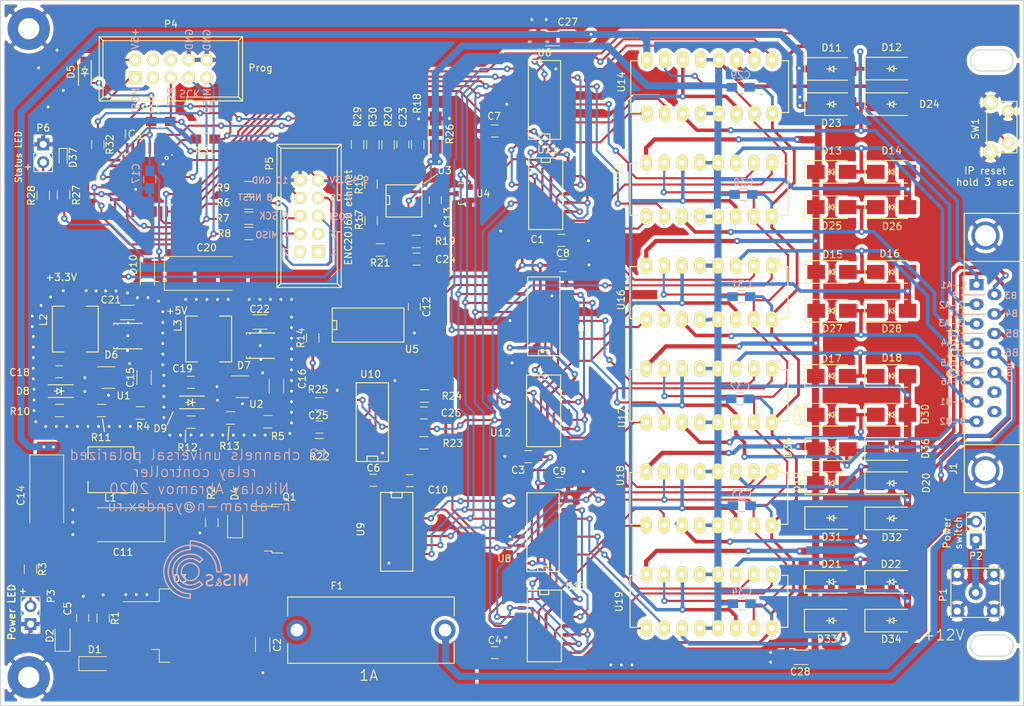
<source format=kicad_pcb>
(kicad_pcb (version 20171130) (host pcbnew "(5.1.2)-1")
  (layers (0 F.Cu signal hide) (31 B.Cu signal hide) (34 B.Paste user hide) (35 F.Paste user hide) (36 B.SilkS user hide) (37 F.SilkS user) (38 B.Mask user hide) (39 F.Mask user hide) (44 Edge.Cuts user))
  (net 0 "")
  (net 1 +5V)
  (net 2 GND)
  (net 3 +12V)
  (net 4 "Net-(C24-Pad2)")
  (net 5 "Net-(C25-Pad1)")
  (net 6 "Net-(C25-Pad2)")
  (net 7 +3V3)
  (net 8 /A1)
  (net 9 /A1_out)
  (net 10 /Com_out)
  (net 11 /A2)
  (net 12 /A2_out)
  (net 13 /A3)
  (net 14 /A3_out)
  (net 15 /A4)
  (net 16 /A4_out)
  (net 17 /A5)
  (net 18 /A5_out)
  (net 19 /A6)
  (net 20 /A6_out)
  (net 21 /B1)
  (net 22 /B1_out)
  (net 23 /B2)
  (net 24 /B2_out)
  (net 25 /B3)
  (net 26 /B3_out)
  (net 27 /B4)
  (net 28 /B4_out)
  (net 29 /B5)
  (net 30 /B5_out)
  (net 31 /B6)
  (net 32 /B6_out)
  (net 33 "Net-(P1-Pad1)")
  (net 34 /MOSI)
  (net 35 /SCK)
  (net 36 /CS)
  (net 37 /RST)
  (net 38 /MISO)
  (net 39 /Iref)
  (net 40 /A1EN)
  (net 41 /A2EN)
  (net 42 /A3EN)
  (net 43 /A4EN)
  (net 44 /SC)
  (net 45 /LC)
  (net 46 /SDI)
  (net 47 /LowVCC)
  (net 48 /A5EN)
  (net 49 /A6EN)
  (net 50 /B1EN)
  (net 51 /B3EN)
  (net 52 /B4EN)
  (net 53 /B5EN)
  (net 54 /B2EN)
  (net 55 /B6EN)
  (net 56 "Net-(U10-Pad2)")
  (net 57 "Net-(IC1-Pad12)")
  (net 58 /Com)
  (net 59 /+5VMCU)
  (net 60 "Net-(F1-Pad2)")
  (net 61 "Net-(D1-Pad1)")
  (net 62 "Net-(C2-Pad1)")
  (net 63 "Net-(C5-Pad1)")
  (net 64 "Net-(C11-Pad1)")
  (net 65 "Net-(C18-Pad1)")
  (net 66 "Net-(C18-Pad2)")
  (net 67 "Net-(C19-Pad1)")
  (net 68 "Net-(C19-Pad2)")
  (net 69 "Net-(C22-Pad1)")
  (net 70 "Net-(C23-Pad2)")
  (net 71 "Net-(C26-Pad1)")
  (net 72 "Net-(C26-Pad2)")
  (net 73 "Net-(C29-Pad2)")
  (net 74 "Net-(D4-Pad2)")
  (net 75 "Net-(D5-Pad2)")
  (net 76 "Net-(P3-Pad2)")
  (net 77 "Net-(P5-Pad4)")
  (net 78 "Net-(P5-Pad5)")
  (net 79 "Net-(P5-Pad6)")
  (net 80 "Net-(P5-Pad8)")
  (net 81 "Net-(R4-Pad1)")
  (net 82 "Net-(R5-Pad1)")
  (net 83 "Net-(R10-Pad2)")
  (net 84 "Net-(R12-Pad2)")
  (net 85 "Net-(R17-Pad1)")
  (net 86 "Net-(R23-Pad1)")
  (net 87 "Net-(R25-Pad1)")
  (net 88 "Net-(U10-Pad12)")
  (net 89 "Net-(U6-Pad9)")
  (net 90 "Net-(U7-Pad9)")
  (net 91 "Net-(U8-Pad9)")
  (net 92 "Net-(U11-Pad3)")
  (net 93 "Net-(U11-Pad6)")
  (net 94 "Net-(U11-Pad8)")
  (net 95 "Net-(U11-Pad11)")
  (net 96 "Net-(U12-Pad3)")
  (net 97 "Net-(U12-Pad6)")
  (net 98 "Net-(U12-Pad8)")
  (net 99 "Net-(U12-Pad11)")
  (net 100 "Net-(U13-Pad3)")
  (net 101 "Net-(U13-Pad6)")
  (net 102 "Net-(U13-Pad8)")
  (net 103 "Net-(U13-Pad11)")
  (net 104 "Net-(IC1-Pad9)")
  (net 105 "Net-(U10-Pad10)")
  (net 106 "Net-(D37-Pad2)")
  (net 107 /LED)
  (net 108 "Net-(P6-Pad2)")
  (net 109 /I_fb)
  (net 110 "Net-(R16-Pad1)")
  (net 111 "Net-(IC1-Pad1)")
  (net 112 /Isens)
  (module conn_custom:DB15FR (layer F.Cu) (at 204.6 100 270)
    (fp_text reference J1 (at 16.4 4.55 270) (layer F.SilkS))
    (fp_text value DB15)
    (pad "" thru_hole circle (at 16.65 0 270) (size 4 4) (drill 3) (layers *.Cu *.Mask) (net 2 GND))
    (pad "" thru_hole circle (at -16.65 0 270) (size 4 4) (drill 3) (layers *.Cu *.Mask) (net 2 GND))
    (pad 1 thru_hole rect (at -9.695 1.27 270) (size 1.6 2) (drill 0.9) (layers *.Cu *.Mask) (net 9 /A1_out))
    (pad 2 thru_hole oval (at -6.925 1.27 270) (size 1.6 2) (drill 0.9) (layers *.Cu *.Mask) (net 12 /A2_out))
    (pad 3 thru_hole oval (at -4.155 1.27 270) (size 1.6 2) (drill 0.9) (layers *.Cu *.Mask) (net 14 /A3_out))
    (pad 4 thru_hole oval (at -1.385 1.27 270) (size 1.6 2) (drill 0.9) (layers *.Cu *.Mask) (net 16 /A4_out))
    (pad 5 thru_hole oval (at 1.385 1.27 270) (size 1.6 2) (drill 0.9) (layers *.Cu *.Mask) (net 18 /A5_out))
    (pad 6 thru_hole oval (at 4.155 1.27 270) (size 1.6 2) (drill 0.9) (layers *.Cu *.Mask) (net 20 /A6_out))
    (pad 7 thru_hole oval (at 6.925 1.27 270) (size 1.6 2) (drill 0.9) (layers *.Cu *.Mask) (net 22 /B1_out))
    (pad 8 thru_hole oval (at 9.695 1.27 270) (size 1.6 2) (drill 0.9) (layers *.Cu *.Mask) (net 24 /B2_out))
    (pad 9 thru_hole oval (at -8.31 -1.27 270) (size 1.6 2) (drill 0.9) (layers *.Cu *.Mask) (net 26 /B3_out))
    (pad 10 thru_hole oval (at -5.54 -1.27 270) (size 1.6 2) (drill 0.9) (layers *.Cu *.Mask) (net 28 /B4_out))
    (pad 11 thru_hole oval (at -2.77 -1.27 270) (size 1.6 2) (drill 0.9) (layers *.Cu *.Mask) (net 30 /B5_out))
    (pad 12 thru_hole oval (at 0 -1.27 270) (size 1.6 2) (drill 0.9) (layers *.Cu *.Mask) (net 32 /B6_out))
    (pad 13 thru_hole oval (at 2.77 -1.27 270) (size 1.6 2) (drill 0.9) (layers *.Cu *.Mask) (net 10 /Com_out))
    (pad 14 thru_hole oval (at 5.54 -1.27 270) (size 1.6 2) (drill 0.9) (layers *.Cu *.Mask))
    (pad 15 thru_hole oval (at 8.31 -1.27 270) (size 1.6 2) (drill 0.9) (layers *.Cu *.Mask))
  )
  (module Connect:IDC_Header_Straight_10pins (layer F.Cu) (at 110 85.625 90)
    (fp_text reference P5 (at 12.49 -6.89 90) (layer F.SilkS))
    (fp_text value ENC28J60)
    (pad 1 thru_hole rect (at 0 0 90) (size 1.7272 1.7272) (drill 1.016) (layers *.Cu *.Mask F.SilkS))
    (pad 2 thru_hole oval (at 0 -2.54 90) (size 1.7272 1.7272) (drill 1.016) (layers *.Cu *.Mask F.SilkS))
    (pad 3 thru_hole oval (at 2.54 0 90) (size 1.7272 1.7272) (drill 1.016) (layers *.Cu *.Mask F.SilkS))
    (pad 4 thru_hole oval (at 2.54 -2.54 90) (size 1.7272 1.7272) (drill 1.016) (layers *.Cu *.Mask F.SilkS) (net 77 "Net-(P5-Pad4)"))
    (pad 5 thru_hole oval (at 5.08 0 90) (size 1.7272 1.7272) (drill 1.016) (layers *.Cu *.Mask F.SilkS) (net 78 "Net-(P5-Pad5)"))
    (pad 6 thru_hole oval (at 5.08 -2.54 90) (size 1.7272 1.7272) (drill 1.016) (layers *.Cu *.Mask F.SilkS) (net 79 "Net-(P5-Pad6)"))
    (pad 7 thru_hole oval (at 7.62 0 90) (size 1.7272 1.7272) (drill 1.016) (layers *.Cu *.Mask F.SilkS) (net 36 /CS))
    (pad 8 thru_hole oval (at 7.62 -2.54 90) (size 1.7272 1.7272) (drill 1.016) (layers *.Cu *.Mask F.SilkS) (net 80 "Net-(P5-Pad8)"))
    (pad 9 thru_hole oval (at 10.16 0 90) (size 1.7272 1.7272) (drill 1.016) (layers *.Cu *.Mask F.SilkS) (net 7 +3V3))
    (pad 10 thru_hole oval (at 10.16 -2.54 90) (size 1.7272 1.7272) (drill 1.016) (layers *.Cu *.Mask F.SilkS) (net 2 GND))
  )
  (module Resistors_SMD:R_0805_HandSoldering (layer F.Cu) (at 94 69.65 180)
    (fp_text reference R31 (at 0 -1.7) (layer F.SilkS))
    (fp_text value 0)
    (pad 1 smd rect (at -1.35 0 180) (size 1.5 1.3) (layers F.Cu F.Paste F.Mask) (net 39 /Iref))
    (pad 2 smd rect (at 1.35 0 180) (size 1.5 1.3) (layers F.Cu F.Paste F.Mask) (net 111 "Net-(IC1-Pad1)"))
  )
  (module Resistors_SMD:R_0805_HandSoldering (layer F.Cu) (at 78.8 70.425 270)
    (fp_text reference R32 (at 0 -1.7 90) (layer F.SilkS))
    (fp_text value 0)
    (pad 1 smd rect (at -1.35 0 270) (size 1.5 1.3) (layers F.Cu F.Paste F.Mask) (net 39 /Iref))
    (pad 2 smd rect (at 1.35 0 270) (size 1.5 1.3) (layers F.Cu F.Paste F.Mask) (net 104 "Net-(IC1-Pad9)"))
  )
  (module Resistors_SMD:R_0805_HandSoldering (layer F.Cu) (at 117.5 76.05 270)
    (fp_text reference R16 (at 0 1.675 90) (layer F.SilkS))
    (fp_text value 3.3k)
    (pad 1 smd rect (at -1.35 0 270) (size 1.5 1.3) (layers F.Cu F.Paste F.Mask) (net 110 "Net-(R16-Pad1)"))
    (pad 2 smd rect (at 1.35 0 270) (size 1.5 1.3) (layers F.Cu F.Paste F.Mask) (net 1 +5V))
  )
  (module Resistors_SMD:R_0805_HandSoldering (layer F.Cu) (at 117.525 81.225 90)
    (fp_text reference R17 (at 0.125 -1.7 90) (layer F.SilkS))
    (fp_text value 3.3k)
    (pad 1 smd rect (at -1.35 0 90) (size 1.5 1.3) (layers F.Cu F.Paste F.Mask) (net 85 "Net-(R17-Pad1)"))
    (pad 2 smd rect (at 1.35 0 90) (size 1.5 1.3) (layers F.Cu F.Paste F.Mask) (net 1 +5V))
  )
  (module Resistors_SMD:R_0805_HandSoldering (layer F.Cu) (at 124.125 70.425 90)
    (fp_text reference R18 (at 5.825 -0.075 90) (layer F.SilkS))
    (fp_text value 1k)
    (pad 1 smd rect (at -1.35 0 90) (size 1.5 1.3) (layers F.Cu F.Paste F.Mask) (net 70 "Net-(C23-Pad2)"))
    (pad 2 smd rect (at 1.35 0 90) (size 1.5 1.3) (layers F.Cu F.Paste F.Mask) (net 2 GND))
  )
  (module Capacitors_SMD:C_0805_HandSoldering (layer F.Cu) (at 122.025 70.4 270)
    (fp_text reference C23 (at -3.85 0 90) (layer F.SilkS))
    (fp_text value 4.7u)
    (pad 1 smd rect (at -1.25 0 270) (size 1.5 1.25) (layers F.Cu F.Paste F.Mask) (net 2 GND))
    (pad 2 smd rect (at 1.25 0 270) (size 1.5 1.25) (layers F.Cu F.Paste F.Mask) (net 70 "Net-(C23-Pad2)"))
  )
  (module Resistors_SMD:R_0805_HandSoldering (layer F.Cu) (at 115.6 70.425 270)
    (fp_text reference R29 (at -3.95 0 90) (layer F.SilkS))
    (fp_text value 0)
    (pad 1 smd rect (at -1.35 0 270) (size 1.5 1.3) (layers F.Cu F.Paste F.Mask) (net 109 /I_fb))
    (pad 2 smd rect (at 1.35 0 270) (size 1.5 1.3) (layers F.Cu F.Paste F.Mask) (net 85 "Net-(R17-Pad1)"))
  )
  (module Resistors_SMD:R_0805_HandSoldering (layer F.Cu) (at 117.775 70.45 270)
    (fp_text reference R30 (at -3.925 0 90) (layer F.SilkS))
    (fp_text value 0)
    (pad 1 smd rect (at -1.35 0 270) (size 1.5 1.3) (layers F.Cu F.Paste F.Mask) (net 109 /I_fb))
    (pad 2 smd rect (at 1.35 0 270) (size 1.5 1.3) (layers F.Cu F.Paste F.Mask) (net 110 "Net-(R16-Pad1)"))
  )
  (module Resistors_SMD:R_0805_HandSoldering (layer F.Cu) (at 71.05 77.65 90)
    (fp_text reference R28 (at 0 -1.7 90) (layer F.SilkS))
    (fp_text value 1k)
    (pad 1 smd rect (at -1.35 0 90) (size 1.5 1.3) (layers F.Cu F.Paste F.Mask) (net 107 /LED))
    (pad 2 smd rect (at 1.35 0 90) (size 1.5 1.3) (layers F.Cu F.Paste F.Mask) (net 108 "Net-(P6-Pad2)"))
  )
  (module Resistors_SMD:R_0805_HandSoldering (layer F.Cu) (at 73.925 77.575 90)
    (fp_text reference R27 (at -0.025 1.825 90) (layer F.SilkS))
    (fp_text value 1k)
    (pad 1 smd rect (at -1.35 0 90) (size 1.5 1.3) (layers F.Cu F.Paste F.Mask) (net 107 /LED))
    (pad 2 smd rect (at 1.35 0 90) (size 1.5 1.3) (layers F.Cu F.Paste F.Mask) (net 106 "Net-(D37-Pad2)"))
  )
  (module Pin_Headers:Pin_Header_Straight_1x02_Pitch2.54mm (layer F.Cu) (at 71.05 70.4)
    (fp_text reference P6 (at 0 -2.33) (layer F.SilkS))
    (fp_text value "STATUS LED")
    (pad 1 thru_hole rect (at 0 0) (size 1.7 1.7) (drill 1) (layers *.Cu *.Mask) (net 2 GND))
    (pad 2 thru_hole oval (at 0 2.54) (size 1.7 1.7) (drill 1) (layers *.Cu *.Mask) (net 108 "Net-(P6-Pad2)"))
  )
  (module Diodes_SMD:D_0603 (layer F.Cu) (at 73.875 72.275 270)
    (fp_text reference D37 (at 0 -1.4 90) (layer F.SilkS))
    (fp_text value LED)
    (pad 1 smd rect (at -0.85 0 270) (size 0.6 0.8) (layers F.Cu F.Paste F.Mask) (net 2 GND))
    (pad 2 smd rect (at 0.85 0 270) (size 0.6 0.8) (layers F.Cu F.Paste F.Mask) (net 106 "Net-(D37-Pad2)"))
  )
  (module Diodes_custom:DO-214BA_HandSoldering (layer F.Cu) (at 191.3 137.95)
    (fp_text reference D34 (at -0.05 2.625) (layer F.SilkS))
    (fp_text value RS1A)
    (pad 2 smd rect (at 2.25 0) (size 2.5 2) (layers F.Cu F.Paste F.Mask) (net 73 "Net-(C29-Pad2)"))
    (pad 1 smd rect (at -2.25 0) (size 2.5 2) (layers F.Cu F.Paste F.Mask) (net 32 /B6_out))
  )
  (module Diodes_custom:DO-214BA_HandSoldering (layer F.Cu) (at 191.3 108.75)
    (fp_text reference D30 (at 4.75 -0.075 90) (layer F.SilkS))
    (fp_text value RS1A)
    (pad 2 smd rect (at 2.25 0) (size 2.5 2) (layers F.Cu F.Paste F.Mask) (net 73 "Net-(C29-Pad2)"))
    (pad 1 smd rect (at -2.25 0) (size 2.5 2) (layers F.Cu F.Paste F.Mask) (net 24 /B2_out))
  )
  (module Diodes_custom:DO-214BA_HandSoldering (layer F.Cu) (at 182.85 94)
    (fp_text reference D27 (at 0.05 2.525) (layer F.SilkS))
    (fp_text value RS1A)
    (pad 2 smd rect (at 2.25 0) (size 2.5 2) (layers F.Cu F.Paste F.Mask) (net 20 /A6_out))
    (pad 1 smd rect (at -2.25 0) (size 2.5 2) (layers F.Cu F.Paste F.Mask) (net 3 +12V))
  )
  (module Diodes_custom:DO-214BA_HandSoldering (layer F.Cu) (at 182.8 59.7)
    (fp_text reference D11 (at 0 -3) (layer F.SilkS))
    (fp_text value RS1A)
    (pad 2 smd rect (at 2.25 0) (size 2.5 2) (layers F.Cu F.Paste F.Mask) (net 9 /A1_out))
    (pad 1 smd rect (at -2.25 0) (size 2.5 2) (layers F.Cu F.Paste F.Mask) (net 3 +12V))
  )
  (module Diodes_custom:DO-214BA_HandSoldering (layer F.Cu) (at 191.3 59.65)
    (fp_text reference D12 (at 0 -3) (layer F.SilkS))
    (fp_text value RS1A)
    (pad 2 smd rect (at 2.25 0) (size 2.5 2) (layers F.Cu F.Paste F.Mask) (net 73 "Net-(C29-Pad2)"))
    (pad 1 smd rect (at -2.25 0) (size 2.5 2) (layers F.Cu F.Paste F.Mask) (net 9 /A1_out))
  )
  (module Diodes_custom:DO-214BA_HandSoldering (layer F.Cu) (at 182.8 74.3)
    (fp_text reference D13 (at 0 -3) (layer F.SilkS))
    (fp_text value RS1A)
    (pad 2 smd rect (at 2.25 0) (size 2.5 2) (layers F.Cu F.Paste F.Mask) (net 14 /A3_out))
    (pad 1 smd rect (at -2.25 0) (size 2.5 2) (layers F.Cu F.Paste F.Mask) (net 3 +12V))
  )
  (module Diodes_custom:DO-214BA_HandSoldering (layer F.Cu) (at 191.3 74.3)
    (fp_text reference D14 (at 0 -3) (layer F.SilkS))
    (fp_text value RS1A)
    (pad 2 smd rect (at 2.25 0) (size 2.5 2) (layers F.Cu F.Paste F.Mask) (net 73 "Net-(C29-Pad2)"))
    (pad 1 smd rect (at -2.25 0) (size 2.5 2) (layers F.Cu F.Paste F.Mask) (net 14 /A3_out))
  )
  (module Diodes_custom:DO-214BA_HandSoldering (layer F.Cu) (at 182.85 88.5)
    (fp_text reference D15 (at 0.075 -2.475) (layer F.SilkS))
    (fp_text value RS1A)
    (pad 2 smd rect (at 2.25 0) (size 2.5 2) (layers F.Cu F.Paste F.Mask) (net 18 /A5_out))
    (pad 1 smd rect (at -2.25 0) (size 2.5 2) (layers F.Cu F.Paste F.Mask) (net 3 +12V))
  )
  (module Diodes_custom:DO-214BA_HandSoldering (layer F.Cu) (at 191.3 88.5)
    (fp_text reference D16 (at -0.275 -2.6) (layer F.SilkS))
    (fp_text value RS1A)
    (pad 2 smd rect (at 2.25 0) (size 2.5 2) (layers F.Cu F.Paste F.Mask) (net 73 "Net-(C29-Pad2)"))
    (pad 1 smd rect (at -2.25 0) (size 2.5 2) (layers F.Cu F.Paste F.Mask) (net 18 /A5_out))
  )
  (module Diodes_custom:DO-214BA_HandSoldering (layer F.Cu) (at 182.8 103.25)
    (fp_text reference D17 (at -0.05 -2.45) (layer F.SilkS))
    (fp_text value RS1A)
    (pad 2 smd rect (at 2.25 0) (size 2.5 2) (layers F.Cu F.Paste F.Mask) (net 22 /B1_out))
    (pad 1 smd rect (at -2.25 0) (size 2.5 2) (layers F.Cu F.Paste F.Mask) (net 3 +12V))
  )
  (module Diodes_custom:DO-214BA_HandSoldering (layer F.Cu) (at 191.3 103.25)
    (fp_text reference D18 (at 0.025 -2.575) (layer F.SilkS))
    (fp_text value RS1A)
    (pad 2 smd rect (at 2.25 0) (size 2.5 2) (layers F.Cu F.Paste F.Mask) (net 73 "Net-(C29-Pad2)"))
    (pad 1 smd rect (at -2.25 0) (size 2.5 2) (layers F.Cu F.Paste F.Mask) (net 22 /B1_out))
  )
  (module Diodes_custom:DO-214BA_HandSoldering (layer F.Cu) (at 182.8 118.45)
    (fp_text reference D19 (at -4.875 -0.125 90) (layer F.SilkS))
    (fp_text value RS1A)
    (pad 2 smd rect (at 2.25 0) (size 2.5 2) (layers F.Cu F.Paste F.Mask) (net 26 /B3_out))
    (pad 1 smd rect (at -2.25 0) (size 2.5 2) (layers F.Cu F.Paste F.Mask) (net 3 +12V))
  )
  (module Diodes_custom:DO-214BA_HandSoldering (layer F.Cu) (at 191.3 118.45)
    (fp_text reference D20 (at 4.9 -0.025 90) (layer F.SilkS))
    (fp_text value RS1A)
    (pad 2 smd rect (at 2.25 0) (size 2.5 2) (layers F.Cu F.Paste F.Mask) (net 73 "Net-(C29-Pad2)"))
    (pad 1 smd rect (at -2.25 0) (size 2.5 2) (layers F.Cu F.Paste F.Mask) (net 26 /B3_out))
  )
  (module Diodes_custom:DO-214BA_HandSoldering (layer F.Cu) (at 182.75 132.45)
    (fp_text reference D21 (at 0 -2.5) (layer F.SilkS))
    (fp_text value RS1A)
    (pad 2 smd rect (at 2.25 0) (size 2.5 2) (layers F.Cu F.Paste F.Mask) (net 30 /B5_out))
    (pad 1 smd rect (at -2.25 0) (size 2.5 2) (layers F.Cu F.Paste F.Mask) (net 3 +12V))
  )
  (module Diodes_custom:DO-214BA_HandSoldering (layer F.Cu) (at 191.3 132.45)
    (fp_text reference D22 (at -0.1 -2.5) (layer F.SilkS))
    (fp_text value RS1A)
    (pad 2 smd rect (at 2.25 0) (size 2.5 2) (layers F.Cu F.Paste F.Mask) (net 73 "Net-(C29-Pad2)"))
    (pad 1 smd rect (at -2.25 0) (size 2.5 2) (layers F.Cu F.Paste F.Mask) (net 30 /B5_out))
  )
  (module Diodes_custom:DO-214BA_HandSoldering (layer F.Cu) (at 182.8 64.7)
    (fp_text reference D23 (at -0.05 2.7 180) (layer F.SilkS))
    (fp_text value RS1A)
    (pad 2 smd rect (at 2.25 0) (size 2.5 2) (layers F.Cu F.Paste F.Mask) (net 12 /A2_out))
    (pad 1 smd rect (at -2.25 0) (size 2.5 2) (layers F.Cu F.Paste F.Mask) (net 3 +12V))
  )
  (module Diodes_custom:DO-214BA_HandSoldering (layer F.Cu) (at 191.3 64.7)
    (fp_text reference D24 (at 5.35 0) (layer F.SilkS))
    (fp_text value RS1A)
    (pad 2 smd rect (at 2.25 0) (size 2.5 2) (layers F.Cu F.Paste F.Mask) (net 73 "Net-(C29-Pad2)"))
    (pad 1 smd rect (at -2.25 0) (size 2.5 2) (layers F.Cu F.Paste F.Mask) (net 12 /A2_out))
  )
  (module Diodes_custom:DO-214BA_HandSoldering (layer F.Cu) (at 182.8 79.3)
    (fp_text reference D25 (at 0.025 2.65) (layer F.SilkS))
    (fp_text value RS1A)
    (pad 2 smd rect (at 2.25 0) (size 2.5 2) (layers F.Cu F.Paste F.Mask) (net 16 /A4_out))
    (pad 1 smd rect (at -2.25 0) (size 2.5 2) (layers F.Cu F.Paste F.Mask) (net 3 +12V))
  )
  (module Diodes_custom:DO-214BA_HandSoldering (layer F.Cu) (at 191.3 79.3)
    (fp_text reference D26 (at 0.075 2.725) (layer F.SilkS))
    (fp_text value RS1A)
    (pad 2 smd rect (at 2.25 0) (size 2.5 2) (layers F.Cu F.Paste F.Mask) (net 73 "Net-(C29-Pad2)"))
    (pad 1 smd rect (at -2.25 0) (size 2.5 2) (layers F.Cu F.Paste F.Mask) (net 16 /A4_out))
  )
  (module Diodes_custom:DO-214BA_HandSoldering (layer F.Cu) (at 191.3 94)
    (fp_text reference D28 (at 0 2.55) (layer F.SilkS))
    (fp_text value RS1A)
    (pad 2 smd rect (at 2.25 0) (size 2.5 2) (layers F.Cu F.Paste F.Mask) (net 73 "Net-(C29-Pad2)"))
    (pad 1 smd rect (at -2.25 0) (size 2.5 2) (layers F.Cu F.Paste F.Mask) (net 20 /A6_out))
  )
  (module Diodes_custom:DO-214BA_HandSoldering (layer F.Cu) (at 182.8 108.75)
    (fp_text reference D29 (at -4.75 0.125 90) (layer F.SilkS))
    (fp_text value RS1A)
    (pad 2 smd rect (at 2.25 0) (size 2.5 2) (layers F.Cu F.Paste F.Mask) (net 24 /B2_out))
    (pad 1 smd rect (at -2.25 0) (size 2.5 2) (layers F.Cu F.Paste F.Mask) (net 3 +12V))
  )
  (module Diodes_custom:DO-214BA_HandSoldering (layer F.Cu) (at 182.8 123.4)
    (fp_text reference D31 (at 0 2.675 180) (layer F.SilkS))
    (fp_text value RS1A)
    (pad 2 smd rect (at 2.25 0) (size 2.5 2) (layers F.Cu F.Paste F.Mask) (net 28 /B4_out))
    (pad 1 smd rect (at -2.25 0) (size 2.5 2) (layers F.Cu F.Paste F.Mask) (net 3 +12V))
  )
  (module Diodes_custom:DO-214BA_HandSoldering (layer F.Cu) (at 191.3 123.45)
    (fp_text reference D32 (at 0.025 2.7) (layer F.SilkS))
    (fp_text value RS1A)
    (pad 2 smd rect (at 2.25 0) (size 2.5 2) (layers F.Cu F.Paste F.Mask) (net 73 "Net-(C29-Pad2)"))
    (pad 1 smd rect (at -2.25 0) (size 2.5 2) (layers F.Cu F.Paste F.Mask) (net 28 /B4_out))
  )
  (module Diodes_custom:DO-214BA_HandSoldering (layer F.Cu) (at 182.75 137.95)
    (fp_text reference D33 (at -0.575 2.6 180) (layer F.SilkS))
    (fp_text value RS1A)
    (pad 2 smd rect (at 2.25 0) (size 2.5 2) (layers F.Cu F.Paste F.Mask) (net 32 /B6_out))
    (pad 1 smd rect (at -2.25 0) (size 2.5 2) (layers F.Cu F.Paste F.Mask) (net 3 +12V))
  )
  (module Diodes_custom:DO-214BA_HandSoldering (layer F.Cu) (at 182.85 113.65)
    (fp_text reference D35 (at -6.25 -0.225 90) (layer F.SilkS))
    (fp_text value RS1A)
    (pad 2 smd rect (at 2.25 0) (size 2.5 2) (layers F.Cu F.Paste F.Mask) (net 10 /Com_out))
    (pad 1 smd rect (at -2.25 0) (size 2.5 2) (layers F.Cu F.Paste F.Mask) (net 3 +12V))
  )
  (module Diodes_custom:DO-214BA_HandSoldering (layer F.Cu) (at 191.3 113.6)
    (fp_text reference D36 (at 4.8 -0.05 90) (layer F.SilkS))
    (fp_text value RS1A)
    (pad 2 smd rect (at 2.25 0) (size 2.5 2) (layers F.Cu F.Paste F.Mask) (net 73 "Net-(C29-Pad2)"))
    (pad 1 smd rect (at -2.25 0) (size 2.5 2) (layers F.Cu F.Paste F.Mask) (net 10 /Com_out))
  )
  (module Resistors_SMD:R_0805_HandSoldering (layer F.Cu) (at 79.55 137.6 270)
    (fp_text reference R1 (at 0 -1.7 90) (layer F.SilkS))
    (fp_text value 1k)
    (pad 1 smd rect (at -1.35 0 270) (size 1.5 1.3) (layers F.Cu F.Paste F.Mask) (net 2 GND))
    (pad 2 smd rect (at 1.35 0 270) (size 1.5 1.3) (layers F.Cu F.Paste F.Mask) (net 63 "Net-(C5-Pad1)"))
  )
  (module Lol:LEMO_00_R (layer F.Cu) (at 203.2 134 270)
    (fp_text reference P1 (at 0.3 4.6 90) (layer F.SilkS))
    (fp_text value LEMO)
    (pad 1 thru_hole circle (at 0 0 270) (size 2 2) (drill 1) (layers *.Cu *.Mask) (net 33 "Net-(P1-Pad1)"))
    (pad 2 thru_hole circle (at 2.6 2.6 270) (size 2 2) (drill 1) (layers *.Cu *.Mask) (net 2 GND))
    (pad 2 thru_hole circle (at -2.6 2.6 270) (size 2 2) (drill 1) (layers *.Cu *.Mask) (net 2 GND))
    (pad 2 thru_hole circle (at -2.6 -2.6 270) (size 2 2) (drill 1) (layers *.Cu *.Mask) (net 2 GND))
    (pad 2 thru_hole circle (at 2.6 -2.6 270) (size 2 2) (drill 1) (layers *.Cu *.Mask) (net 2 GND))
  )
  (module SMD_Packages:SO-16-N (layer F.Cu) (at 117.7 109.8 90)
    (fp_text reference U10 (at 6.8 -0.25 180) (layer F.SilkS))
    (fp_text value 74LS123)
    (pad 16 smd rect (at -4.445 -3.175 90) (size 0.508 1.143) (layers F.Cu F.Paste F.Mask) (net 1 +5V))
    (pad 14 smd rect (at -1.905 -3.175 90) (size 0.508 1.143) (layers F.Cu F.Paste F.Mask) (net 5 "Net-(C25-Pad1)"))
    (pad 13 smd rect (at -0.635 -3.175 90) (size 0.508 1.143) (layers F.Cu F.Paste F.Mask))
    (pad 12 smd rect (at 0.635 -3.175 90) (size 0.508 1.143) (layers F.Cu F.Paste F.Mask) (net 88 "Net-(U10-Pad12)"))
    (pad 11 smd rect (at 1.905 -3.175 90) (size 0.508 1.143) (layers F.Cu F.Paste F.Mask) (net 87 "Net-(R25-Pad1)"))
    (pad 10 smd rect (at 3.175 -3.175 90) (size 0.508 1.143) (layers F.Cu F.Paste F.Mask) (net 105 "Net-(U10-Pad10)"))
    (pad 9 smd rect (at 4.445 -3.175 90) (size 0.508 1.143) (layers F.Cu F.Paste F.Mask) (net 2 GND))
    (pad 8 smd rect (at 4.445 3.175 90) (size 0.508 1.143) (layers F.Cu F.Paste F.Mask) (net 2 GND))
    (pad 7 smd rect (at 3.175 3.175 90) (size 0.508 1.143) (layers F.Cu F.Paste F.Mask) (net 72 "Net-(C26-Pad2)"))
    (pad 6 smd rect (at 1.905 3.175 90) (size 0.508 1.143) (layers F.Cu F.Paste F.Mask) (net 71 "Net-(C26-Pad1)"))
    (pad 5 smd rect (at 0.635 3.175 90) (size 0.508 1.143) (layers F.Cu F.Paste F.Mask))
    (pad 4 smd rect (at -0.635 3.175 90) (size 0.508 1.143) (layers F.Cu F.Paste F.Mask) (net 105 "Net-(U10-Pad10)"))
    (pad 3 smd rect (at -1.905 3.175 90) (size 0.508 1.143) (layers F.Cu F.Paste F.Mask) (net 86 "Net-(R23-Pad1)"))
    (pad 2 smd rect (at -3.175 3.175 90) (size 0.508 1.143) (layers F.Cu F.Paste F.Mask) (net 56 "Net-(U10-Pad2)"))
    (pad 1 smd rect (at -4.445 3.175 90) (size 0.508 1.143) (layers F.Cu F.Paste F.Mask) (net 2 GND))
    (pad 15 smd rect (at -3.175 -3.175 90) (size 0.508 1.143) (layers F.Cu F.Paste F.Mask) (net 6 "Net-(C25-Pad2)"))
  )
  (module Lol:DO-214AA (layer F.Cu) (at 83.05 97.6 180)
    (fp_text reference D6 (at 2.35 -2.65 180) (layer F.SilkS))
    (fp_text value 10BQ030)
    (pad 2 smd rect (at -2.23 0 180) (size 2.16 2.8) (layers F.Cu F.Paste F.Mask) (net 2 GND))
    (pad 1 smd rect (at 2.23 0 180) (size 2.16 2.8) (layers F.Cu F.Paste F.Mask) (net 66 "Net-(C18-Pad2)"))
  )
  (module Lol:DO-214AA (layer F.Cu) (at 101.85 98.95 180)
    (fp_text reference D7 (at 2.35 -2.8 180) (layer F.SilkS))
    (fp_text value 10BQ030)
    (pad 2 smd rect (at -2.23 0 180) (size 2.16 2.8) (layers F.Cu F.Paste F.Mask) (net 2 GND))
    (pad 1 smd rect (at 2.23 0 180) (size 2.16 2.8) (layers F.Cu F.Paste F.Mask) (net 68 "Net-(C19-Pad2)"))
  )
  (module Lol:SRR0603 (layer F.Cu) (at 75.6 96.6 90)
    (fp_text reference L2 (at 1.3 -4.525 90) (layer F.SilkS))
    (fp_text value 33u)
    (pad 2 smd rect (at 3.5 0 90) (size 1.5 2.5) (layers F.Cu F.Paste F.Mask) (net 7 +3V3))
    (pad 1 smd rect (at -3.5 0 90) (size 1.5 2.5) (layers F.Cu F.Paste F.Mask) (net 66 "Net-(C18-Pad2)"))
  )
  (module Lol:SRR0603 (layer F.Cu) (at 80.65 116.55 180)
    (fp_text reference L1 (at 0.1 -4 180) (layer F.SilkS))
    (fp_text value 33u)
    (pad 2 smd rect (at 3.5 0 180) (size 1.5 2.5) (layers F.Cu F.Paste F.Mask) (net 3 +12V))
    (pad 1 smd rect (at -3.5 0 180) (size 1.5 2.5) (layers F.Cu F.Paste F.Mask) (net 64 "Net-(C11-Pad1)"))
  )
  (module Lol:SRR0603 (layer F.Cu) (at 94.5 98 90)
    (fp_text reference L3 (at 1.9 -4.375 90) (layer F.SilkS))
    (fp_text value 33u)
    (pad 2 smd rect (at 3.5 0 90) (size 1.5 2.5) (layers F.Cu F.Paste F.Mask) (net 69 "Net-(C22-Pad1)"))
    (pad 1 smd rect (at -3.5 0 90) (size 1.5 2.5) (layers F.Cu F.Paste F.Mask) (net 68 "Net-(C19-Pad2)"))
  )
  (module Mounting_Holes:MountingHole_3mm_Pad (layer F.Cu) (at 69 54)
    (fp_text reference REF** hide)
    (fp_text value MountingHole_3mm_Pad)
    (pad 1 thru_hole circle (at 0 0) (size 6 6) (drill 3) (layers *.Cu *.Mask) (net 2 GND))
  )
  (module Mounting_Holes:MountingHole_3mm_Pad (layer F.Cu) (at 69 146)
    (fp_text reference REF** hide)
    (fp_text value MountingHole_3mm_Pad)
    (pad 1 thru_hole circle (at 0 0) (size 6 6) (drill 3) (layers *.Cu *.Mask) (net 2 GND))
  )
  (module Housings_DIP:DIP-16_W7.62mm_LongPads (layer F.Cu) (at 174.4 58.4 270)
    (fp_text reference U14 (at 3.15 21.4 270) (layer F.SilkS))
    (fp_text value L293B)
    (pad 1 thru_hole oval (at 0 0 270) (size 2.3 1.6) (drill 0.8) (layers *.Cu *.Mask F.SilkS) (net 92 "Net-(U11-Pad3)"))
    (pad 2 thru_hole oval (at 0 2.54 270) (size 2.3 1.6) (drill 0.8) (layers *.Cu *.Mask F.SilkS) (net 8 /A1))
    (pad 3 thru_hole oval (at 0 5.08 270) (size 2.3 1.6) (drill 0.8) (layers *.Cu *.Mask F.SilkS) (net 9 /A1_out))
    (pad 4 thru_hole oval (at 0 7.62 270) (size 2.3 1.6) (drill 0.8) (layers *.Cu *.Mask F.SilkS) (net 73 "Net-(C29-Pad2)"))
    (pad 5 thru_hole oval (at 0 10.16 270) (size 2.3 1.6) (drill 0.8) (layers *.Cu *.Mask F.SilkS) (net 73 "Net-(C29-Pad2)"))
    (pad 6 thru_hole oval (at 0 12.7 270) (size 2.3 1.6) (drill 0.8) (layers *.Cu *.Mask F.SilkS) (net 10 /Com_out))
    (pad 7 thru_hole oval (at 0 15.24 270) (size 2.3 1.6) (drill 0.8) (layers *.Cu *.Mask F.SilkS) (net 58 /Com))
    (pad 8 thru_hole oval (at 0 17.78 270) (size 2.3 1.6) (drill 0.8) (layers *.Cu *.Mask F.SilkS) (net 3 +12V))
    (pad 9 thru_hole oval (at 7.62 17.78 270) (size 2.3 1.6) (drill 0.8) (layers *.Cu *.Mask F.SilkS) (net 93 "Net-(U11-Pad6)"))
    (pad 10 thru_hole oval (at 7.62 15.24 270) (size 2.3 1.6) (drill 0.8) (layers *.Cu *.Mask F.SilkS) (net 11 /A2))
    (pad 11 thru_hole oval (at 7.62 12.7 270) (size 2.3 1.6) (drill 0.8) (layers *.Cu *.Mask F.SilkS) (net 12 /A2_out))
    (pad 12 thru_hole oval (at 7.62 10.16 270) (size 2.3 1.6) (drill 0.8) (layers *.Cu *.Mask F.SilkS) (net 73 "Net-(C29-Pad2)"))
    (pad 13 thru_hole oval (at 7.62 7.62 270) (size 2.3 1.6) (drill 0.8) (layers *.Cu *.Mask F.SilkS) (net 73 "Net-(C29-Pad2)"))
    (pad 14 thru_hole oval (at 7.62 5.08 270) (size 2.3 1.6) (drill 0.8) (layers *.Cu *.Mask F.SilkS) (net 10 /Com_out))
    (pad 15 thru_hole oval (at 7.62 2.54 270) (size 2.3 1.6) (drill 0.8) (layers *.Cu *.Mask F.SilkS) (net 58 /Com))
    (pad 16 thru_hole oval (at 7.62 0 270) (size 2.3 1.6) (drill 0.8) (layers *.Cu *.Mask F.SilkS) (net 1 +5V))
  )
  (module TO_SOT_Packages_SMD:TSOT-23-6 (layer F.Cu) (at 80.3 103.45)
    (fp_text reference U1 (at 2.15 2.6) (layer F.SilkS))
    (fp_text value LM2734)
    (pad 1 smd rect (at -1.31 -0.95) (size 1.22 0.65) (layers F.Cu F.Paste F.Mask) (net 65 "Net-(C18-Pad1)"))
    (pad 2 smd rect (at -1.31 0) (size 1.22 0.65) (layers F.Cu F.Paste F.Mask) (net 2 GND))
    (pad 3 smd rect (at -1.31 0.95) (size 1.22 0.65) (layers F.Cu F.Paste F.Mask) (net 83 "Net-(R10-Pad2)"))
    (pad 4 smd rect (at 1.31 0.95) (size 1.22 0.65) (layers F.Cu F.Paste F.Mask) (net 81 "Net-(R4-Pad1)"))
    (pad 5 smd rect (at 1.31 0) (size 1.22 0.65) (layers F.Cu F.Paste F.Mask) (net 3 +12V))
    (pad 6 smd rect (at 1.31 -0.95) (size 1.22 0.65) (layers F.Cu F.Paste F.Mask) (net 66 "Net-(C18-Pad2)"))
  )
  (module TO_SOT_Packages_SMD:TSOT-23-6 (layer F.Cu) (at 99.25 104.75)
    (fp_text reference U2 (at 2 2.5) (layer F.SilkS))
    (fp_text value LM2734)
    (pad 1 smd rect (at -1.31 -0.95) (size 1.22 0.65) (layers F.Cu F.Paste F.Mask) (net 67 "Net-(C19-Pad1)"))
    (pad 2 smd rect (at -1.31 0) (size 1.22 0.65) (layers F.Cu F.Paste F.Mask) (net 2 GND))
    (pad 3 smd rect (at -1.31 0.95) (size 1.22 0.65) (layers F.Cu F.Paste F.Mask) (net 84 "Net-(R12-Pad2)"))
    (pad 4 smd rect (at 1.31 0.95) (size 1.22 0.65) (layers F.Cu F.Paste F.Mask) (net 82 "Net-(R5-Pad1)"))
    (pad 5 smd rect (at 1.31 0) (size 1.22 0.65) (layers F.Cu F.Paste F.Mask) (net 3 +12V))
    (pad 6 smd rect (at 1.31 -0.95) (size 1.22 0.65) (layers F.Cu F.Paste F.Mask) (net 68 "Net-(C19-Pad2)"))
  )
  (module Connect:IDC_Header_Straight_10pins (layer F.Cu) (at 84.06 60.96)
    (fp_text reference P4 (at 5.08 -7.62) (layer F.SilkS))
    (fp_text value PROG)
    (pad 1 thru_hole rect (at 0 0) (size 1.7272 1.7272) (drill 1.016) (layers *.Cu *.Mask F.SilkS) (net 34 /MOSI))
    (pad 2 thru_hole oval (at 0 -2.54) (size 1.7272 1.7272) (drill 1.016) (layers *.Cu *.Mask F.SilkS) (net 75 "Net-(D5-Pad2)"))
    (pad 3 thru_hole oval (at 2.54 0) (size 1.7272 1.7272) (drill 1.016) (layers *.Cu *.Mask F.SilkS))
    (pad 4 thru_hole oval (at 2.54 -2.54) (size 1.7272 1.7272) (drill 1.016) (layers *.Cu *.Mask F.SilkS))
    (pad 5 thru_hole oval (at 5.08 0) (size 1.7272 1.7272) (drill 1.016) (layers *.Cu *.Mask F.SilkS) (net 37 /RST))
    (pad 6 thru_hole oval (at 5.08 -2.54) (size 1.7272 1.7272) (drill 1.016) (layers *.Cu *.Mask F.SilkS))
    (pad 7 thru_hole oval (at 7.62 0) (size 1.7272 1.7272) (drill 1.016) (layers *.Cu *.Mask F.SilkS) (net 35 /SCK))
    (pad 8 thru_hole oval (at 7.62 -2.54) (size 1.7272 1.7272) (drill 1.016) (layers *.Cu *.Mask F.SilkS) (net 2 GND))
    (pad 9 thru_hole oval (at 10.16 0) (size 1.7272 1.7272) (drill 1.016) (layers *.Cu *.Mask F.SilkS) (net 38 /MISO))
    (pad 10 thru_hole oval (at 10.16 -2.54) (size 1.7272 1.7272) (drill 1.016) (layers *.Cu *.Mask F.SilkS) (net 2 GND))
  )
  (module Lol:QFP_32 (layer F.Cu) (at 85.75 75.44 270)
    (fp_text reference IC1 (at -6.44 1.875) (layer F.SilkS) (effects (font (size 1.2 1.2))))
    (fp_text value ATMEGA328P-A)
    (pad 1 smd rect (at -4.5 -2.8) (size 0.4 1.5) (layers F.Cu F.Paste F.Mask) (net 111 "Net-(IC1-Pad1)"))
    (pad 2 smd rect (at -4.5 -2) (size 0.4 1.5) (layers F.Cu F.Paste F.Mask) (net 109 /I_fb))
    (pad 3 smd rect (at -4.5 -1.2) (size 0.4 1.5) (layers F.Cu F.Paste F.Mask) (net 2 GND))
    (pad 4 smd rect (at -4.5 -0.4) (size 0.4 1.5) (layers F.Cu F.Paste F.Mask) (net 59 /+5VMCU))
    (pad 5 smd rect (at -4.5 0.4) (size 0.4 1.5) (layers F.Cu F.Paste F.Mask) (net 2 GND))
    (pad 6 smd rect (at -4.5 1.2) (size 0.4 1.5) (layers F.Cu F.Paste F.Mask) (net 59 /+5VMCU))
    (pad 7 smd rect (at -4.5 2) (size 0.4 1.5) (layers F.Cu F.Paste F.Mask))
    (pad 8 smd rect (at -4.5 2.8) (size 0.4 1.5) (layers F.Cu F.Paste F.Mask))
    (pad 9 smd rect (at -2.8 4.5 270) (size 0.4 1.5) (layers F.Cu F.Paste F.Mask) (net 104 "Net-(IC1-Pad9)"))
    (pad 10 smd rect (at -2 4.5 270) (size 0.4 1.5) (layers F.Cu F.Paste F.Mask) (net 112 /Isens))
    (pad 11 smd rect (at -1.2 4.5 270) (size 0.4 1.5) (layers F.Cu F.Paste F.Mask))
    (pad 12 smd rect (at -0.4 4.5 270) (size 0.4 1.5) (layers F.Cu F.Paste F.Mask) (net 57 "Net-(IC1-Pad12)"))
    (pad 13 smd rect (at 0.4 4.5 270) (size 0.4 1.5) (layers F.Cu F.Paste F.Mask))
    (pad 14 smd rect (at 1.2 4.5 270) (size 0.4 1.5) (layers F.Cu F.Paste F.Mask) (net 36 /CS))
    (pad 15 smd rect (at 2 4.5 270) (size 0.4 1.5) (layers F.Cu F.Paste F.Mask) (net 34 /MOSI))
    (pad 16 smd rect (at 2.8 4.5 270) (size 0.4 1.5) (layers F.Cu F.Paste F.Mask) (net 38 /MISO))
    (pad 17 smd rect (at 4.5 2.8) (size 0.4 1.5) (layers F.Cu F.Paste F.Mask) (net 35 /SCK))
    (pad 18 smd rect (at 4.5 2) (size 0.4 1.5) (layers F.Cu F.Paste F.Mask))
    (pad 19 smd rect (at 4.5 1.2) (size 0.4 1.5) (layers F.Cu F.Paste F.Mask))
    (pad 20 smd rect (at 4.5 0.4) (size 0.4 1.5) (layers F.Cu F.Paste F.Mask))
    (pad 21 smd rect (at 4.5 -0.4) (size 0.4 1.5) (layers F.Cu F.Paste F.Mask) (net 2 GND))
    (pad 22 smd rect (at 4.5 -1.2) (size 0.4 1.5) (layers F.Cu F.Paste F.Mask))
    (pad 23 smd rect (at 4.5 -2) (size 0.4 1.5) (layers F.Cu F.Paste F.Mask) (net 46 /SDI))
    (pad 24 smd rect (at 4.5 -2.8) (size 0.4 1.5) (layers F.Cu F.Paste F.Mask) (net 45 /LC))
    (pad 25 smd rect (at 2.8 -4.5 270) (size 0.4 1.5) (layers F.Cu F.Paste F.Mask) (net 44 /SC))
    (pad 26 smd rect (at 2 -4.5 270) (size 0.4 1.5) (layers F.Cu F.Paste F.Mask) (net 107 /LED))
    (pad 27 smd rect (at 1.2 -4.5 270) (size 0.4 1.5) (layers F.Cu F.Paste F.Mask))
    (pad 28 smd rect (at 0.4 -4.5 270) (size 0.4 1.5) (layers F.Cu F.Paste F.Mask))
    (pad 29 smd rect (at -0.4 -4.5 270) (size 0.4 1.5) (layers F.Cu F.Paste F.Mask) (net 37 /RST))
    (pad 30 smd rect (at -1.2 -4.5 270) (size 0.4 1.5) (layers F.Cu F.Paste F.Mask))
    (pad 31 smd rect (at -2 -4.5 270) (size 0.4 1.5) (layers F.Cu F.Paste F.Mask))
    (pad 32 smd rect (at -2.8 -4.5 270) (size 0.4 1.5) (layers F.Cu F.Paste F.Mask) (net 47 /LowVCC))
  )
  (module Resistors_SMD:R_0805_HandSoldering (layer F.Cu) (at 100.2 80.875)
    (fp_text reference R7 (at -3.725 0) (layer F.SilkS))
    (fp_text value 100)
    (pad 1 smd rect (at -1.35 0) (size 1.5 1.3) (layers F.Cu F.Paste F.Mask) (net 35 /SCK))
    (pad 2 smd rect (at 1.35 0) (size 1.5 1.3) (layers F.Cu F.Paste F.Mask) (net 79 "Net-(P5-Pad6)"))
  )
  (module Resistors_SMD:R_0805_HandSoldering (layer F.Cu) (at 100.175 78.725)
    (fp_text reference R6 (at -3.6 -0.05) (layer F.SilkS))
    (fp_text value 100)
    (pad 1 smd rect (at -1.35 0) (size 1.5 1.3) (layers F.Cu F.Paste F.Mask) (net 34 /MOSI))
    (pad 2 smd rect (at 1.35 0) (size 1.5 1.3) (layers F.Cu F.Paste F.Mask) (net 78 "Net-(P5-Pad5)"))
  )
  (module Capacitors_SMD:C_1206_HandSoldering (layer F.Cu) (at 178.45 143.15 180)
    (fp_text reference C28 (at 0.1 -2.05) (layer F.SilkS))
    (fp_text value 10u)
    (pad 1 smd rect (at -2 0 180) (size 2 1.6) (layers F.Cu F.Paste F.Mask) (net 3 +12V))
    (pad 2 smd rect (at 2 0 180) (size 2 1.6) (layers F.Cu F.Paste F.Mask) (net 2 GND))
  )
  (module Resistors_SMD:R_0805_HandSoldering (layer F.Cu) (at 109.25 97.85 90)
    (fp_text reference R14 (at 0 -1.7 90) (layer F.SilkS))
    (fp_text value 0)
    (pad 1 smd rect (at -1.35 0 90) (size 1.5 1.3) (layers F.Cu F.Paste F.Mask) (net 1 +5V))
    (pad 2 smd rect (at 1.35 0 90) (size 1.5 1.3) (layers F.Cu F.Paste F.Mask) (net 69 "Net-(C22-Pad1)"))
  )
  (module Diodes_SMD:D_SOD-123 (layer F.Cu) (at 85.82 88.7 270)
    (fp_text reference D10 (at -1.25 2.02 90) (layer F.SilkS))
    (fp_text value MBR0520L)
    (pad 1 smd rect (at -1.65 0 270) (size 0.9 1.2) (layers F.Cu F.Paste F.Mask) (net 59 /+5VMCU))
    (pad 2 smd rect (at 1.65 0 270) (size 0.9 1.2) (layers F.Cu F.Paste F.Mask) (net 69 "Net-(C22-Pad1)"))
  )
  (module Resistors_SMD:R_0805_HandSoldering (layer F.Cu) (at 87.7 67.15)
    (fp_text reference R15 (at -1.3 -1.8) (layer F.SilkS))
    (fp_text value 10k)
    (pad 1 smd rect (at -1.35 0) (size 1.5 1.3) (layers F.Cu F.Paste F.Mask) (net 59 /+5VMCU))
    (pad 2 smd rect (at 1.35 0) (size 1.5 1.3) (layers F.Cu F.Paste F.Mask) (net 37 /RST))
  )
  (module SMD_Packages:SOIC-14_N (layer F.Cu) (at 142.2 138.7 270)
    (fp_text reference U13 (at -5.65 -4.35) (layer F.SilkS))
    (fp_text value 74LS08)
    (pad 1 smd rect (at -3.81 3.302 270) (size 0.508 1.143) (layers F.Cu F.Paste F.Mask) (net 51 /B3EN))
    (pad 2 smd rect (at -2.54 3.302 270) (size 0.508 1.143) (layers F.Cu F.Paste F.Mask) (net 105 "Net-(U10-Pad10)"))
    (pad 3 smd rect (at -1.27 3.302 270) (size 0.508 1.143) (layers F.Cu F.Paste F.Mask) (net 100 "Net-(U13-Pad3)"))
    (pad 4 smd rect (at 0 3.302 270) (size 0.508 1.143) (layers F.Cu F.Paste F.Mask) (net 52 /B4EN))
    (pad 5 smd rect (at 1.27 3.302 270) (size 0.508 1.143) (layers F.Cu F.Paste F.Mask) (net 105 "Net-(U10-Pad10)"))
    (pad 6 smd rect (at 2.54 3.302 270) (size 0.508 1.143) (layers F.Cu F.Paste F.Mask) (net 101 "Net-(U13-Pad6)"))
    (pad 7 smd rect (at 3.81 3.302 270) (size 0.508 1.143) (layers F.Cu F.Paste F.Mask) (net 2 GND))
    (pad 8 smd rect (at 3.81 -3.048 270) (size 0.508 1.143) (layers F.Cu F.Paste F.Mask) (net 102 "Net-(U13-Pad8)"))
    (pad 9 smd rect (at 2.54 -3.048 270) (size 0.508 1.143) (layers F.Cu F.Paste F.Mask) (net 53 /B5EN))
    (pad 11 smd rect (at 0 -3.048 270) (size 0.508 1.143) (layers F.Cu F.Paste F.Mask) (net 103 "Net-(U13-Pad11)"))
    (pad 12 smd rect (at -1.27 -3.048 270) (size 0.508 1.143) (layers F.Cu F.Paste F.Mask) (net 55 /B6EN))
    (pad 13 smd rect (at -2.54 -3.048 270) (size 0.508 1.143) (layers F.Cu F.Paste F.Mask) (net 105 "Net-(U10-Pad10)"))
    (pad 14 smd rect (at -3.81 -3.048 270) (size 0.508 1.143) (layers F.Cu F.Paste F.Mask) (net 1 +5V))
    (pad 10 smd rect (at 1.27 -3.048 270) (size 0.508 1.143) (layers F.Cu F.Paste F.Mask) (net 105 "Net-(U10-Pad10)"))
  )
  (module Capacitors_SMD:C_0805_HandSoldering (layer F.Cu) (at 123 118.1 180)
    (fp_text reference C10 (at -4 -1.3 180) (layer F.SilkS))
    (fp_text value 0.1u)
    (pad 1 smd rect (at -1.25 0 180) (size 1.5 1.25) (layers F.Cu F.Paste F.Mask) (net 1 +5V))
    (pad 2 smd rect (at 1.25 0 180) (size 1.5 1.25) (layers F.Cu F.Paste F.Mask) (net 2 GND))
  )
  (module SMD_Packages:SOIC-14_N (layer F.Cu) (at 142.4 77.4 270)
    (fp_text reference U11 (at -6.25 -0.15) (layer F.SilkS))
    (fp_text value 74LS08)
    (pad 1 smd rect (at -3.81 3.302 270) (size 0.508 1.143) (layers F.Cu F.Paste F.Mask) (net 40 /A1EN))
    (pad 2 smd rect (at -2.54 3.302 270) (size 0.508 1.143) (layers F.Cu F.Paste F.Mask) (net 105 "Net-(U10-Pad10)"))
    (pad 3 smd rect (at -1.27 3.302 270) (size 0.508 1.143) (layers F.Cu F.Paste F.Mask) (net 92 "Net-(U11-Pad3)"))
    (pad 4 smd rect (at 0 3.302 270) (size 0.508 1.143) (layers F.Cu F.Paste F.Mask) (net 41 /A2EN))
    (pad 5 smd rect (at 1.27 3.302 270) (size 0.508 1.143) (layers F.Cu F.Paste F.Mask) (net 105 "Net-(U10-Pad10)"))
    (pad 6 smd rect (at 2.54 3.302 270) (size 0.508 1.143) (layers F.Cu F.Paste F.Mask) (net 93 "Net-(U11-Pad6)"))
    (pad 7 smd rect (at 3.81 3.302 270) (size 0.508 1.143) (layers F.Cu F.Paste F.Mask) (net 2 GND))
    (pad 8 smd rect (at 3.81 -3.048 270) (size 0.508 1.143) (layers F.Cu F.Paste F.Mask) (net 94 "Net-(U11-Pad8)"))
    (pad 9 smd rect (at 2.54 -3.048 270) (size 0.508 1.143) (layers F.Cu F.Paste F.Mask) (net 42 /A3EN))
    (pad 11 smd rect (at 0 -3.048 270) (size 0.508 1.143) (layers F.Cu F.Paste F.Mask) (net 95 "Net-(U11-Pad11)"))
    (pad 12 smd rect (at -1.27 -3.048 270) (size 0.508 1.143) (layers F.Cu F.Paste F.Mask) (net 43 /A4EN))
    (pad 13 smd rect (at -2.54 -3.048 270) (size 0.508 1.143) (layers F.Cu F.Paste F.Mask) (net 105 "Net-(U10-Pad10)"))
    (pad 14 smd rect (at -3.81 -3.048 270) (size 0.508 1.143) (layers F.Cu F.Paste F.Mask) (net 1 +5V))
    (pad 10 smd rect (at 1.27 -3.048 270) (size 0.508 1.143) (layers F.Cu F.Paste F.Mask) (net 105 "Net-(U10-Pad10)"))
  )
  (module Capacitors_SMD:C_0805_HandSoldering (layer F.Cu) (at 123.975 86.675 180)
    (fp_text reference C24 (at -4.1 -0.025) (layer F.SilkS))
    (fp_text value 4.7u)
    (pad 1 smd rect (at -1.25 0 180) (size 1.5 1.25) (layers F.Cu F.Paste F.Mask) (net 2 GND))
    (pad 2 smd rect (at 1.25 0 180) (size 1.5 1.25) (layers F.Cu F.Paste F.Mask) (net 4 "Net-(C24-Pad2)"))
  )
  (module Capacitors_Tantalum_SMD:CP_Tantalum_Case-D_EIA-7343-31_Hand (layer F.Cu) (at 71.55 120.4 270)
    (fp_text reference C14 (at -0.175 3.675 90) (layer F.SilkS))
    (fp_text value 100u)
    (pad 1 smd rect (at -3.775 0 270) (size 3.75 2.7) (layers F.Cu F.Paste F.Mask) (net 3 +12V))
    (pad 2 smd rect (at 3.775 0 270) (size 3.75 2.7) (layers F.Cu F.Paste F.Mask) (net 2 GND))
  )
  (module Housings_DIP:DIP-16_W7.62mm_LongPads (layer F.Cu) (at 174.28 116.8 270)
    (fp_text reference U18 (at 0.6 21.43 270) (layer F.SilkS))
    (fp_text value L293B)
    (pad 1 thru_hole oval (at 0 0 270) (size 2.3 1.6) (drill 0.8) (layers *.Cu *.Mask F.SilkS) (net 100 "Net-(U13-Pad3)"))
    (pad 2 thru_hole oval (at 0 2.54 270) (size 2.3 1.6) (drill 0.8) (layers *.Cu *.Mask F.SilkS) (net 25 /B3))
    (pad 3 thru_hole oval (at 0 5.08 270) (size 2.3 1.6) (drill 0.8) (layers *.Cu *.Mask F.SilkS) (net 26 /B3_out))
    (pad 4 thru_hole oval (at 0 7.62 270) (size 2.3 1.6) (drill 0.8) (layers *.Cu *.Mask F.SilkS) (net 73 "Net-(C29-Pad2)"))
    (pad 5 thru_hole oval (at 0 10.16 270) (size 2.3 1.6) (drill 0.8) (layers *.Cu *.Mask F.SilkS) (net 73 "Net-(C29-Pad2)"))
    (pad 6 thru_hole oval (at 0 12.7 270) (size 2.3 1.6) (drill 0.8) (layers *.Cu *.Mask F.SilkS) (net 10 /Com_out))
    (pad 7 thru_hole oval (at 0 15.24 270) (size 2.3 1.6) (drill 0.8) (layers *.Cu *.Mask F.SilkS) (net 58 /Com))
    (pad 8 thru_hole oval (at 0 17.78 270) (size 2.3 1.6) (drill 0.8) (layers *.Cu *.Mask F.SilkS) (net 3 +12V))
    (pad 9 thru_hole oval (at 7.62 17.78 270) (size 2.3 1.6) (drill 0.8) (layers *.Cu *.Mask F.SilkS) (net 101 "Net-(U13-Pad6)"))
    (pad 10 thru_hole oval (at 7.62 15.24 270) (size 2.3 1.6) (drill 0.8) (layers *.Cu *.Mask F.SilkS) (net 27 /B4))
    (pad 11 thru_hole oval (at 7.62 12.7 270) (size 2.3 1.6) (drill 0.8) (layers *.Cu *.Mask F.SilkS) (net 28 /B4_out))
    (pad 12 thru_hole oval (at 7.62 10.16 270) (size 2.3 1.6) (drill 0.8) (layers *.Cu *.Mask F.SilkS) (net 73 "Net-(C29-Pad2)"))
    (pad 13 thru_hole oval (at 7.62 7.62 270) (size 2.3 1.6) (drill 0.8) (layers *.Cu *.Mask F.SilkS) (net 73 "Net-(C29-Pad2)"))
    (pad 14 thru_hole oval (at 7.62 5.08 270) (size 2.3 1.6) (drill 0.8) (layers *.Cu *.Mask F.SilkS) (net 10 /Com_out))
    (pad 15 thru_hole oval (at 7.62 2.54 270) (size 2.3 1.6) (drill 0.8) (layers *.Cu *.Mask F.SilkS) (net 58 /Com))
    (pad 16 thru_hole oval (at 7.62 0 270) (size 2.3 1.6) (drill 0.8) (layers *.Cu *.Mask F.SilkS) (net 1 +5V))
  )
  (module Capacitors_SMD:C_0805_HandSoldering (layer B.Cu) (at 169.9 62.3 180)
    (fp_text reference C29 (at 0 1.75) (layer B.SilkS) (effects (justify mirror)))
    (fp_text value 0.1u)
    (pad 1 smd rect (at -1.25 0 180) (size 1.5 1.25) (layers B.Cu B.Paste B.Mask) (net 1 +5V))
    (pad 2 smd rect (at 1.25 0 180) (size 1.5 1.25) (layers B.Cu B.Paste B.Mask) (net 73 "Net-(C29-Pad2)"))
  )
  (module Housings_DIP:DIP-16_W7.62mm_LongPads (layer F.Cu) (at 174.3 131.4 270)
    (fp_text reference U19 (at 3.85 21.65 270) (layer F.SilkS))
    (fp_text value L293B)
    (pad 1 thru_hole oval (at 0 0 270) (size 2.3 1.6) (drill 0.8) (layers *.Cu *.Mask F.SilkS) (net 102 "Net-(U13-Pad8)"))
    (pad 2 thru_hole oval (at 0 2.54 270) (size 2.3 1.6) (drill 0.8) (layers *.Cu *.Mask F.SilkS) (net 29 /B5))
    (pad 3 thru_hole oval (at 0 5.08 270) (size 2.3 1.6) (drill 0.8) (layers *.Cu *.Mask F.SilkS) (net 30 /B5_out))
    (pad 4 thru_hole oval (at 0 7.62 270) (size 2.3 1.6) (drill 0.8) (layers *.Cu *.Mask F.SilkS) (net 73 "Net-(C29-Pad2)"))
    (pad 5 thru_hole oval (at 0 10.16 270) (size 2.3 1.6) (drill 0.8) (layers *.Cu *.Mask F.SilkS) (net 73 "Net-(C29-Pad2)"))
    (pad 6 thru_hole oval (at 0 12.7 270) (size 2.3 1.6) (drill 0.8) (layers *.Cu *.Mask F.SilkS) (net 10 /Com_out))
    (pad 7 thru_hole oval (at 0 15.24 270) (size 2.3 1.6) (drill 0.8) (layers *.Cu *.Mask F.SilkS) (net 58 /Com))
    (pad 8 thru_hole oval (at 0 17.78 270) (size 2.3 1.6) (drill 0.8) (layers *.Cu *.Mask F.SilkS) (net 3 +12V))
    (pad 9 thru_hole oval (at 7.62 17.78 270) (size 2.3 1.6) (drill 0.8) (layers *.Cu *.Mask F.SilkS) (net 103 "Net-(U13-Pad11)"))
    (pad 10 thru_hole oval (at 7.62 15.24 270) (size 2.3 1.6) (drill 0.8) (layers *.Cu *.Mask F.SilkS) (net 31 /B6))
    (pad 11 thru_hole oval (at 7.62 12.7 270) (size 2.3 1.6) (drill 0.8) (layers *.Cu *.Mask F.SilkS) (net 32 /B6_out))
    (pad 12 thru_hole oval (at 7.62 10.16 270) (size 2.3 1.6) (drill 0.8) (layers *.Cu *.Mask F.SilkS) (net 73 "Net-(C29-Pad2)"))
    (pad 13 thru_hole oval (at 7.62 7.62 270) (size 2.3 1.6) (drill 0.8) (layers *.Cu *.Mask F.SilkS) (net 73 "Net-(C29-Pad2)"))
    (pad 14 thru_hole oval (at 7.62 5.08 270) (size 2.3 1.6) (drill 0.8) (layers *.Cu *.Mask F.SilkS) (net 10 /Com_out))
    (pad 15 thru_hole oval (at 7.62 2.54 270) (size 2.3 1.6) (drill 0.8) (layers *.Cu *.Mask F.SilkS) (net 58 /Com))
    (pad 16 thru_hole oval (at 7.62 0 270) (size 2.3 1.6) (drill 0.8) (layers *.Cu *.Mask F.SilkS) (net 1 +5V))
  )
  (module Resistors_SMD:R_0805_HandSoldering (layer F.Cu) (at 69.25 130.65 270)
    (fp_text reference R3 (at 0 -1.7 90) (layer F.SilkS))
    (fp_text value 1k)
    (pad 1 smd rect (at -1.35 0 270) (size 1.5 1.3) (layers F.Cu F.Paste F.Mask) (net 64 "Net-(C11-Pad1)"))
    (pad 2 smd rect (at 1.35 0 270) (size 1.5 1.3) (layers F.Cu F.Paste F.Mask) (net 76 "Net-(P3-Pad2)"))
  )
  (module Resistors_SMD:R_0805_HandSoldering (layer F.Cu) (at 94.95 124.05 90)
    (fp_text reference R2 (at 4.2 -0.1 90) (layer F.SilkS))
    (fp_text value 10k)
    (pad 1 smd rect (at -1.35 0 90) (size 1.5 1.3) (layers F.Cu F.Paste F.Mask) (net 2 GND))
    (pad 2 smd rect (at 1.35 0 90) (size 1.5 1.3) (layers F.Cu F.Paste F.Mask) (net 74 "Net-(D4-Pad2)"))
  )
  (module Pin_Headers:Pin_Header_Straight_1x02_Pitch2.54mm (layer F.Cu) (at 69.25 138.44 180)
    (fp_text reference P3 (at -2.91 3.95 90) (layer F.SilkS))
    (fp_text value PWR_LED)
    (pad 1 thru_hole rect (at 0 0 180) (size 1.7 1.7) (drill 1) (layers *.Cu *.Mask) (net 2 GND))
    (pad 2 thru_hole oval (at 0 2.54 180) (size 1.7 1.7) (drill 1) (layers *.Cu *.Mask) (net 76 "Net-(P3-Pad2)"))
  )
  (module Diodes_SMD:D_1206 (layer F.Cu) (at 98.25 124 90)
    (fp_text reference D4 (at 4.05 -0.05 90) (layer F.SilkS))
    (fp_text value BZV55-B15)
    (pad 1 smd rect (at -1.5 0 90) (size 1 1.6) (layers F.Cu F.Paste F.Mask) (net 64 "Net-(C11-Pad1)"))
    (pad 2 smd rect (at 1.5 0 90) (size 1 1.6) (layers F.Cu F.Paste F.Mask) (net 74 "Net-(D4-Pad2)"))
  )
  (module Diodes_SMD:D_1206 (layer F.Cu) (at 73.8 140.1 90)
    (fp_text reference D2 (at 0 -1.8 90) (layer F.SilkS))
    (fp_text value BZV55-B15)
    (pad 1 smd rect (at -1.5 0 90) (size 1 1.6) (layers F.Cu F.Paste F.Mask) (net 61 "Net-(D1-Pad1)"))
    (pad 2 smd rect (at 1.5 0 90) (size 1 1.6) (layers F.Cu F.Paste F.Mask) (net 63 "Net-(C5-Pad1)"))
  )
  (module Diodes_SMD:D_SOD-123 (layer F.Cu) (at 78.35 144.05)
    (fp_text reference D1 (at 0 -2) (layer F.SilkS))
    (fp_text value PMEG6010CEH)
    (pad 1 smd rect (at -1.65 0) (size 0.9 1.2) (layers F.Cu F.Paste F.Mask) (net 61 "Net-(D1-Pad1)"))
    (pad 2 smd rect (at 1.65 0) (size 0.9 1.2) (layers F.Cu F.Paste F.Mask) (net 62 "Net-(C2-Pad1)"))
  )
  (module Capacitors_SMD:C_0805_HandSoldering (layer F.Cu) (at 76.65 137.55 90)
    (fp_text reference C5 (at 1.3 -2.15 90) (layer F.SilkS))
    (fp_text value 0.1u)
    (pad 1 smd rect (at -1.25 0 90) (size 1.5 1.25) (layers F.Cu F.Paste F.Mask) (net 63 "Net-(C5-Pad1)"))
    (pad 2 smd rect (at 1.25 0 90) (size 1.5 1.25) (layers F.Cu F.Paste F.Mask) (net 2 GND))
  )
  (module Capacitors_SMD:C_1206_HandSoldering (layer F.Cu) (at 102.15 141.35 270)
    (fp_text reference C2 (at 0.05 -2.075 90) (layer F.SilkS))
    (fp_text value "4.7u 50v")
    (pad 1 smd rect (at -2 0 270) (size 2 1.6) (layers F.Cu F.Paste F.Mask) (net 62 "Net-(C2-Pad1)"))
    (pad 2 smd rect (at 2 0 270) (size 2 1.6) (layers F.Cu F.Paste F.Mask) (net 2 GND))
  )
  (module Diodes_SMD:SOD-123 (layer F.Cu) (at 73.3 105.4 180)
    (fp_text reference D8 (at 5.15 0 180) (layer F.SilkS))
    (fp_text value 1N4148)
    (pad 1 smd rect (at -1.635 0 180) (size 0.91 1.22) (layers F.Cu F.Paste F.Mask) (net 65 "Net-(C18-Pad1)"))
    (pad 2 smd rect (at 1.635 0 180) (size 0.91 1.22) (layers F.Cu F.Paste F.Mask) (net 7 +3V3))
  )
  (module Resistors_SMD:R_0805_HandSoldering (layer F.Cu) (at 73.35 108.15)
    (fp_text reference R10 (at -5.6 0.125) (layer F.SilkS))
    (fp_text value 15k)
    (pad 1 smd rect (at -1.35 0) (size 1.5 1.3) (layers F.Cu F.Paste F.Mask) (net 7 +3V3))
    (pad 2 smd rect (at 1.35 0) (size 1.5 1.3) (layers F.Cu F.Paste F.Mask) (net 83 "Net-(R10-Pad2)"))
  )
  (module Resistors_SMD:R_0805_HandSoldering (layer F.Cu) (at 79.3 108.15)
    (fp_text reference R11 (at -0.05 3.825) (layer F.SilkS))
    (fp_text value 4.7k)
    (pad 1 smd rect (at -1.35 0) (size 1.5 1.3) (layers F.Cu F.Paste F.Mask) (net 83 "Net-(R10-Pad2)"))
    (pad 2 smd rect (at 1.35 0) (size 1.5 1.3) (layers F.Cu F.Paste F.Mask) (net 2 GND))
  )
  (module Capacitors_SMD:C_1206_HandSoldering (layer F.Cu) (at 85.35 103.5 90)
    (fp_text reference C15 (at 0.05 -1.95 90) (layer F.SilkS))
    (fp_text value 10u)
    (pad 1 smd rect (at -2 0 90) (size 2 1.6) (layers F.Cu F.Paste F.Mask) (net 3 +12V))
    (pad 2 smd rect (at 2 0 90) (size 2 1.6) (layers F.Cu F.Paste F.Mask) (net 2 GND))
  )
  (module Capacitors_SMD:C_0805_HandSoldering (layer F.Cu) (at 73.3 102.65 180)
    (fp_text reference C18 (at 5.6 -0.1) (layer F.SilkS))
    (fp_text value 10n)
    (pad 1 smd rect (at -1.25 0 180) (size 1.5 1.25) (layers F.Cu F.Paste F.Mask) (net 65 "Net-(C18-Pad1)"))
    (pad 2 smd rect (at 1.25 0 180) (size 1.5 1.25) (layers F.Cu F.Paste F.Mask) (net 66 "Net-(C18-Pad2)"))
  )
  (module Capacitors_SMD:C_1206_HandSoldering (layer F.Cu) (at 83 94.25)
    (fp_text reference C21 (at -2.35 -1.8) (layer F.SilkS))
    (fp_text value 10u)
    (pad 1 smd rect (at -2 0) (size 2 1.6) (layers F.Cu F.Paste F.Mask) (net 7 +3V3))
    (pad 2 smd rect (at 2 0) (size 2 1.6) (layers F.Cu F.Paste F.Mask) (net 2 GND))
  )
  (module Resistors_SMD:R_0805_HandSoldering (layer F.Cu) (at 84.8 108.5)
    (fp_text reference R4 (at 0.4 1.9) (layer F.SilkS))
    (fp_text value 100k)
    (pad 1 smd rect (at -1.35 0) (size 1.5 1.3) (layers F.Cu F.Paste F.Mask) (net 81 "Net-(R4-Pad1)"))
    (pad 2 smd rect (at 1.35 0) (size 1.5 1.3) (layers F.Cu F.Paste F.Mask) (net 3 +12V))
  )
  (module conn_custom:FH-101 (layer F.Cu) (at 117.5 139.3)
    (fp_text reference F1 (at -4.825 -6.275) (layer F.SilkS))
    (fp_text value Fuse)
    (pad 2 thru_hole circle (at 10.5 0) (size 3 3) (drill 1.8) (layers *.Cu *.Mask) (net 60 "Net-(F1-Pad2)"))
    (pad 1 thru_hole circle (at -10.5 0) (size 3 3) (drill 1.8) (layers *.Cu *.Mask) (net 62 "Net-(C2-Pad1)"))
  )
  (module Resistors_SMD:R_1206_HandSoldering (layer F.Cu) (at 126.675 68.725 90)
    (fp_text reference R26 (at -0.2 2 -90) (layer F.SilkS))
    (fp_text value 2)
    (pad 1 smd rect (at -2 0 90) (size 2 1.7) (layers F.Cu F.Paste F.Mask) (net 73 "Net-(C29-Pad2)"))
    (pad 2 smd rect (at 2 0 90) (size 2 1.7) (layers F.Cu F.Paste F.Mask) (net 2 GND))
  )
  (module Resistors_SMD:R_0805_HandSoldering (layer F.Cu) (at 110.2 107.2 180)
    (fp_text reference R25 (at 0.2 2.05) (layer F.SilkS))
    (fp_text value 10k)
    (pad 1 smd rect (at -1.35 0 180) (size 1.5 1.3) (layers F.Cu F.Paste F.Mask) (net 87 "Net-(R25-Pad1)"))
    (pad 2 smd rect (at 1.35 0 180) (size 1.5 1.3) (layers F.Cu F.Paste F.Mask) (net 1 +5V))
  )
  (module Resistors_SMD:R_0805_HandSoldering (layer F.Cu) (at 125.1 106.1 180)
    (fp_text reference R24 (at -3.875 0) (layer F.SilkS))
    (fp_text value 12k)
    (pad 1 smd rect (at -1.35 0 180) (size 1.5 1.3) (layers F.Cu F.Paste F.Mask) (net 1 +5V))
    (pad 2 smd rect (at 1.35 0 180) (size 1.5 1.3) (layers F.Cu F.Paste F.Mask) (net 72 "Net-(C26-Pad2)"))
  )
  (module Resistors_SMD:R_0805_HandSoldering (layer F.Cu) (at 125 112.725)
    (fp_text reference R23 (at 4.1 0.075) (layer F.SilkS))
    (fp_text value 10k)
    (pad 1 smd rect (at -1.35 0) (size 1.5 1.3) (layers F.Cu F.Paste F.Mask) (net 86 "Net-(R23-Pad1)"))
    (pad 2 smd rect (at 1.35 0) (size 1.5 1.3) (layers F.Cu F.Paste F.Mask) (net 1 +5V))
  )
  (module Resistors_SMD:R_0805_HandSoldering (layer F.Cu) (at 110.2 113 180)
    (fp_text reference R22 (at 0 -1.7) (layer F.SilkS))
    (fp_text value 12k)
    (pad 1 smd rect (at -1.35 0 180) (size 1.5 1.3) (layers F.Cu F.Paste F.Mask) (net 6 "Net-(C25-Pad2)"))
    (pad 2 smd rect (at 1.35 0 180) (size 1.5 1.3) (layers F.Cu F.Paste F.Mask) (net 1 +5V))
  )
  (module Resistors_SMD:R_0805_HandSoldering (layer F.Cu) (at 118.825 85.375 180)
    (fp_text reference R21 (at 0.025 -1.825) (layer F.SilkS))
    (fp_text value 2k)
    (pad 1 smd rect (at -1.35 0 180) (size 1.5 1.3) (layers F.Cu F.Paste F.Mask) (net 4 "Net-(C24-Pad2)"))
    (pad 2 smd rect (at 1.35 0 180) (size 1.5 1.3) (layers F.Cu F.Paste F.Mask) (net 39 /Iref))
  )
  (module Resistors_SMD:R_0805_HandSoldering (layer F.Cu) (at 119.925 70.45 270)
    (fp_text reference R20 (at -4 -0.025 90) (layer F.SilkS))
    (fp_text value 2k)
    (pad 1 smd rect (at -1.35 0 270) (size 1.5 1.3) (layers F.Cu F.Paste F.Mask) (net 112 /Isens))
    (pad 2 smd rect (at 1.35 0 270) (size 1.5 1.3) (layers F.Cu F.Paste F.Mask) (net 70 "Net-(C23-Pad2)"))
  )
  (module Resistors_SMD:R_0805_HandSoldering (layer F.Cu) (at 123.925 84.175)
    (fp_text reference R19 (at 4.1 -0.05) (layer F.SilkS))
    (fp_text value 2k)
    (pad 1 smd rect (at -1.35 0) (size 1.5 1.3) (layers F.Cu F.Paste F.Mask) (net 4 "Net-(C24-Pad2)"))
    (pad 2 smd rect (at 1.35 0) (size 1.5 1.3) (layers F.Cu F.Paste F.Mask) (net 2 GND))
  )
  (module Resistors_SMD:R_0805_HandSoldering (layer F.Cu) (at 97.6 109.2)
    (fp_text reference R13 (at -0.15 4) (layer F.SilkS))
    (fp_text value 13k)
    (pad 1 smd rect (at -1.35 0) (size 1.5 1.3) (layers F.Cu F.Paste F.Mask) (net 84 "Net-(R12-Pad2)"))
    (pad 2 smd rect (at 1.35 0) (size 1.5 1.3) (layers F.Cu F.Paste F.Mask) (net 2 GND))
  )
  (module Resistors_SMD:R_0805_HandSoldering (layer F.Cu) (at 92 109.8)
    (fp_text reference R12 (at -0.5 3.6) (layer F.SilkS))
    (fp_text value 68k)
    (pad 1 smd rect (at -1.35 0) (size 1.5 1.3) (layers F.Cu F.Paste F.Mask) (net 69 "Net-(C22-Pad1)"))
    (pad 2 smd rect (at 1.35 0) (size 1.5 1.3) (layers F.Cu F.Paste F.Mask) (net 84 "Net-(R12-Pad2)"))
  )
  (module Resistors_SMD:R_0805_HandSoldering (layer F.Cu) (at 100.2 76.55 180)
    (fp_text reference R9 (at 3.65 0) (layer F.SilkS))
    (fp_text value 10k)
    (pad 1 smd rect (at -1.35 0 180) (size 1.5 1.3) (layers F.Cu F.Paste F.Mask) (net 80 "Net-(P5-Pad8)"))
    (pad 2 smd rect (at 1.35 0 180) (size 1.5 1.3) (layers F.Cu F.Paste F.Mask) (net 7 +3V3))
  )
  (module Resistors_SMD:R_0805_HandSoldering (layer F.Cu) (at 100.195 83.035 180)
    (fp_text reference R8 (at 3.495 -0.015) (layer F.SilkS))
    (fp_text value 270)
    (pad 1 smd rect (at -1.35 0 180) (size 1.5 1.3) (layers F.Cu F.Paste F.Mask) (net 77 "Net-(P5-Pad4)"))
    (pad 2 smd rect (at 1.35 0 180) (size 1.5 1.3) (layers F.Cu F.Paste F.Mask) (net 38 /MISO))
  )
  (module Resistors_SMD:R_0805_HandSoldering (layer F.Cu) (at 102.9 109.75)
    (fp_text reference R5 (at 1.4 2.05) (layer F.SilkS))
    (fp_text value 100k)
    (pad 1 smd rect (at -1.35 0) (size 1.5 1.3) (layers F.Cu F.Paste F.Mask) (net 82 "Net-(R5-Pad1)"))
    (pad 2 smd rect (at 1.35 0) (size 1.5 1.3) (layers F.Cu F.Paste F.Mask) (net 3 +12V))
  )
  (module TO_SOT_Packages_SMD:TO-252-2 (layer F.Cu) (at 105.95 124.9)
    (fp_text reference Q1 (at 0 -4.5) (layer F.SilkS))
    (fp_text value IRFR5305PBF)
    (pad 1 smd rect (at -4.2 -2.28) (size 2.2 1.2) (layers F.Cu F.Paste F.Mask) (net 74 "Net-(D4-Pad2)"))
    (pad 3 smd rect (at -4.2 2.28) (size 2.2 1.2) (layers F.Cu F.Paste F.Mask) (net 64 "Net-(C11-Pad1)"))
    (pad 2 smd rect (at 2.1 0) (size 6.4 5.8) (layers F.Cu F.Mask) (net 62 "Net-(C2-Pad1)"))
    (pad 2 smd rect (at 3.775 1.525) (size 3.05 2.75) (layers F.Cu F.Paste) (net 62 "Net-(C2-Pad1)"))
    (pad 2 smd rect (at 0.425 -1.525) (size 3.05 2.75) (layers F.Cu F.Paste) (net 62 "Net-(C2-Pad1)"))
    (pad 2 smd rect (at 3.775 -1.525) (size 3.05 2.75) (layers F.Cu F.Paste) (net 62 "Net-(C2-Pad1)"))
    (pad 2 smd rect (at 0.425 1.525) (size 3.05 2.75) (layers F.Cu F.Paste) (net 62 "Net-(C2-Pad1)"))
  )
  (module Pin_Headers:Pin_Header_Straight_1x02_Pitch2.54mm (layer F.Cu) (at 203.25 126.45 180)
    (fp_text reference P2 (at 0 -2.33) (layer F.SilkS))
    (fp_text value PWR_SWITCH)
    (pad 1 thru_hole rect (at 0 0 180) (size 1.7 1.7) (drill 1) (layers *.Cu *.Mask) (net 33 "Net-(P1-Pad1)"))
    (pad 2 thru_hole oval (at 0 2.54 180) (size 1.7 1.7) (drill 1) (layers *.Cu *.Mask) (net 60 "Net-(F1-Pad2)"))
  )
  (module TO_SOT_Packages_SMD:TO-263-2 (layer F.Cu) (at 90.45 138.65)
    (fp_text reference D3 (at 0 -6.65) (layer F.SilkS))
    (fp_text value VS-25TTS08S)
    (pad 1 smd rect (at -5.775 -2.54) (size 4.6 1.1) (layers F.Cu F.Paste F.Mask) (net 2 GND))
    (pad 3 smd rect (at -5.775 2.54) (size 4.6 1.1) (layers F.Cu F.Paste F.Mask) (net 63 "Net-(C5-Pad1)"))
    (pad 2 smd rect (at 3.375 0) (size 9.4 10.8) (layers F.Cu F.Mask) (net 62 "Net-(C2-Pad1)"))
    (pad 2 smd rect (at 5.8 2.775) (size 4.55 5.25) (layers F.Cu F.Paste) (net 62 "Net-(C2-Pad1)"))
    (pad 2 smd rect (at 0.95 -2.775) (size 4.55 5.25) (layers F.Cu F.Paste) (net 62 "Net-(C2-Pad1)"))
    (pad 2 smd rect (at 5.8 -2.775) (size 4.55 5.25) (layers F.Cu F.Paste) (net 62 "Net-(C2-Pad1)"))
    (pad 2 smd rect (at 0.95 2.775) (size 4.55 5.25) (layers F.Cu F.Paste) (net 62 "Net-(C2-Pad1)"))
  )
  (module Capacitors_SMD:C_0805_HandSoldering (layer F.Cu) (at 125 108.5 180)
    (fp_text reference C26 (at -3.85 0) (layer F.SilkS))
    (fp_text value 2.2n)
    (pad 1 smd rect (at -1.25 0 180) (size 1.5 1.25) (layers F.Cu F.Paste F.Mask) (net 71 "Net-(C26-Pad1)"))
    (pad 2 smd rect (at 1.25 0 180) (size 1.5 1.25) (layers F.Cu F.Paste F.Mask) (net 72 "Net-(C26-Pad2)"))
  )
  (module Capacitors_SMD:C_0805_HandSoldering (layer F.Cu) (at 110.2 110.5)
    (fp_text reference C25 (at -0.15 -1.65) (layer F.SilkS))
    (fp_text value 4n)
    (pad 1 smd rect (at -1.25 0) (size 1.5 1.25) (layers F.Cu F.Paste F.Mask) (net 5 "Net-(C25-Pad1)"))
    (pad 2 smd rect (at 1.25 0) (size 1.5 1.25) (layers F.Cu F.Paste F.Mask) (net 6 "Net-(C25-Pad2)"))
  )
  (module Capacitors_SMD:C_1206_HandSoldering (layer F.Cu) (at 101.75 95.6)
    (fp_text reference C22 (at -0.025 -1.825) (layer F.SilkS))
    (fp_text value 10u)
    (pad 1 smd rect (at -2 0) (size 2 1.6) (layers F.Cu F.Paste F.Mask) (net 69 "Net-(C22-Pad1)"))
    (pad 2 smd rect (at 2 0) (size 2 1.6) (layers F.Cu F.Paste F.Mask) (net 2 GND))
  )
  (module Capacitors_SMD:C_0805_HandSoldering (layer B.Cu) (at 170.05 135.55 180)
    (fp_text reference C34 (at 0 1.75) (layer B.SilkS) (effects (justify mirror)))
    (fp_text value 0.1u)
    (pad 1 smd rect (at -1.25 0 180) (size 1.5 1.25) (layers B.Cu B.Paste B.Mask) (net 1 +5V))
    (pad 2 smd rect (at 1.25 0 180) (size 1.5 1.25) (layers B.Cu B.Paste B.Mask) (net 73 "Net-(C29-Pad2)"))
  )
  (module Capacitors_SMD:C_0805_HandSoldering (layer B.Cu) (at 170.05 121.65 180)
    (fp_text reference C33 (at 0 1.75) (layer B.SilkS) (effects (justify mirror)))
    (fp_text value 0.1u)
    (pad 1 smd rect (at -1.25 0 180) (size 1.5 1.25) (layers B.Cu B.Paste B.Mask) (net 1 +5V))
    (pad 2 smd rect (at 1.25 0 180) (size 1.5 1.25) (layers B.Cu B.Paste B.Mask) (net 73 "Net-(C29-Pad2)"))
  )
  (module Capacitors_SMD:C_0805_HandSoldering (layer B.Cu) (at 169.8 106.5 180)
    (fp_text reference C32 (at 0 1.75) (layer B.SilkS) (effects (justify mirror)))
    (fp_text value 0.1u)
    (pad 1 smd rect (at -1.25 0 180) (size 1.5 1.25) (layers B.Cu B.Paste B.Mask) (net 1 +5V))
    (pad 2 smd rect (at 1.25 0 180) (size 1.5 1.25) (layers B.Cu B.Paste B.Mask) (net 73 "Net-(C29-Pad2)"))
  )
  (module Capacitors_SMD:C_0805_HandSoldering (layer B.Cu) (at 170 92 180)
    (fp_text reference C31 (at 0 1.75) (layer B.SilkS) (effects (justify mirror)))
    (fp_text value 0.1u)
    (pad 1 smd rect (at -1.25 0 180) (size 1.5 1.25) (layers B.Cu B.Paste B.Mask) (net 1 +5V))
    (pad 2 smd rect (at 1.25 0 180) (size 1.5 1.25) (layers B.Cu B.Paste B.Mask) (net 73 "Net-(C29-Pad2)"))
  )
  (module Capacitors_SMD:C_0805_HandSoldering (layer F.Cu) (at 91.95 104.15 180)
    (fp_text reference C19 (at 1.15 1.95) (layer F.SilkS))
    (fp_text value 10n)
    (pad 1 smd rect (at -1.25 0 180) (size 1.5 1.25) (layers F.Cu F.Paste F.Mask) (net 67 "Net-(C19-Pad1)"))
    (pad 2 smd rect (at 1.25 0 180) (size 1.5 1.25) (layers F.Cu F.Paste F.Mask) (net 68 "Net-(C19-Pad2)"))
  )
  (module Capacitors_SMD:C_0805_HandSoldering (layer B.Cu) (at 170.3 77.5 180)
    (fp_text reference C30 (at 0 1.75) (layer B.SilkS) (effects (justify mirror)))
    (fp_text value 0.1u)
    (pad 1 smd rect (at -1.25 0 180) (size 1.5 1.25) (layers B.Cu B.Paste B.Mask) (net 1 +5V))
    (pad 2 smd rect (at 1.25 0 180) (size 1.5 1.25) (layers B.Cu B.Paste B.Mask) (net 73 "Net-(C29-Pad2)"))
  )
  (module Capacitors_Tantalum_SMD:CP_Tantalum_Case-D_EIA-7343-31_Hand (layer F.Cu) (at 94.17 88.7)
    (fp_text reference C20 (at 0.03 -3.65) (layer F.SilkS))
    (fp_text value "100u 10v")
    (pad 1 smd rect (at -3.775 0) (size 3.75 2.7) (layers F.Cu F.Paste F.Mask) (net 59 /+5VMCU))
    (pad 2 smd rect (at 3.775 0) (size 3.75 2.7) (layers F.Cu F.Paste F.Mask) (net 2 GND))
  )
  (module Capacitors_SMD:C_0805_HandSoldering (layer F.Cu) (at 126.625 78.325 270)
    (fp_text reference C13 (at 2.4 -1.775 270) (layer F.SilkS))
    (fp_text value 0.1u)
    (pad 1 smd rect (at -1.25 0 270) (size 1.5 1.25) (layers F.Cu F.Paste F.Mask) (net 1 +5V))
    (pad 2 smd rect (at 1.25 0 270) (size 1.5 1.25) (layers F.Cu F.Paste F.Mask) (net 2 GND))
  )
  (module Capacitors_SMD:C_0805_HandSoldering (layer F.Cu) (at 123.65 93.45 270)
    (fp_text reference C12 (at 0 -1.75 270) (layer F.SilkS))
    (fp_text value 0.1u)
    (pad 1 smd rect (at -1.25 0 270) (size 1.5 1.25) (layers F.Cu F.Paste F.Mask) (net 1 +5V))
    (pad 2 smd rect (at 1.25 0 270) (size 1.5 1.25) (layers F.Cu F.Paste F.Mask) (net 2 GND))
  )
  (module Capacitors_SMD:C_1206_HandSoldering (layer F.Cu) (at 143.25 55.4 180)
    (fp_text reference C27 (at -2.15 2.35) (layer F.SilkS))
    (fp_text value 10u)
    (pad 1 smd rect (at -2 0 180) (size 2 1.6) (layers F.Cu F.Paste F.Mask) (net 3 +12V))
    (pad 2 smd rect (at 2 0 180) (size 2 1.6) (layers F.Cu F.Paste F.Mask) (net 2 GND))
  )
  (module Capacitors_SMD:C_0805_HandSoldering (layer F.Cu) (at 144.2 118.5)
    (fp_text reference C9 (at 0 -1.75) (layer F.SilkS))
    (fp_text value 0.1u)
    (pad 1 smd rect (at -1.25 0) (size 1.5 1.25) (layers F.Cu F.Paste F.Mask) (net 1 +5V))
    (pad 2 smd rect (at 1.25 0) (size 1.5 1.25) (layers F.Cu F.Paste F.Mask) (net 2 GND))
  )
  (module Capacitors_SMD:C_1206_HandSoldering (layer F.Cu) (at 104.1 104.7 90)
    (fp_text reference C16 (at 1.05 3.65 90) (layer F.SilkS))
    (fp_text value 10u)
    (pad 1 smd rect (at -2 0 90) (size 2 1.6) (layers F.Cu F.Paste F.Mask) (net 3 +12V))
    (pad 2 smd rect (at 2 0 90) (size 2 1.6) (layers F.Cu F.Paste F.Mask) (net 2 GND))
  )
  (module Capacitors_SMD:C_0805_HandSoldering (layer F.Cu) (at 144.7 87.6)
    (fp_text reference C8 (at 0 -1.75) (layer F.SilkS))
    (fp_text value 0.1u)
    (pad 1 smd rect (at -1.25 0) (size 1.5 1.25) (layers F.Cu F.Paste F.Mask) (net 1 +5V))
    (pad 2 smd rect (at 1.25 0) (size 1.5 1.25) (layers F.Cu F.Paste F.Mask) (net 2 GND))
  )
  (module Capacitors_SMD:C_0805_HandSoldering (layer F.Cu) (at 135.05 68.5 180)
    (fp_text reference C7 (at 0.1 2.1 180) (layer F.SilkS))
    (fp_text value 0.1u)
    (pad 1 smd rect (at -1.25 0 180) (size 1.5 1.25) (layers F.Cu F.Paste F.Mask) (net 1 +5V))
    (pad 2 smd rect (at 1.25 0 180) (size 1.5 1.25) (layers F.Cu F.Paste F.Mask) (net 2 GND))
  )
  (module Capacitors_SMD:C_0805_HandSoldering (layer B.Cu) (at 86.15 75.39 270)
    (fp_text reference C17 (at -0.85 1.95 270) (layer B.SilkS) (effects (justify mirror)))
    (fp_text value 0.1u)
    (pad 1 smd rect (at -1.25 0 270) (size 1.5 1.25) (layers B.Cu B.Paste B.Mask) (net 59 /+5VMCU))
    (pad 2 smd rect (at 1.25 0 270) (size 1.5 1.25) (layers B.Cu B.Paste B.Mask) (net 2 GND))
  )
  (module Capacitors_SMD:C_0805_HandSoldering (layer F.Cu) (at 117.85 118.05)
    (fp_text reference C6 (at 0 -1.75) (layer F.SilkS))
    (fp_text value 0.1u)
    (pad 1 smd rect (at -1.25 0) (size 1.5 1.25) (layers F.Cu F.Paste F.Mask) (net 1 +5V))
    (pad 2 smd rect (at 1.25 0) (size 1.5 1.25) (layers F.Cu F.Paste F.Mask) (net 2 GND))
  )
  (module Capacitors_Tantalum_SMD:CP_Tantalum_Case-D_EIA-7343-31_Hand (layer F.Cu) (at 82.35 124.35 180)
    (fp_text reference C11 (at 0 -3.9) (layer F.SilkS))
    (fp_text value 100u)
    (pad 1 smd rect (at -3.775 0 180) (size 3.75 2.7) (layers F.Cu F.Paste F.Mask) (net 64 "Net-(C11-Pad1)"))
    (pad 2 smd rect (at 3.775 0 180) (size 3.75 2.7) (layers F.Cu F.Paste F.Mask) (net 2 GND))
  )
  (module Capacitors_SMD:C_0805_HandSoldering (layer F.Cu) (at 135.05 142.5)
    (fp_text reference C4 (at 0 -1.75) (layer F.SilkS))
    (fp_text value 0.1u)
    (pad 1 smd rect (at -1.25 0) (size 1.5 1.25) (layers F.Cu F.Paste F.Mask) (net 1 +5V))
    (pad 2 smd rect (at 1.25 0) (size 1.5 1.25) (layers F.Cu F.Paste F.Mask) (net 2 GND))
  )
  (module Capacitors_SMD:C_0805_HandSoldering (layer F.Cu) (at 139.8 114.7 180)
    (fp_text reference C3 (at 1.45 -1.9) (layer F.SilkS))
    (fp_text value 0.1u)
    (pad 1 smd rect (at -1.25 0 180) (size 1.5 1.25) (layers F.Cu F.Paste F.Mask) (net 1 +5V))
    (pad 2 smd rect (at 1.25 0 180) (size 1.5 1.25) (layers F.Cu F.Paste F.Mask) (net 2 GND))
  )
  (module Capacitors_SMD:C_0805_HandSoldering (layer F.Cu) (at 144.5 84.025)
    (fp_text reference C1 (at -3.425 -0.15) (layer F.SilkS))
    (fp_text value 0.1u)
    (pad 1 smd rect (at -1.25 0) (size 1.5 1.25) (layers F.Cu F.Paste F.Mask) (net 1 +5V))
    (pad 2 smd rect (at 1.25 0) (size 1.5 1.25) (layers F.Cu F.Paste F.Mask) (net 2 GND))
  )
  (module Diodes_SMD:SOD-123 (layer F.Cu) (at 91.9 107 180)
    (fp_text reference D9 (at 4.25 -3.7 180) (layer F.SilkS))
    (fp_text value 1N4148)
    (pad 1 smd rect (at -1.635 0 180) (size 0.91 1.22) (layers F.Cu F.Paste F.Mask) (net 67 "Net-(C19-Pad1)"))
    (pad 2 smd rect (at 1.635 0 180) (size 0.91 1.22) (layers F.Cu F.Paste F.Mask) (net 69 "Net-(C22-Pad1)"))
  )
  (module Housings_DIP:DIP-16_W7.62mm_LongPads (layer F.Cu) (at 174.3 73 270)
    (fp_text reference U15 (at 1.5 21.7 270) (layer F.SilkS))
    (fp_text value L293B)
    (pad 1 thru_hole oval (at 0 0 270) (size 2.3 1.6) (drill 0.8) (layers *.Cu *.Mask F.SilkS) (net 94 "Net-(U11-Pad8)"))
    (pad 2 thru_hole oval (at 0 2.54 270) (size 2.3 1.6) (drill 0.8) (layers *.Cu *.Mask F.SilkS) (net 13 /A3))
    (pad 3 thru_hole oval (at 0 5.08 270) (size 2.3 1.6) (drill 0.8) (layers *.Cu *.Mask F.SilkS) (net 14 /A3_out))
    (pad 4 thru_hole oval (at 0 7.62 270) (size 2.3 1.6) (drill 0.8) (layers *.Cu *.Mask F.SilkS) (net 73 "Net-(C29-Pad2)"))
    (pad 5 thru_hole oval (at 0 10.16 270) (size 2.3 1.6) (drill 0.8) (layers *.Cu *.Mask F.SilkS) (net 73 "Net-(C29-Pad2)"))
    (pad 6 thru_hole oval (at 0 12.7 270) (size 2.3 1.6) (drill 0.8) (layers *.Cu *.Mask F.SilkS) (net 10 /Com_out))
    (pad 7 thru_hole oval (at 0 15.24 270) (size 2.3 1.6) (drill 0.8) (layers *.Cu *.Mask F.SilkS) (net 58 /Com))
    (pad 8 thru_hole oval (at 0 17.78 270) (size 2.3 1.6) (drill 0.8) (layers *.Cu *.Mask F.SilkS) (net 3 +12V))
    (pad 9 thru_hole oval (at 7.62 17.78 270) (size 2.3 1.6) (drill 0.8) (layers *.Cu *.Mask F.SilkS) (net 95 "Net-(U11-Pad11)"))
    (pad 10 thru_hole oval (at 7.62 15.24 270) (size 2.3 1.6) (drill 0.8) (layers *.Cu *.Mask F.SilkS) (net 15 /A4))
    (pad 11 thru_hole oval (at 7.62 12.7 270) (size 2.3 1.6) (drill 0.8) (layers *.Cu *.Mask F.SilkS) (net 16 /A4_out))
    (pad 12 thru_hole oval (at 7.62 10.16 270) (size 2.3 1.6) (drill 0.8) (layers *.Cu *.Mask F.SilkS) (net 73 "Net-(C29-Pad2)"))
    (pad 13 thru_hole oval (at 7.62 7.62 270) (size 2.3 1.6) (drill 0.8) (layers *.Cu *.Mask F.SilkS) (net 73 "Net-(C29-Pad2)"))
    (pad 14 thru_hole oval (at 7.62 5.08 270) (size 2.3 1.6) (drill 0.8) (layers *.Cu *.Mask F.SilkS) (net 10 /Com_out))
    (pad 15 thru_hole oval (at 7.62 2.54 270) (size 2.3 1.6) (drill 0.8) (layers *.Cu *.Mask F.SilkS) (net 58 /Com))
    (pad 16 thru_hole oval (at 7.62 0 270) (size 2.3 1.6) (drill 0.8) (layers *.Cu *.Mask F.SilkS) (net 1 +5V))
  )
  (module Housings_DIP:DIP-16_W7.62mm_LongPads (layer F.Cu) (at 174.3 87.6 270)
    (fp_text reference U16 (at 4.85 21.35 270) (layer F.SilkS))
    (fp_text value L293B)
    (pad 1 thru_hole oval (at 0 0 270) (size 2.3 1.6) (drill 0.8) (layers *.Cu *.Mask F.SilkS) (net 96 "Net-(U12-Pad3)"))
    (pad 2 thru_hole oval (at 0 2.54 270) (size 2.3 1.6) (drill 0.8) (layers *.Cu *.Mask F.SilkS) (net 17 /A5))
    (pad 3 thru_hole oval (at 0 5.08 270) (size 2.3 1.6) (drill 0.8) (layers *.Cu *.Mask F.SilkS) (net 18 /A5_out))
    (pad 4 thru_hole oval (at 0 7.62 270) (size 2.3 1.6) (drill 0.8) (layers *.Cu *.Mask F.SilkS) (net 73 "Net-(C29-Pad2)"))
    (pad 5 thru_hole oval (at 0 10.16 270) (size 2.3 1.6) (drill 0.8) (layers *.Cu *.Mask F.SilkS) (net 73 "Net-(C29-Pad2)"))
    (pad 6 thru_hole oval (at 0 12.7 270) (size 2.3 1.6) (drill 0.8) (layers *.Cu *.Mask F.SilkS) (net 10 /Com_out))
    (pad 7 thru_hole oval (at 0 15.24 270) (size 2.3 1.6) (drill 0.8) (layers *.Cu *.Mask F.SilkS) (net 58 /Com))
    (pad 8 thru_hole oval (at 0 17.78 270) (size 2.3 1.6) (drill 0.8) (layers *.Cu *.Mask F.SilkS) (net 3 +12V))
    (pad 9 thru_hole oval (at 7.62 17.78 270) (size 2.3 1.6) (drill 0.8) (layers *.Cu *.Mask F.SilkS) (net 97 "Net-(U12-Pad6)"))
    (pad 10 thru_hole oval (at 7.62 15.24 270) (size 2.3 1.6) (drill 0.8) (layers *.Cu *.Mask F.SilkS) (net 19 /A6))
    (pad 11 thru_hole oval (at 7.62 12.7 270) (size 2.3 1.6) (drill 0.8) (layers *.Cu *.Mask F.SilkS) (net 20 /A6_out))
    (pad 12 thru_hole oval (at 7.62 10.16 270) (size 2.3 1.6) (drill 0.8) (layers *.Cu *.Mask F.SilkS) (net 73 "Net-(C29-Pad2)"))
    (pad 13 thru_hole oval (at 7.62 7.62 270) (size 2.3 1.6) (drill 0.8) (layers *.Cu *.Mask F.SilkS) (net 73 "Net-(C29-Pad2)"))
    (pad 14 thru_hole oval (at 7.62 5.08 270) (size 2.3 1.6) (drill 0.8) (layers *.Cu *.Mask F.SilkS) (net 10 /Com_out))
    (pad 15 thru_hole oval (at 7.62 2.54 270) (size 2.3 1.6) (drill 0.8) (layers *.Cu *.Mask F.SilkS) (net 58 /Com))
    (pad 16 thru_hole oval (at 7.62 0 270) (size 2.3 1.6) (drill 0.8) (layers *.Cu *.Mask F.SilkS) (net 1 +5V))
  )
  (module Housings_DIP:DIP-16_W7.62mm_LongPads (layer F.Cu) (at 174.3 102.2 270)
    (fp_text reference U17 (at 6.95 21.2 270) (layer F.SilkS))
    (fp_text value L293B)
    (pad 1 thru_hole oval (at 0 0 270) (size 2.3 1.6) (drill 0.8) (layers *.Cu *.Mask F.SilkS) (net 98 "Net-(U12-Pad8)"))
    (pad 2 thru_hole oval (at 0 2.54 270) (size 2.3 1.6) (drill 0.8) (layers *.Cu *.Mask F.SilkS) (net 21 /B1))
    (pad 3 thru_hole oval (at 0 5.08 270) (size 2.3 1.6) (drill 0.8) (layers *.Cu *.Mask F.SilkS) (net 22 /B1_out))
    (pad 4 thru_hole oval (at 0 7.62 270) (size 2.3 1.6) (drill 0.8) (layers *.Cu *.Mask F.SilkS) (net 73 "Net-(C29-Pad2)"))
    (pad 5 thru_hole oval (at 0 10.16 270) (size 2.3 1.6) (drill 0.8) (layers *.Cu *.Mask F.SilkS) (net 73 "Net-(C29-Pad2)"))
    (pad 6 thru_hole oval (at 0 12.7 270) (size 2.3 1.6) (drill 0.8) (layers *.Cu *.Mask F.SilkS) (net 10 /Com_out))
    (pad 7 thru_hole oval (at 0 15.24 270) (size 2.3 1.6) (drill 0.8) (layers *.Cu *.Mask F.SilkS) (net 58 /Com))
    (pad 8 thru_hole oval (at 0 17.78 270) (size 2.3 1.6) (drill 0.8) (layers *.Cu *.Mask F.SilkS) (net 3 +12V))
    (pad 9 thru_hole oval (at 7.62 17.78 270) (size 2.3 1.6) (drill 0.8) (layers *.Cu *.Mask F.SilkS) (net 99 "Net-(U12-Pad11)"))
    (pad 10 thru_hole oval (at 7.62 15.24 270) (size 2.3 1.6) (drill 0.8) (layers *.Cu *.Mask F.SilkS) (net 23 /B2))
    (pad 11 thru_hole oval (at 7.62 12.7 270) (size 2.3 1.6) (drill 0.8) (layers *.Cu *.Mask F.SilkS) (net 24 /B2_out))
    (pad 12 thru_hole oval (at 7.62 10.16 270) (size 2.3 1.6) (drill 0.8) (layers *.Cu *.Mask F.SilkS) (net 73 "Net-(C29-Pad2)"))
    (pad 13 thru_hole oval (at 7.62 7.62 270) (size 2.3 1.6) (drill 0.8) (layers *.Cu *.Mask F.SilkS) (net 73 "Net-(C29-Pad2)"))
    (pad 14 thru_hole oval (at 7.62 5.08 270) (size 2.3 1.6) (drill 0.8) (layers *.Cu *.Mask F.SilkS) (net 10 /Com_out))
    (pad 15 thru_hole oval (at 7.62 2.54 270) (size 2.3 1.6) (drill 0.8) (layers *.Cu *.Mask F.SilkS) (net 58 /Com))
    (pad 16 thru_hole oval (at 7.62 0 270) (size 2.3 1.6) (drill 0.8) (layers *.Cu *.Mask F.SilkS) (net 1 +5V))
  )
  (module SMD_Packages:SOIC-14_N (layer F.Cu) (at 142.1 108.2 270)
    (fp_text reference U12 (at 3.1 6.225) (layer F.SilkS))
    (fp_text value 74LS08)
    (pad 1 smd rect (at -3.81 3.302 270) (size 0.508 1.143) (layers F.Cu F.Paste F.Mask) (net 48 /A5EN))
    (pad 2 smd rect (at -2.54 3.302 270) (size 0.508 1.143) (layers F.Cu F.Paste F.Mask) (net 105 "Net-(U10-Pad10)"))
    (pad 3 smd rect (at -1.27 3.302 270) (size 0.508 1.143) (layers F.Cu F.Paste F.Mask) (net 96 "Net-(U12-Pad3)"))
    (pad 4 smd rect (at 0 3.302 270) (size 0.508 1.143) (layers F.Cu F.Paste F.Mask) (net 49 /A6EN))
    (pad 5 smd rect (at 1.27 3.302 270) (size 0.508 1.143) (layers F.Cu F.Paste F.Mask) (net 105 "Net-(U10-Pad10)"))
    (pad 6 smd rect (at 2.54 3.302 270) (size 0.508 1.143) (layers F.Cu F.Paste F.Mask) (net 97 "Net-(U12-Pad6)"))
    (pad 7 smd rect (at 3.81 3.302 270) (size 0.508 1.143) (layers F.Cu F.Paste F.Mask) (net 2 GND))
    (pad 8 smd rect (at 3.81 -3.048 270) (size 0.508 1.143) (layers F.Cu F.Paste F.Mask) (net 98 "Net-(U12-Pad8)"))
    (pad 9 smd rect (at 2.54 -3.048 270) (size 0.508 1.143) (layers F.Cu F.Paste F.Mask) (net 50 /B1EN))
    (pad 11 smd rect (at 0 -3.048 270) (size 0.508 1.143) (layers F.Cu F.Paste F.Mask) (net 99 "Net-(U12-Pad11)"))
    (pad 12 smd rect (at -1.27 -3.048 270) (size 0.508 1.143) (layers F.Cu F.Paste F.Mask) (net 54 /B2EN))
    (pad 13 smd rect (at -2.54 -3.048 270) (size 0.508 1.143) (layers F.Cu F.Paste F.Mask) (net 105 "Net-(U10-Pad10)"))
    (pad 14 smd rect (at -3.81 -3.048 270) (size 0.508 1.143) (layers F.Cu F.Paste F.Mask) (net 1 +5V))
    (pad 10 smd rect (at 1.27 -3.048 270) (size 0.508 1.143) (layers F.Cu F.Paste F.Mask) (net 105 "Net-(U10-Pad10)"))
  )
  (module SMD_Packages:SOIC-8-N (layer F.Cu) (at 122.175 78.425)
    (fp_text reference U3 (at 5.775 -4.325) (layer F.SilkS))
    (fp_text value LM393)
    (pad 8 smd rect (at -1.905 -3.175) (size 0.508 1.143) (layers F.Cu F.Paste F.Mask) (net 1 +5V))
    (pad 7 smd rect (at -0.635 -3.175) (size 0.508 1.143) (layers F.Cu F.Paste F.Mask) (net 110 "Net-(R16-Pad1)"))
    (pad 6 smd rect (at 0.635 -3.175) (size 0.508 1.143) (layers F.Cu F.Paste F.Mask) (net 70 "Net-(C23-Pad2)"))
    (pad 5 smd rect (at 1.905 -3.175) (size 0.508 1.143) (layers F.Cu F.Paste F.Mask) (net 73 "Net-(C29-Pad2)"))
    (pad 4 smd rect (at 1.905 3.175) (size 0.508 1.143) (layers F.Cu F.Paste F.Mask) (net 2 GND))
    (pad 3 smd rect (at 0.635 3.175) (size 0.508 1.143) (layers F.Cu F.Paste F.Mask) (net 73 "Net-(C29-Pad2)"))
    (pad 2 smd rect (at -0.635 3.175) (size 0.508 1.143) (layers F.Cu F.Paste F.Mask) (net 4 "Net-(C24-Pad2)"))
    (pad 1 smd rect (at -1.905 3.175) (size 0.508 1.143) (layers F.Cu F.Paste F.Mask) (net 85 "Net-(R17-Pad1)"))
  )
  (module TO_SOT_Packages_SMD:SOT-23 (layer F.Cu) (at 130.55 77.4 90)
    (fp_text reference U4 (at 0.025 2.85) (layer F.SilkS))
    (fp_text value TMC809)
    (pad 1 smd rect (at -0.95 1.00076 90) (size 0.8001 0.8001) (layers F.Cu F.Paste F.Mask) (net 2 GND))
    (pad 2 smd rect (at 0.95 1.00076 90) (size 0.8001 0.8001) (layers F.Cu F.Paste F.Mask) (net 47 /LowVCC))
    (pad 3 smd rect (at 0 -0.99822 90) (size 0.8001 0.8001) (layers F.Cu F.Paste F.Mask) (net 1 +5V))
  )
  (module SMD_Packages:SOIC-14_N (layer F.Cu) (at 117.1 95.9)
    (fp_text reference U5 (at 6.21 3.55) (layer F.SilkS))
    (fp_text value 74LS08)
    (pad 1 smd rect (at -3.81 3.302) (size 0.508 1.143) (layers F.Cu F.Paste F.Mask) (net 85 "Net-(R17-Pad1)"))
    (pad 2 smd rect (at -2.54 3.302) (size 0.508 1.143) (layers F.Cu F.Paste F.Mask) (net 88 "Net-(U10-Pad12)"))
    (pad 3 smd rect (at -1.27 3.302) (size 0.508 1.143) (layers F.Cu F.Paste F.Mask) (net 56 "Net-(U10-Pad2)"))
    (pad 4 smd rect (at 0 3.302) (size 0.508 1.143) (layers F.Cu F.Paste F.Mask))
    (pad 5 smd rect (at 1.27 3.302) (size 0.508 1.143) (layers F.Cu F.Paste F.Mask))
    (pad 6 smd rect (at 2.54 3.302) (size 0.508 1.143) (layers F.Cu F.Paste F.Mask))
    (pad 7 smd rect (at 3.81 3.302) (size 0.508 1.143) (layers F.Cu F.Paste F.Mask) (net 2 GND))
    (pad 8 smd rect (at 3.81 -3.048) (size 0.508 1.143) (layers F.Cu F.Paste F.Mask))
    (pad 9 smd rect (at 2.54 -3.048) (size 0.508 1.143) (layers F.Cu F.Paste F.Mask))
    (pad 11 smd rect (at 0 -3.048) (size 0.508 1.143) (layers F.Cu F.Paste F.Mask))
    (pad 12 smd rect (at -1.27 -3.048) (size 0.508 1.143) (layers F.Cu F.Paste F.Mask))
    (pad 13 smd rect (at -2.54 -3.048) (size 0.508 1.143) (layers F.Cu F.Paste F.Mask))
    (pad 14 smd rect (at -3.81 -3.048) (size 0.508 1.143) (layers F.Cu F.Paste F.Mask) (net 1 +5V))
    (pad 10 smd rect (at 1.27 -3.048) (size 0.508 1.143) (layers F.Cu F.Paste F.Mask))
  )
  (module SMD_Packages:SO-16-N (layer F.Cu) (at 142.1 64.1 90)
    (fp_text reference U6 (at 6.7 0) (layer F.SilkS))
    (fp_text value 74HC595)
    (pad 16 smd rect (at -4.445 -3.175 90) (size 0.508 1.143) (layers F.Cu F.Paste F.Mask) (net 1 +5V))
    (pad 14 smd rect (at -1.905 -3.175 90) (size 0.508 1.143) (layers F.Cu F.Paste F.Mask) (net 46 /SDI))
    (pad 13 smd rect (at -0.635 -3.175 90) (size 0.508 1.143) (layers F.Cu F.Paste F.Mask) (net 2 GND))
    (pad 12 smd rect (at 0.635 -3.175 90) (size 0.508 1.143) (layers F.Cu F.Paste F.Mask) (net 45 /LC))
    (pad 11 smd rect (at 1.905 -3.175 90) (size 0.508 1.143) (layers F.Cu F.Paste F.Mask) (net 44 /SC))
    (pad 10 smd rect (at 3.175 -3.175 90) (size 0.508 1.143) (layers F.Cu F.Paste F.Mask) (net 47 /LowVCC))
    (pad 9 smd rect (at 4.445 -3.175 90) (size 0.508 1.143) (layers F.Cu F.Paste F.Mask) (net 89 "Net-(U6-Pad9)"))
    (pad 8 smd rect (at 4.445 3.175 90) (size 0.508 1.143) (layers F.Cu F.Paste F.Mask) (net 2 GND))
    (pad 7 smd rect (at 3.175 3.175 90) (size 0.508 1.143) (layers F.Cu F.Paste F.Mask) (net 43 /A4EN))
    (pad 6 smd rect (at 1.905 3.175 90) (size 0.508 1.143) (layers F.Cu F.Paste F.Mask) (net 15 /A4))
    (pad 5 smd rect (at 0.635 3.175 90) (size 0.508 1.143) (layers F.Cu F.Paste F.Mask) (net 42 /A3EN))
    (pad 4 smd rect (at -0.635 3.175 90) (size 0.508 1.143) (layers F.Cu F.Paste F.Mask) (net 13 /A3))
    (pad 3 smd rect (at -1.905 3.175 90) (size 0.508 1.143) (layers F.Cu F.Paste F.Mask) (net 41 /A2EN))
    (pad 2 smd rect (at -3.175 3.175 90) (size 0.508 1.143) (layers F.Cu F.Paste F.Mask) (net 11 /A2))
    (pad 1 smd rect (at -4.445 3.175 90) (size 0.508 1.143) (layers F.Cu F.Paste F.Mask) (net 40 /A1EN))
    (pad 15 smd rect (at -3.175 -3.175 90) (size 0.508 1.143) (layers F.Cu F.Paste F.Mask) (net 8 /A1))
  )
  (module SMD_Packages:SO-16-N (layer F.Cu) (at 142 94.8 90)
    (fp_text reference U7 (at -1.75 5.75 180) (layer F.SilkS))
    (fp_text value 74HC595)
    (pad 16 smd rect (at -4.445 -3.175 90) (size 0.508 1.143) (layers F.Cu F.Paste F.Mask) (net 1 +5V))
    (pad 14 smd rect (at -1.905 -3.175 90) (size 0.508 1.143) (layers F.Cu F.Paste F.Mask) (net 89 "Net-(U6-Pad9)"))
    (pad 13 smd rect (at -0.635 -3.175 90) (size 0.508 1.143) (layers F.Cu F.Paste F.Mask) (net 2 GND))
    (pad 12 smd rect (at 0.635 -3.175 90) (size 0.508 1.143) (layers F.Cu F.Paste F.Mask) (net 45 /LC))
    (pad 11 smd rect (at 1.905 -3.175 90) (size 0.508 1.143) (layers F.Cu F.Paste F.Mask) (net 44 /SC))
    (pad 10 smd rect (at 3.175 -3.175 90) (size 0.508 1.143) (layers F.Cu F.Paste F.Mask) (net 47 /LowVCC))
    (pad 9 smd rect (at 4.445 -3.175 90) (size 0.508 1.143) (layers F.Cu F.Paste F.Mask) (net 90 "Net-(U7-Pad9)"))
    (pad 8 smd rect (at 4.445 3.175 90) (size 0.508 1.143) (layers F.Cu F.Paste F.Mask) (net 2 GND))
    (pad 7 smd rect (at 3.175 3.175 90) (size 0.508 1.143) (layers F.Cu F.Paste F.Mask) (net 54 /B2EN))
    (pad 6 smd rect (at 1.905 3.175 90) (size 0.508 1.143) (layers F.Cu F.Paste F.Mask) (net 23 /B2))
    (pad 5 smd rect (at 0.635 3.175 90) (size 0.508 1.143) (layers F.Cu F.Paste F.Mask) (net 50 /B1EN))
    (pad 4 smd rect (at -0.635 3.175 90) (size 0.508 1.143) (layers F.Cu F.Paste F.Mask) (net 21 /B1))
    (pad 3 smd rect (at -1.905 3.175 90) (size 0.508 1.143) (layers F.Cu F.Paste F.Mask) (net 49 /A6EN))
    (pad 2 smd rect (at -3.175 3.175 90) (size 0.508 1.143) (layers F.Cu F.Paste F.Mask) (net 19 /A6))
    (pad 1 smd rect (at -4.445 3.175 90) (size 0.508 1.143) (layers F.Cu F.Paste F.Mask) (net 48 /A5EN))
    (pad 15 smd rect (at -3.175 -3.175 90) (size 0.508 1.143) (layers F.Cu F.Paste F.Mask) (net 17 /A5))
  )
  (module SMD_Packages:SO-16-N (layer F.Cu) (at 141.9 125.4 90)
    (fp_text reference U8 (at -3.75 -5.5 180) (layer F.SilkS))
    (fp_text value 74HC595)
    (pad 16 smd rect (at -4.445 -3.175 90) (size 0.508 1.143) (layers F.Cu F.Paste F.Mask) (net 1 +5V))
    (pad 14 smd rect (at -1.905 -3.175 90) (size 0.508 1.143) (layers F.Cu F.Paste F.Mask) (net 90 "Net-(U7-Pad9)"))
    (pad 13 smd rect (at -0.635 -3.175 90) (size 0.508 1.143) (layers F.Cu F.Paste F.Mask) (net 2 GND))
    (pad 12 smd rect (at 0.635 -3.175 90) (size 0.508 1.143) (layers F.Cu F.Paste F.Mask) (net 45 /LC))
    (pad 11 smd rect (at 1.905 -3.175 90) (size 0.508 1.143) (layers F.Cu F.Paste F.Mask) (net 44 /SC))
    (pad 10 smd rect (at 3.175 -3.175 90) (size 0.508 1.143) (layers F.Cu F.Paste F.Mask) (net 47 /LowVCC))
    (pad 9 smd rect (at 4.445 -3.175 90) (size 0.508 1.143) (layers F.Cu F.Paste F.Mask) (net 91 "Net-(U8-Pad9)"))
    (pad 8 smd rect (at 4.445 3.175 90) (size 0.508 1.143) (layers F.Cu F.Paste F.Mask) (net 2 GND))
    (pad 7 smd rect (at 3.175 3.175 90) (size 0.508 1.143) (layers F.Cu F.Paste F.Mask) (net 55 /B6EN))
    (pad 6 smd rect (at 1.905 3.175 90) (size 0.508 1.143) (layers F.Cu F.Paste F.Mask) (net 31 /B6))
    (pad 5 smd rect (at 0.635 3.175 90) (size 0.508 1.143) (layers F.Cu F.Paste F.Mask) (net 53 /B5EN))
    (pad 4 smd rect (at -0.635 3.175 90) (size 0.508 1.143) (layers F.Cu F.Paste F.Mask) (net 29 /B5))
    (pad 3 smd rect (at -1.905 3.175 90) (size 0.508 1.143) (layers F.Cu F.Paste F.Mask) (net 52 /B4EN))
    (pad 2 smd rect (at -3.175 3.175 90) (size 0.508 1.143) (layers F.Cu F.Paste F.Mask) (net 27 /B4))
    (pad 1 smd rect (at -4.445 3.175 90) (size 0.508 1.143) (layers F.Cu F.Paste F.Mask) (net 51 /B3EN))
    (pad 15 smd rect (at -3.175 -3.175 90) (size 0.508 1.143) (layers F.Cu F.Paste F.Mask) (net 25 /B3))
  )
  (module SMD_Packages:SO-16-N (layer F.Cu) (at 121.15 125.35 270)
    (fp_text reference U9 (at -0.35 5.1 270) (layer F.SilkS))
    (fp_text value 74HC595)
    (pad 16 smd rect (at -4.445 -3.175 270) (size 0.508 1.143) (layers F.Cu F.Paste F.Mask) (net 1 +5V))
    (pad 14 smd rect (at -1.905 -3.175 270) (size 0.508 1.143) (layers F.Cu F.Paste F.Mask) (net 91 "Net-(U8-Pad9)"))
    (pad 13 smd rect (at -0.635 -3.175 270) (size 0.508 1.143) (layers F.Cu F.Paste F.Mask) (net 2 GND))
    (pad 12 smd rect (at 0.635 -3.175 270) (size 0.508 1.143) (layers F.Cu F.Paste F.Mask) (net 45 /LC))
    (pad 11 smd rect (at 1.905 -3.175 270) (size 0.508 1.143) (layers F.Cu F.Paste F.Mask) (net 44 /SC))
    (pad 10 smd rect (at 3.175 -3.175 270) (size 0.508 1.143) (layers F.Cu F.Paste F.Mask) (net 47 /LowVCC))
    (pad 9 smd rect (at 4.445 -3.175 270) (size 0.508 1.143) (layers F.Cu F.Paste F.Mask))
    (pad 8 smd rect (at 4.445 3.175 270) (size 0.508 1.143) (layers F.Cu F.Paste F.Mask) (net 2 GND))
    (pad 7 smd rect (at 3.175 3.175 270) (size 0.508 1.143) (layers F.Cu F.Paste F.Mask))
    (pad 6 smd rect (at 1.905 3.175 270) (size 0.508 1.143) (layers F.Cu F.Paste F.Mask))
    (pad 5 smd rect (at 0.635 3.175 270) (size 0.508 1.143) (layers F.Cu F.Paste F.Mask))
    (pad 4 smd rect (at -0.635 3.175 270) (size 0.508 1.143) (layers F.Cu F.Paste F.Mask))
    (pad 3 smd rect (at -1.905 3.175 270) (size 0.508 1.143) (layers F.Cu F.Paste F.Mask))
    (pad 2 smd rect (at -3.175 3.175 270) (size 0.508 1.143) (layers F.Cu F.Paste F.Mask))
    (pad 1 smd rect (at -4.445 3.175 270) (size 0.508 1.143) (layers F.Cu F.Paste F.Mask))
    (pad 15 smd rect (at -3.175 -3.175 270) (size 0.508 1.143) (layers F.Cu F.Paste F.Mask) (net 58 /Com))
  )
  (module Diodes_SMD:SOD-123 (layer F.Cu) (at 76.95 60.05 90)
    (fp_text reference D5 (at -0.075 -1.975 90) (layer F.SilkS))
    (fp_text value MBR130LSFT1G)
    (pad 1 smd rect (at -1.635 0 90) (size 0.91 1.22) (layers F.Cu F.Paste F.Mask) (net 59 /+5VMCU))
    (pad 2 smd rect (at 1.635 0 90) (size 0.91 1.22) (layers F.Cu F.Paste F.Mask) (net 75 "Net-(D5-Pad2)"))
  )
  (module Buttons_Switches_ThroughHole:SW_Tactile_SPST_Angled (layer F.Cu) (at 207.8 65.7 270)
    (fp_text reference SW1 (at 2.5 4.65 270) (layer F.SilkS))
    (fp_text value IP_reset)
    (pad "" thru_hole circle (at 5.76 2.49 270) (size 2.1 2.1) (drill 1.3) (layers *.Cu *.Mask F.SilkS) (net 2 GND))
    (pad 2 thru_hole circle (at 4.5 0 270) (size 1.75 1.75) (drill 0.99) (layers *.Cu *.Mask F.SilkS) (net 57 "Net-(IC1-Pad12)"))
    (pad 1 thru_hole circle (at 0 0 270) (size 1.75 1.75) (drill 0.99) (layers *.Cu *.Mask F.SilkS) (net 2 GND))
    (pad "" thru_hole circle (at -1.25 2.49 270) (size 2.1 2.1) (drill 1.3) (layers *.Cu *.Mask F.SilkS) (net 2 GND))
  )
  (gr_text + (at 68.175 133.725) (layer F.SilkS) (effects (font (size 0.9 0.9) (thickness 0.16))))
  (gr_line (start 97.225 112.35) (end 97.375 110.425) (layer F.SilkS) (width 0.16))
  (gr_line (start 91.2 112.6) (end 91.225 110.95) (layer F.SilkS) (width 0.16))
  (gr_line (start 79.725 111.125) (end 79.45 109.375) (layer F.SilkS) (width 0.16))
  (gr_text + (at 68.875 73.55) (layer F.SilkS) (effects (font (size 0.9 0.9) (thickness 0.16))))
  (gr_text "Status LED" (at 67.55 72.175 90) (layer F.SilkS) (effects (font (size 0.9 0.9) (thickness 0.16))))
  (gr_text 3 (at 112.225 83.15) (layer B.SilkS) (effects (font (size 0.9 0.9) (thickness 0.16)) (justify mirror)))
  (gr_text 2 (at 105.425 85.725) (layer B.SilkS) (effects (font (size 0.9 0.9) (thickness 0.16)) (justify mirror)))
  (gr_text 1 (at 112.175 85.65) (layer B.SilkS) (effects (font (size 0.9 0.9) (thickness 0.16)) (justify mirror)))
  (gr_text com (at 208.15 102.75 270) (layer B.SilkS) (effects (font (size 0.9 0.9) (thickness 0.16)) (justify mirror)))
  (gr_text B6 (at 208.35 99.95) (layer B.SilkS) (effects (font (size 1 1)) (justify mirror)))
  (gr_text B5 (at 208.4 97.25) (layer B.SilkS) (effects (font (size 1 1) (thickness 0.16)) (justify mirror)))
  (gr_text "B4\n" (at 208.3 94.4) (layer B.SilkS) (effects (font (size 0.9 0.9) (thickness 0.16)) (justify mirror)))
  (gr_text 9 (at 200.35 91.8) (layer B.SilkS) (effects (font (size 0.9 0.9) (thickness 0.16)) (justify mirror)))
  (gr_line (start 204.4 91.75) (end 201.2 91.75) (layer B.SilkS) (width 0.16))
  (gr_line (start 204.4 94.5) (end 201.2 94.5) (layer B.SilkS) (width 0.16))
  (gr_line (start 204.4 97.2) (end 201.15 97.2) (layer B.SilkS) (width 0.16))
  (gr_line (start 204.4 100) (end 201.25 100) (layer B.SilkS) (width 0.16))
  (gr_line (start 204.4 102.8) (end 201.2 102.8) (layer B.SilkS) (width 0.16))
  (gr_text MOSI (at 84.175 64.15 90) (layer B.SilkS) (effects (font (size 1 1)) (justify mirror)))
  (gr_text "8 NRST" (at 101.1 77.925) (layer B.SilkS) (effects (font (size 0.9 0.9) (thickness 0.16)) (justify mirror)))
  (gr_line (start 125 75.95) (end 126.9 74.625) (layer F.SilkS) (width 0.15))
  (gr_text +5V (at 89.96 93.99) (layer F.SilkS) (effects (font (size 1 1))))
  (gr_text +3.3V (at 73.6 89.25) (layer F.SilkS) (effects (font (size 1 1))))
  (gr_text & (at 95.9 132.54) (layer B.SilkS) (effects (font (size 1 1)) (justify mirror)))
  (gr_text S (at 94.63 132.29) (layer B.SilkS) (effects (font (size 1.5 1.5) (thickness 0.25)) (justify mirror)))
  (gr_text MIS (at 98.34 132.23) (layer B.SilkS) (effects (font (size 1.5 1.5) (thickness 0.25)) (justify mirror)))
  (gr_line (start 96.264999 131.02) (end 95.64 131.02) (layer B.SilkS) (width 0.2))
  (gr_arc (start 91.89 131.02) (end 91.89 126.645) (angle 90) (layer B.SilkS) (width 0.2))
  (gr_line (start 91.89 127.27) (end 91.89 126.645) (layer B.SilkS) (width 0.2))
  (gr_arc (start 91.89 131.02) (end 91.89 127.27) (angle 90) (layer B.SilkS) (width 0.2))
  (gr_line (start 93.193217 132.368053) (end 93.627623 132.817405) (layer B.SilkS) (width 0.2))
  (gr_arc (start 91.89 131.02) (end 93.193217 132.368053) (angle 269) (layer B.SilkS) (width 0.2))
  (gr_line (start 93.657766 129.252234) (end 93.215825 129.694175) (layer B.SilkS) (width 0.2))
  (gr_arc (start 91.89 131.02) (end 93.627623 132.817405) (angle 269) (layer B.SilkS) (width 0.2))
  (gr_line (start 91.89 134.77) (end 91.89 134.145) (layer B.SilkS) (width 0.2))
  (gr_arc (start 91.89 131.02) (end 91.89 134.77) (angle 180) (layer B.SilkS) (width 0.2))
  (gr_line (start 91.89 127.895) (end 91.89 127.27) (layer B.SilkS) (width 0.2))
  (gr_arc (start 91.89 131.02) (end 91.89 134.145) (angle 180) (layer B.SilkS) (width 0.2))
  (gr_circle (center 91.89 131.02) (end 90.64 131.02) (layer B.SilkS) (width 0.2))
  (gr_text "4 MISO" (at 103.55 83.25) (layer B.SilkS) (effects (font (size 0.9 0.9) (thickness 0.16)) (justify mirror)))
  (gr_text "10 GND" (at 103.2 75.5) (layer B.SilkS) (effects (font (size 0.9 0.9) (thickness 0.16)) (justify mirror)))
  (gr_text "6 SCK" (at 103.75 80.55) (layer B.SilkS) (effects (font (size 1 0.9) (thickness 0.16)) (justify mirror)))
  (gr_text "5 MOSI" (at 114.025 80.65) (layer B.SilkS) (effects (font (size 0.9 0.9) (thickness 0.16)) (justify mirror)))
  (gr_text "7 CS" (at 113.325 78) (layer B.SilkS) (effects (font (size 0.9 0.9) (thickness 0.16)) (justify mirror)))
  (gr_text "9 +3.3V" (at 114.425 75.45) (layer B.SilkS) (effects (font (size 0.9 0.9) (thickness 0.16)) (justify mirror)))
  (gr_text GND (at 91.75 55.525 90) (layer B.SilkS) (effects (font (size 1 1)) (justify mirror)))
  (gr_text GND (at 94.25 55.575 90) (layer B.SilkS) (effects (font (size 1 1)) (justify mirror)))
  (gr_text +5V (at 84.075 55.425 90) (layer B.SilkS) (effects (font (size 1 1)) (justify mirror)))
  (gr_text RST (at 89.225 63.65 90) (layer B.SilkS) (effects (font (size 1 1)) (justify mirror)))
  (gr_text SCK (at 91.8 63.175 180) (layer B.SilkS) (effects (font (size 1 1)) (justify mirror)))
  (gr_text MISO (at 94.3 64.225 90) (layer B.SilkS) (effects (font (size 1 1)) (justify mirror)))
  (gr_text 13 (at 200.25 102.75) (layer B.SilkS) (effects (font (size 0.9 0.9) (thickness 0.16)) (justify mirror)))
  (gr_text 12 (at 200.2 99.9) (layer B.SilkS) (effects (font (size 1 1)) (justify mirror)))
  (gr_text 11 (at 200.2 97.1) (layer B.SilkS) (effects (font (size 1 1) (thickness 0.16)) (justify mirror)))
  (gr_text "10\n" (at 200.1 94.4) (layer B.SilkS) (effects (font (size 0.9 0.9) (thickness 0.16)) (justify mirror)))
  (gr_text "B3\n" (at 208.2 91.85) (layer B.SilkS) (effects (font (size 0.9 0.9) (thickness 0.16)) (justify mirror)))
  (gr_text 8-B2 (at 199.95 109.7) (layer B.SilkS) (effects (font (size 0.9 0.9) (thickness 0.16)) (justify mirror)))
  (gr_text 7-B1 (at 199.95 106.9) (layer B.SilkS) (effects (font (size 0.9 0.9) (thickness 0.16)) (justify mirror)))
  (gr_text 6-A6 (at 200.05 104.05) (layer B.SilkS) (effects (font (size 0.9 0.9) (thickness 0.16)) (justify mirror)))
  (gr_text 5-A5 (at 200 101.4) (layer B.SilkS) (effects (font (size 0.9 0.9) (thickness 0.16)) (justify mirror)))
  (gr_text 4-A4 (at 200.05 98.55) (layer B.SilkS) (effects (font (size 0.9 0.9) (thickness 0.16)) (justify mirror)))
  (gr_text 3-A3 (at 199.7 95.75) (layer B.SilkS) (effects (font (size 0.9 0.9) (thickness 0.16)) (justify mirror)))
  (gr_text 2-A2 (at 199.8 93.2) (layer B.SilkS) (effects (font (size 0.9 0.9) (thickness 0.16)) (justify mirror)))
  (gr_text 1-A1 (at 200.05 90.35) (layer B.SilkS) (effects (font (size 0.9 0.9) (thickness 0.16)) (justify mirror)))
  (gr_text "12 channels universal polarized\n relay controller\nNikolay Abramov 2020\nn-abram-n@yandex.ru" (at 93.15 118.05) (layer B.SilkS) (effects (font (size 1.5 1.5)) (justify mirror)))
  (gr_text Prog (at 101.85 59.55) (layer F.SilkS) (effects (font (size 1 1))))
  (gr_text "ENC20J60 ethrnet" (at 114.3 80.775 90) (layer F.SilkS) (effects (font (size 1 1))))
  (gr_text 1A (at 117.175 145.725) (layer F.SilkS) (effects (font (size 1.5 1.5))))
  (gr_text "Power\nswitch" (at 199.95 125.5 90) (layer F.SilkS) (effects (font (size 1 1))))
  (gr_text +12V (at 198.65 140) (layer F.SilkS) (effects (font (size 1.5 1.5))))
  (gr_text Output (at 199.95 100.025 90) (layer F.SilkS) (effects (font (size 1.5 1.5) (thickness 0.16))))
  (gr_text "IP reset\nhold 3 sec" (at 204.55 74.95) (layer F.SilkS) (effects (font (size 1 1))))
  (gr_text "Power LED" (at 66.58 136.74 90) (layer F.SilkS) (effects (font (size 1 1) (thickness 0.2))))
  (gr_line (start 88.65 110.15) (end 89.45 108.3) (layer F.SilkS) (width 0.15))
  (gr_line (start 204 140) (end 207 140) (layer Edge.Cuts) (width 0.15))
  (gr_arc (start 204 141.5) (end 204 140) (angle -180) (layer Edge.Cuts) (width 0.15))
  (gr_line (start 204 143) (end 207 143) (layer Edge.Cuts) (width 0.15))
  (gr_arc (start 207 141.5) (end 207 143) (angle -180) (layer Edge.Cuts) (width 0.15))
  (gr_line (start 204 60) (end 207 60) (layer Edge.Cuts) (width 0.15))
  (gr_line (start 204 57) (end 207 57) (layer Edge.Cuts) (width 0.15))
  (gr_arc (start 204 58.5) (end 204 57) (angle -180) (layer Edge.Cuts) (width 0.15))
  (gr_arc (start 207 58.5) (end 207 60) (angle -180) (layer Edge.Cuts) (width 0.15))
  (gr_line (start 65 150) (end 65 50) (angle 90) (layer Edge.Cuts) (width 0.15))
  (gr_line (start 210 150) (end 65 150) (angle 90) (layer Edge.Cuts) (width 0.15))
  (gr_line (start 210 50) (end 210 150) (angle 90) (layer Edge.Cuts) (width 0.15))
  (gr_line (start 65 50) (end 210 50) (angle 90) (layer Edge.Cuts) (width 0.15))
  (via (at 119.15 114.2) (size 0.9) (drill 0.4) (layers F.Cu B.Cu) (net 2))
  (via (at 120.35 119.8) (size 0.9) (drill 0.4) (layers F.Cu B.Cu) (net 2))
  (segment (start 113.29 90.91) (end 113.75 90.45) (width 0.4) (layer F.Cu) (net 1))
  (segment (start 113.29 90.91) (end 113.29 92.852) (width 0.4) (layer F.Cu) (net 1))
  (via (at 140.4 129.8) (size 0.9) (drill 0.4) (layers F.Cu B.Cu) (net 1))
  (segment (start 141.2 128.9) (end 141.2 118.4) (width 0.4) (layer F.Cu) (net 1))
  (segment (start 140.8 114.7) (end 142.8 114.7) (width 0.4) (layer F.Cu) (net 1))
  (segment (start 141.3 118.5) (end 143.2 118.5) (width 0.4) (layer F.Cu) (net 1))
  (segment (start 141.2 118.4) (end 141.3 118.5) (width 0.4) (layer F.Cu) (net 1))
  (via (at 141.2 118.4) (size 0.9) (drill 0.4) (layers F.Cu B.Cu) (net 1))
  (segment (start 141.2 116.5) (end 141.2 118.4) (width 0.4) (layer B.Cu) (net 1))
  (segment (start 142.9 114.8) (end 141.2 116.5) (width 0.4) (layer B.Cu) (net 1))
  (via (at 142.9 114.8) (size 0.9) (drill 0.4) (layers F.Cu B.Cu) (net 1))
  (segment (start 142.8 114.7) (end 142.9 114.8) (width 0.4) (layer F.Cu) (net 1))
  (segment (start 140.8 114.7) (end 140.8 111.8) (width 0.4) (layer F.Cu) (net 1))
  (segment (start 144.41 104.39) (end 145.148 104.39) (width 0.4) (layer F.Cu) (net 1))
  (segment (start 142.5 106.3) (end 144.41 104.39) (width 0.4) (layer F.Cu) (net 1))
  (segment (start 142.5 110.1) (end 142.5 106.3) (width 0.4) (layer F.Cu) (net 1))
  (segment (start 140.8 111.8) (end 142.5 110.1) (width 0.4) (layer F.Cu) (net 1))
  (segment (start 146.4 103) (end 146.4 103.1) (width 0.4) (layer B.Cu) (net 1))
  (via (at 146.4 103) (size 0.9) (drill 0.4) (layers F.Cu B.Cu) (net 1))
  (segment (start 145.148 104.39) (end 145.61 104.39) (width 0.4) (layer F.Cu) (net 1))
  (segment (start 145.61 104.39) (end 146.4 103.6) (width 0.4) (layer F.Cu) (net 1))
  (segment (start 146.4 103.6) (end 146.4 103) (width 0.4) (layer F.Cu) (net 1))
  (segment (start 146.4 103) (end 146.348 103.052) (width 0.4) (layer F.Cu) (net 1))
  (segment (start 174.3 78.6) (end 174.3 81.22) (width 0.4) (layer B.Cu) (net 1))
  (segment (start 173.2 77.5) (end 174.3 78.6) (width 0.4) (layer B.Cu) (net 1))
  (segment (start 171.3 77.9) (end 171.7 77.5) (width 0.4) (layer B.Cu) (net 1))
  (segment (start 171.7 77.5) (end 173.2 77.5) (width 0.4) (layer B.Cu) (net 1))
  (segment (start 174.3 93.3) (end 174.3 95.2) (width 0.4) (layer B.Cu) (net 1))
  (segment (start 171.25 92) (end 173 92) (width 0.4) (layer B.Cu) (net 1))
  (segment (start 173 92) (end 174.3 93.3) (width 0.4) (layer B.Cu) (net 1))
  (segment (start 171.3 106.4) (end 171.1 106.6) (width 0.4) (layer B.Cu) (net 1))
  (segment (start 172.7 106.4) (end 171.3 106.4) (width 0.4) (layer B.Cu) (net 1))
  (segment (start 174.3 109.82) (end 174.3 108) (width 0.4) (layer B.Cu) (net 1))
  (segment (start 174.3 108) (end 172.7 106.4) (width 0.4) (layer B.Cu) (net 1))
  (segment (start 172.85 135.7) (end 171.45 135.7) (width 0.4) (layer B.Cu) (net 1))
  (segment (start 174.3 139.02) (end 174.3 137.15) (width 0.4) (layer B.Cu) (net 1))
  (segment (start 174.3 137.15) (end 172.85 135.7) (width 0.4) (layer B.Cu) (net 1))
  (segment (start 174.4 66.02) (end 174.4 63.65) (width 0.4) (layer B.Cu) (net 1))
  (segment (start 174.4 63.65) (end 173.1 62.35) (width 0.4) (layer B.Cu) (net 1))
  (segment (start 173.1 62.35) (end 171.35 62.35) (width 0.4) (layer B.Cu) (net 1))
  (segment (start 171.3 121.65) (end 173.4 121.65) (width 0.4) (layer B.Cu) (net 1))
  (segment (start 173.4 121.65) (end 174.25 122.5) (width 0.4) (layer B.Cu) (net 1))
  (segment (start 174.25 122.5) (end 174.25 124.25) (width 0.4) (layer B.Cu) (net 1))
  (segment (start 108.4 107.2) (end 109.25 107.2) (width 0.4) (layer F.Cu) (net 1))
  (segment (start 107.4 108.2) (end 108.4 107.2) (width 0.4) (layer F.Cu) (net 1))
  (segment (start 108.2 113) (end 107.4 112.2) (width 0.4) (layer F.Cu) (net 1))
  (segment (start 113.055 114.245) (end 112.55 114.75) (width 0.4) (layer F.Cu) (net 1))
  (segment (start 107.4 112.2) (end 107.4 108.2) (width 0.4) (layer F.Cu) (net 1))
  (segment (start 114.525 114.245) (end 113.055 114.245) (width 0.4) (layer F.Cu) (net 1))
  (segment (start 112.55 114.75) (end 109.6 114.75) (width 0.4) (layer F.Cu) (net 1))
  (segment (start 109.6 114.75) (end 109.25 114.4) (width 0.4) (layer F.Cu) (net 1))
  (segment (start 109.25 114.4) (end 109.25 113) (width 0.4) (layer F.Cu) (net 1))
  (segment (start 109.25 113) (end 108.2 113) (width 0.4) (layer F.Cu) (net 1))
  (segment (start 142.207106 87.55) (end 141.5 87.55) (width 0.4) (layer F.Cu) (net 1))
  (segment (start 141.500008 88.257114) (end 141.5 88.257106) (width 0.4) (layer F.Cu) (net 1))
  (segment (start 141.5 88.257106) (end 141.5 87.55) (width 0.4) (layer F.Cu) (net 1))
  (segment (start 143.7 87.6) (end 143.65 87.55) (width 0.4) (layer F.Cu) (net 1))
  (segment (start 141.500008 96.887492) (end 141.500008 88.257114) (width 0.4) (layer F.Cu) (net 1))
  (segment (start 143.65 87.55) (end 142.207106 87.55) (width 0.4) (layer F.Cu) (net 1))
  (segment (start 139.1425 99.245) (end 141.500008 96.887492) (width 0.4) (layer F.Cu) (net 1))
  (via (at 141.5 87.55) (size 0.9) (drill 0.4) (layers F.Cu B.Cu) (net 1))
  (segment (start 138.825 99.245) (end 139.1425 99.245) (width 0.4) (layer F.Cu) (net 1))
  (via (at 137.195 99.245) (size 0.9) (drill 0.4) (layers F.Cu B.Cu) (net 1))
  (segment (start 138.825 99.245) (end 137.195 99.245) (width 0.4) (layer F.Cu) (net 1))
  (segment (start 146.4 103) (end 142.645 99.245) (width 0.4) (layer B.Cu) (net 1))
  (segment (start 142.645 99.245) (end 137.902106 99.245) (width 0.4) (layer B.Cu) (net 1))
  (segment (start 137.902106 99.245) (end 137.195 99.245) (width 0.4) (layer B.Cu) (net 1))
  (segment (start 139.692894 129.8) (end 139.642894 129.85) (width 0.4) (layer F.Cu) (net 1))
  (segment (start 140.4 129.8) (end 139.692894 129.8) (width 0.4) (layer F.Cu) (net 1))
  (segment (start 139.642894 129.85) (end 138.6 129.85) (width 0.4) (layer F.Cu) (net 1))
  (segment (start 141.2 129.707106) (end 141.2 128.9) (width 0.4) (layer F.Cu) (net 1))
  (segment (start 141.107106 129.8) (end 141.2 129.707106) (width 0.4) (layer F.Cu) (net 1))
  (segment (start 140.4 129.8) (end 141.107106 129.8) (width 0.4) (layer F.Cu) (net 1))
  (segment (start 144.51 134.89) (end 145.248 134.89) (width 0.4) (layer F.Cu) (net 1))
  (segment (start 142.3 142.5) (end 142.3 137.1) (width 0.4) (layer F.Cu) (net 1))
  (segment (start 142.3 137.1) (end 144.51 134.89) (width 0.4) (layer F.Cu) (net 1))
  (segment (start 140.4 129.8) (end 142 129.8) (width 0.4) (layer B.Cu) (net 1))
  (via (at 147.1 134.9) (size 0.9) (drill 0.4) (layers F.Cu B.Cu) (net 1))
  (segment (start 142 129.8) (end 146.600001 134.400001) (width 0.4) (layer B.Cu) (net 1))
  (segment (start 146.600001 134.400001) (end 147.1 134.9) (width 0.4) (layer B.Cu) (net 1))
  (segment (start 145.248 134.89) (end 147.09 134.89) (width 0.4) (layer F.Cu) (net 1))
  (segment (start 147.09 134.89) (end 147.1 134.9) (width 0.4) (layer F.Cu) (net 1))
  (via (at 138.95 87.55) (size 0.9) (drill 0.4) (layers F.Cu B.Cu) (net 1))
  (segment (start 141.5 87.55) (end 138.95 87.55) (width 0.4) (layer B.Cu) (net 1))
  (via (at 140.6 68.545) (size 0.9) (drill 0.4) (layers F.Cu B.Cu) (net 1))
  (segment (start 138.925 68.545) (end 140.6 68.545) (width 0.4) (layer F.Cu) (net 1))
  (segment (start 124.325 120.251) (end 124.3 120.226) (width 0.4) (layer F.Cu) (net 1))
  (segment (start 124.325 120.905) (end 124.325 120.251) (width 0.4) (layer F.Cu) (net 1))
  (segment (start 124.3 120.226) (end 124.3 118.1) (width 0.4) (layer F.Cu) (net 1))
  (segment (start 123.65 91.05) (end 123.65 90.45) (width 0.4) (layer F.Cu) (net 1))
  (segment (start 123.65 92.2) (end 123.65 91.05) (width 0.4) (layer F.Cu) (net 1))
  (segment (start 125 90.45) (end 123.65 90.45) (width 0.4) (layer F.Cu) (net 1))
  (segment (start 123.65 90.45) (end 113.75 90.45) (width 0.4) (layer F.Cu) (net 1))
  (segment (start 109.25 103.1) (end 108.85 103.5) (width 0.4) (layer F.Cu) (net 1))
  (segment (start 108.85 103.5) (end 108.85 107.05) (width 0.4) (layer F.Cu) (net 1))
  (segment (start 115.4965 114.245) (end 116.5 115.2485) (width 0.4) (layer F.Cu) (net 1))
  (segment (start 114.525 114.245) (end 115.4965 114.245) (width 0.4) (layer F.Cu) (net 1))
  (segment (start 116.5 115.2485) (end 116.7015 115.45) (width 0.4) (layer F.Cu) (net 1))
  (segment (start 116.6 115.5515) (end 116.7015 115.45) (width 0.4) (layer F.Cu) (net 1))
  (segment (start 116.6 118.05) (end 116.6 115.5515) (width 0.4) (layer F.Cu) (net 1))
  (segment (start 120.27 75.25) (end 120.27 77.12) (width 0.4) (layer F.Cu) (net 1))
  (segment (start 120.27 77.12) (end 120.325 77.175) (width 0.4) (layer F.Cu) (net 1))
  (segment (start 137.9535 68.545) (end 137.9485 68.55) (width 0.4) (layer F.Cu) (net 1))
  (segment (start 138.925 68.545) (end 137.9535 68.545) (width 0.4) (layer F.Cu) (net 1))
  (segment (start 137.9485 68.55) (end 136.35 68.55) (width 0.4) (layer F.Cu) (net 1))
  (via (at 109.25 101.4) (size 0.9) (drill 0.4) (layers F.Cu B.Cu) (net 1))
  (segment (start 109.25 101.4) (end 109.25 103.1) (width 0.4) (layer F.Cu) (net 1))
  (segment (start 109.25 99.2) (end 109.25 101.4) (width 0.4) (layer F.Cu) (net 1))
  (segment (start 133.8 143.7) (end 133.8 142.45) (width 0.4) (layer F.Cu) (net 1))
  (segment (start 134.2 144.1) (end 133.8 143.7) (width 0.4) (layer F.Cu) (net 1))
  (segment (start 142.3 142.5) (end 142.3 144.1) (width 0.4) (layer F.Cu) (net 1))
  (segment (start 142.3 144.1) (end 134.2 144.1) (width 0.4) (layer F.Cu) (net 1))
  (segment (start 174.3 139.37) (end 174.3 139.02) (width 0.4) (layer F.Cu) (net 1))
  (segment (start 142.3 144.1) (end 143.680748 144.1) (width 0.4) (layer F.Cu) (net 1))
  (segment (start 143.680748 144.1) (end 143.730758 144.15001) (width 0.4) (layer F.Cu) (net 1))
  (segment (start 147.89999 144.15001) (end 151 141.05) (width 0.4) (layer F.Cu) (net 1))
  (segment (start 143.730758 144.15001) (end 147.89999 144.15001) (width 0.4) (layer F.Cu) (net 1))
  (segment (start 151 141.05) (end 172.62 141.05) (width 0.4) (layer F.Cu) (net 1))
  (segment (start 172.62 141.05) (end 174.3 139.37) (width 0.4) (layer F.Cu) (net 1))
  (via (at 145.249998 71.85) (size 0.9) (drill 0.4) (layers F.Cu B.Cu) (net 1))
  (segment (start 140.6 68.545) (end 143.905 71.85) (width 0.4) (layer B.Cu) (net 1))
  (segment (start 143.905 71.85) (end 144.542892 71.85) (width 0.4) (layer B.Cu) (net 1))
  (segment (start 144.542892 71.85) (end 145.249998 71.85) (width 0.4) (layer B.Cu) (net 1))
  (segment (start 145.448 73.59) (end 145.448 72.048002) (width 0.4) (layer F.Cu) (net 1))
  (segment (start 145.448 72.048002) (end 145.249998 71.85) (width 0.4) (layer F.Cu) (net 1))
  (segment (start 126.45 90.45) (end 125 90.45) (width 0.4) (layer F.Cu) (net 1))
  (segment (start 128.1 112.8) (end 128.1 106.45) (width 0.4) (layer F.Cu) (net 1))
  (segment (start 128.1 106.45) (end 127.75 106.1) (width 0.4) (layer F.Cu) (net 1))
  (segment (start 127.75 106.1) (end 126.5 106.1) (width 0.4) (layer F.Cu) (net 1))
  (segment (start 126.5 106.1) (end 126.5 90.5) (width 0.4) (layer F.Cu) (net 1))
  (segment (start 126.5 90.5) (end 126.45 90.45) (width 0.4) (layer F.Cu) (net 1))
  (segment (start 127.75 90.45) (end 125 90.45) (width 0.4) (layer F.Cu) (net 1))
  (segment (start 138.95 87.55) (end 137.35 89.15) (width 0.4) (layer F.Cu) (net 1))
  (segment (start 137.35 89.15) (end 129.05 89.15) (width 0.4) (layer F.Cu) (net 1))
  (segment (start 177.5 71.3) (end 174.4 68.2) (width 0.4) (layer F.Cu) (net 1))
  (segment (start 177.5 75.8) (end 177.5 71.3) (width 0.4) (layer F.Cu) (net 1))
  (segment (start 174.3 79) (end 177.5 75.8) (width 0.4) (layer F.Cu) (net 1))
  (segment (start 174.4 68.2) (end 174.4 67.57) (width 0.4) (layer F.Cu) (net 1))
  (segment (start 174.3 126.35) (end 174.3 124.25) (width 0.4) (layer F.Cu) (net 1))
  (segment (start 178.1 101) (end 174.3 97.2) (width 0.4) (layer F.Cu) (net 1))
  (segment (start 177.4 133.8) (end 177.4 129.45) (width 0.4) (layer F.Cu) (net 1))
  (segment (start 174.3 82.2) (end 174.3 79) (width 0.4) (layer F.Cu) (net 1))
  (segment (start 177.8 120.75) (end 177.8 115) (width 0.4) (layer F.Cu) (net 1))
  (segment (start 174.4 67.57) (end 174.4 66.02) (width 0.4) (layer F.Cu) (net 1))
  (segment (start 174.3 124.25) (end 177.8 120.75) (width 0.4) (layer F.Cu) (net 1))
  (segment (start 174.3 139.02) (end 174.3 136.9) (width 0.4) (layer F.Cu) (net 1))
  (segment (start 177.8 115) (end 174.35 111.55) (width 0.4) (layer F.Cu) (net 1))
  (segment (start 174.35 111.55) (end 174.35 109.67) (width 0.4) (layer F.Cu) (net 1))
  (segment (start 177.4 129.45) (end 174.3 126.35) (width 0.4) (layer F.Cu) (net 1))
  (segment (start 174.35 109.67) (end 178.1 105.92) (width 0.4) (layer F.Cu) (net 1))
  (segment (start 178.1 105.92) (end 178.1 101) (width 0.4) (layer F.Cu) (net 1))
  (segment (start 174.3 136.9) (end 177.4 133.8) (width 0.4) (layer F.Cu) (net 1))
  (segment (start 174.3 97.2) (end 174.3 94.6) (width 0.4) (layer F.Cu) (net 1))
  (segment (start 177.9 91) (end 177.9 85.8) (width 0.4) (layer F.Cu) (net 1))
  (segment (start 174.3 94.6) (end 177.9 91) (width 0.4) (layer F.Cu) (net 1))
  (segment (start 177.9 85.8) (end 174.3 82.2) (width 0.4) (layer F.Cu) (net 1))
  (segment (start 120.325 77.175) (end 117.6 77.175) (width 0.4) (layer F.Cu) (net 1))
  (segment (start 138.95 87.55) (end 138.95 85.45) (width 0.4) (layer F.Cu) (net 1))
  (segment (start 140.375 84.025) (end 143.175 84.025) (width 0.4) (layer F.Cu) (net 1))
  (segment (start 138.95 85.45) (end 140.375 84.025) (width 0.4) (layer F.Cu) (net 1))
  (segment (start 143 74.3) (end 143 81.9) (width 0.4) (layer F.Cu) (net 1))
  (segment (start 145.448 73.59) (end 143.71 73.59) (width 0.4) (layer F.Cu) (net 1))
  (segment (start 143.71 73.59) (end 143 74.3) (width 0.4) (layer F.Cu) (net 1))
  (segment (start 143 81.9) (end 143 83.75) (width 0.4) (layer F.Cu) (net 1))
  (segment (start 127.575 112.8) (end 128.1 112.8) (width 0.4) (layer F.Cu) (net 1))
  (segment (start 127.5 112.725) (end 127.575 112.8) (width 0.4) (layer F.Cu) (net 1))
  (segment (start 126.35 112.725) (end 127.5 112.725) (width 0.4) (layer F.Cu) (net 1))
  (segment (start 128.1 112.8) (end 128.1 114.05) (width 0.4) (layer F.Cu) (net 1))
  (segment (start 126.7 115.45) (end 124.65 115.45) (width 0.4) (layer F.Cu) (net 1))
  (segment (start 128.1 114.05) (end 126.7 115.45) (width 0.4) (layer F.Cu) (net 1))
  (segment (start 124.25 115.5) (end 124.3 115.45) (width 0.4) (layer F.Cu) (net 1))
  (segment (start 124.25 118.1) (end 124.25 115.5) (width 0.4) (layer F.Cu) (net 1))
  (segment (start 116.7015 115.45) (end 124.3 115.45) (width 0.4) (layer F.Cu) (net 1))
  (segment (start 124.3 115.45) (end 124.65 115.45) (width 0.4) (layer F.Cu) (net 1))
  (segment (start 128.3 89.9) (end 128.2375 89.9625) (width 0.3) (layer F.Cu) (net 1))
  (segment (start 128.2375 89.9625) (end 127.75 90.45) (width 0.4) (layer F.Cu) (net 1))
  (segment (start 128.3 89.65) (end 128.425 89.775) (width 0.4) (layer F.Cu) (net 1))
  (segment (start 128.425 89.775) (end 128.2375 89.9625) (width 0.4) (layer F.Cu) (net 1))
  (segment (start 129.05 89.15) (end 128.425 89.775) (width 0.4) (layer F.Cu) (net 1))
  (segment (start 120.325 77.175) (end 120.375 77.125) (width 0.4) (layer F.Cu) (net 1))
  (segment (start 120.375 77.125) (end 127.925 77.125) (width 0.4) (layer F.Cu) (net 1))
  (segment (start 127.925 77.125) (end 128.3 77.5) (width 0.4) (layer F.Cu) (net 1))
  (segment (start 128.3 77.5) (end 128.3 89.65) (width 0.4) (layer F.Cu) (net 1))
  (segment (start 117.55 79.1) (end 117.55 79.925) (width 0.4) (layer F.Cu) (net 1))
  (segment (start 117.55 77.975) (end 117.55 79.1) (width 0.4) (layer F.Cu) (net 1))
  (segment (start 128.65173 77.5) (end 128.3 77.5) (width 0.4) (layer F.Cu) (net 1))
  (segment (start 128.75173 77.4) (end 128.65173 77.5) (width 0.4) (layer F.Cu) (net 1))
  (segment (start 129.55178 77.4) (end 128.75173 77.4) (width 0.4) (layer F.Cu) (net 1))
  (via (at 73.9 62.75) (size 0.9) (drill 0.4) (layers F.Cu B.Cu) (net 2))
  (segment (start 95.7 104.75) (end 95.7 106.65) (width 1) (layer F.Cu) (net 2))
  (via (at 95.75 106.7) (size 0.9) (drill 0.4) (layers F.Cu B.Cu) (net 2))
  (segment (start 95.7 106.65) (end 95.75 106.7) (width 0.3) (layer F.Cu) (net 2))
  (segment (start 97.99952 104.75) (end 95.7 104.75) (width 0.6) (layer F.Cu) (net 2))
  (via (at 95.7 104.75) (size 0.9) (drill 0.4) (layers F.Cu B.Cu) (net 2))
  (segment (start 104.1 99.73) (end 104.23 99.6) (width 1) (layer F.Cu) (net 2))
  (via (at 112.73 105.28) (size 0.9) (drill 0.4) (layers F.Cu B.Cu) (net 2))
  (via (at 120.9 103.9) (size 0.9) (drill 0.4) (layers F.Cu B.Cu) (net 2))
  (via (at 147.6 116.8) (size 0.9) (drill 0.4) (layers F.Cu B.Cu) (net 2))
  (via (at 136.475 114.65) (size 0.9) (drill 0.4) (layers F.Cu B.Cu) (net 2))
  (via (at 148.4 87.5) (size 0.9) (drill 0.4) (layers F.Cu B.Cu) (net 2))
  (via (at 135.9 82.7) (size 0.9) (drill 0.4) (layers F.Cu B.Cu) (net 2))
  (segment (start 138.8 114.7) (end 138 114.7) (width 0.4) (layer F.Cu) (net 2))
  (segment (start 146.5 87.6) (end 146.4 87.6) (width 0.4) (layer F.Cu) (net 2))
  (segment (start 146.4 87.6) (end 145.7 87.6) (width 0.4) (layer F.Cu) (net 2))
  (via (at 137.5 101.4) (size 0.9) (drill 0.4) (layers F.Cu B.Cu) (net 2))
  (segment (start 85.35 98.27) (end 85.33 98.25) (width 1) (layer F.Cu) (net 2))
  (segment (start 79.04952 103.45) (end 77 103.45) (width 0.6) (layer F.Cu) (net 2))
  (segment (start 80.3 103.8) (end 79.95 103.45) (width 0.3) (layer F.Cu) (net 2))
  (segment (start 79.95 103.45) (end 79.04952 103.45) (width 0.6) (layer F.Cu) (net 2))
  (segment (start 80.3 107.4) (end 80.3 105.7) (width 0.3) (layer F.Cu) (net 2))
  (segment (start 76.95 103.5) (end 76.95 105.45) (width 1) (layer F.Cu) (net 2))
  (via (at 76.95 103.5) (size 0.9) (drill 0.4) (layers F.Cu B.Cu) (net 2))
  (via (at 76.95 105.45) (size 0.9) (drill 0.4) (layers F.Cu B.Cu) (net 2))
  (via (at 120.05 129.8) (size 0.9) (drill 0.4) (layers F.Cu B.Cu) (net 2))
  (via (at 143.7 59.7) (size 0.9) (drill 0.4) (layers F.Cu B.Cu) (net 2))
  (segment (start 143.505 59.655) (end 143.46747 59.61747) (width 0.4) (layer F.Cu) (net 2))
  (via (at 84.15 76.79) (size 0.9) (drill 0.4) (layers F.Cu B.Cu) (net 2))
  (via (at 136.75 64.7) (size 0.9) (drill 0.4) (layers F.Cu B.Cu) (net 2))
  (segment (start 136.785 64.735) (end 136.75 64.7) (width 0.4) (layer F.Cu) (net 2))
  (segment (start 98.95 108.25) (end 99.3 107.9) (width 0.3) (layer F.Cu) (net 2))
  (segment (start 98.95 109.2) (end 98.95 108.25) (width 0.3) (layer F.Cu) (net 2))
  (segment (start 99.3 107.9) (end 99.3 107.2) (width 0.3) (layer F.Cu) (net 2))
  (segment (start 99.3 105.25) (end 98.8 104.75) (width 0.3) (layer F.Cu) (net 2))
  (segment (start 98.8 104.75) (end 97.8 104.75) (width 0.6) (layer F.Cu) (net 2))
  (via (at 72.1 92.05) (size 0.9) (drill 0.4) (layers F.Cu B.Cu) (net 2))
  (via (at 83.4 110.4) (size 0.9) (drill 0.4) (layers F.Cu B.Cu) (net 2))
  (via (at 81.9 110.4) (size 0.9) (drill 0.4) (layers F.Cu B.Cu) (net 2))
  (via (at 80.4 110.4) (size 0.9) (drill 0.4) (layers F.Cu B.Cu) (net 2))
  (via (at 78.9 110.4) (size 0.9) (drill 0.4) (layers F.Cu B.Cu) (net 2))
  (via (at 77.4 110.4) (size 0.9) (drill 0.4) (layers F.Cu B.Cu) (net 2))
  (via (at 75.9 110.4) (size 0.9) (drill 0.4) (layers F.Cu B.Cu) (net 2))
  (via (at 74.4 110.4) (size 0.9) (drill 0.4) (layers F.Cu B.Cu) (net 2))
  (via (at 72.9 110.4) (size 0.9) (drill 0.4) (layers F.Cu B.Cu) (net 2))
  (via (at 71.4 110.4) (size 0.9) (drill 0.4) (layers F.Cu B.Cu) (net 2))
  (via (at 70 109.75) (size 0.9) (drill 0.4) (layers F.Cu B.Cu) (net 2))
  (via (at 69.75 108.15) (size 0.9) (drill 0.4) (layers F.Cu B.Cu) (net 2))
  (via (at 69.75 106.65) (size 0.9) (drill 0.4) (layers F.Cu B.Cu) (net 2))
  (via (at 69.75 105.15) (size 0.9) (drill 0.4) (layers F.Cu B.Cu) (net 2))
  (via (at 88.15 109.15) (size 0.9) (drill 0.4) (layers F.Cu B.Cu) (net 2))
  (via (at 88.15 107.65) (size 0.9) (drill 0.4) (layers F.Cu B.Cu) (net 2))
  (via (at 88.15 106.15) (size 0.9) (drill 0.4) (layers F.Cu B.Cu) (net 2))
  (via (at 88.15 104.65) (size 0.9) (drill 0.4) (layers F.Cu B.Cu) (net 2))
  (via (at 88.15 103.15) (size 0.9) (drill 0.4) (layers F.Cu B.Cu) (net 2))
  (via (at 88 101.65) (size 0.9) (drill 0.4) (layers F.Cu B.Cu) (net 2))
  (via (at 88 100.15) (size 0.9) (drill 0.4) (layers F.Cu B.Cu) (net 2))
  (via (at 88 98.65) (size 0.9) (drill 0.4) (layers F.Cu B.Cu) (net 2))
  (via (at 88 97.15) (size 0.9) (drill 0.4) (layers F.Cu B.Cu) (net 2))
  (via (at 88 95.65) (size 0.9) (drill 0.4) (layers F.Cu B.Cu) (net 2))
  (via (at 88 94.15) (size 0.9) (drill 0.4) (layers F.Cu B.Cu) (net 2))
  (via (at 87.4 92.65) (size 0.9) (drill 0.4) (layers F.Cu B.Cu) (net 2))
  (via (at 85.9 92.15) (size 0.9) (drill 0.4) (layers F.Cu B.Cu) (net 2))
  (via (at 84.4 92.15) (size 0.9) (drill 0.4) (layers F.Cu B.Cu) (net 2))
  (via (at 83 91.475) (size 0.9) (drill 0.4) (layers F.Cu B.Cu) (net 2))
  (via (at 81.375 91.2) (size 0.9) (drill 0.4) (layers F.Cu B.Cu) (net 2))
  (via (at 79.9 91.2) (size 0.9) (drill 0.4) (layers F.Cu B.Cu) (net 2))
  (via (at 78.55 91.2) (size 0.9) (drill 0.4) (layers F.Cu B.Cu) (net 2))
  (via (at 69.65 103.65) (size 0.9) (drill 0.4) (layers F.Cu B.Cu) (net 2))
  (via (at 69.65 102.15) (size 0.9) (drill 0.4) (layers F.Cu B.Cu) (net 2))
  (via (at 69.65 100.65) (size 0.9) (drill 0.4) (layers F.Cu B.Cu) (net 2))
  (via (at 69.65 99.15) (size 0.9) (drill 0.4) (layers F.Cu B.Cu) (net 2))
  (via (at 69.65 97.65) (size 0.9) (drill 0.4) (layers F.Cu B.Cu) (net 2))
  (via (at 69.5 96.25) (size 0.9) (drill 0.4) (layers F.Cu B.Cu) (net 2))
  (via (at 69.5 94.75) (size 0.9) (drill 0.4) (layers F.Cu B.Cu) (net 2))
  (via (at 70.75 93.25) (size 0.9) (drill 0.4) (layers F.Cu B.Cu) (net 2))
  (via (at 73.9 91.15) (size 0.9) (drill 0.4) (layers F.Cu B.Cu) (net 2))
  (via (at 77.15 91.15) (size 0.9) (drill 0.4) (layers F.Cu B.Cu) (net 2))
  (via (at 89 111.65) (size 0.9) (drill 0.4) (layers F.Cu B.Cu) (net 2))
  (via (at 90.5 111.65) (size 0.9) (drill 0.4) (layers F.Cu B.Cu) (net 2))
  (via (at 92 111.65) (size 0.9) (drill 0.4) (layers F.Cu B.Cu) (net 2))
  (via (at 93.5 111.65) (size 0.9) (drill 0.4) (layers F.Cu B.Cu) (net 2))
  (via (at 95 111.65) (size 0.9) (drill 0.4) (layers F.Cu B.Cu) (net 2))
  (via (at 96.5 111.65) (size 0.9) (drill 0.4) (layers F.Cu B.Cu) (net 2))
  (via (at 98 111.65) (size 0.9) (drill 0.4) (layers F.Cu B.Cu) (net 2))
  (via (at 99.5 111.65) (size 0.9) (drill 0.4) (layers F.Cu B.Cu) (net 2))
  (via (at 101 111.65) (size 0.9) (drill 0.4) (layers F.Cu B.Cu) (net 2))
  (via (at 102.5 111.65) (size 0.9) (drill 0.4) (layers F.Cu B.Cu) (net 2))
  (via (at 106 111.4) (size 0.9) (drill 0.4) (layers F.Cu B.Cu) (net 2))
  (via (at 106.25 109.9) (size 0.9) (drill 0.4) (layers F.Cu B.Cu) (net 2))
  (via (at 106.25 108.4) (size 0.9) (drill 0.4) (layers F.Cu B.Cu) (net 2))
  (via (at 106.25 106.9) (size 0.9) (drill 0.4) (layers F.Cu B.Cu) (net 2))
  (via (at 106.25 105.4) (size 0.9) (drill 0.4) (layers F.Cu B.Cu) (net 2))
  (via (at 106.25 103.9) (size 0.9) (drill 0.4) (layers F.Cu B.Cu) (net 2))
  (via (at 106.25 102.4) (size 0.9) (drill 0.4) (layers F.Cu B.Cu) (net 2))
  (via (at 106.25 100.9) (size 0.9) (drill 0.4) (layers F.Cu B.Cu) (net 2))
  (via (at 106.25 99.4) (size 0.9) (drill 0.4) (layers F.Cu B.Cu) (net 2))
  (via (at 106.25 97.9) (size 0.9) (drill 0.4) (layers F.Cu B.Cu) (net 2))
  (via (at 106.25 96.4) (size 0.9) (drill 0.4) (layers F.Cu B.Cu) (net 2))
  (via (at 106.25 94.9) (size 0.9) (drill 0.4) (layers F.Cu B.Cu) (net 2))
  (via (at 106.25 92.4) (size 0.9) (drill 0.4) (layers F.Cu B.Cu) (net 2))
  (via (at 104.75 92.4) (size 0.9) (drill 0.4) (layers F.Cu B.Cu) (net 2))
  (via (at 103.25 92.4) (size 0.9) (drill 0.4) (layers F.Cu B.Cu) (net 2))
  (via (at 101.75 92.4) (size 0.9) (drill 0.4) (layers F.Cu B.Cu) (net 2))
  (via (at 100.25 92.4) (size 0.9) (drill 0.4) (layers F.Cu B.Cu) (net 2))
  (via (at 97.25 92.4) (size 0.9) (drill 0.4) (layers F.Cu B.Cu) (net 2))
  (via (at 95.75 92.4) (size 0.9) (drill 0.4) (layers F.Cu B.Cu) (net 2))
  (via (at 94.25 92.4) (size 0.9) (drill 0.4) (layers F.Cu B.Cu) (net 2))
  (via (at 92.75 92.4) (size 0.9) (drill 0.4) (layers F.Cu B.Cu) (net 2))
  (via (at 91.25 92.4) (size 0.9) (drill 0.4) (layers F.Cu B.Cu) (net 2))
  (via (at 93.25 125.5) (size 0.9) (drill 0.4) (layers F.Cu B.Cu) (net 2))
  (segment (start 93.25 125.5) (end 94.5 125.5) (width 1) (layer F.Cu) (net 2))
  (via (at 75.25 122.25) (size 0.9) (drill 0.4) (layers F.Cu B.Cu) (net 2))
  (via (at 75.25 124) (size 0.9) (drill 0.4) (layers F.Cu B.Cu) (net 2))
  (via (at 75.25 125.75) (size 0.9) (drill 0.4) (layers F.Cu B.Cu) (net 2))
  (via (at 85.75 134.25) (size 0.9) (drill 0.4) (layers F.Cu B.Cu) (net 2))
  (via (at 84.25 134.25) (size 0.9) (drill 0.4) (layers F.Cu B.Cu) (net 2))
  (via (at 82.75 134.25) (size 0.9) (drill 0.4) (layers F.Cu B.Cu) (net 2))
  (via (at 102.175 145.35) (size 0.9) (drill 0.4) (layers F.Cu B.Cu) (net 2))
  (via (at 151.5 144.25) (size 0.9) (drill 0.4) (layers F.Cu B.Cu) (net 2))
  (via (at 153 144.25) (size 0.9) (drill 0.4) (layers F.Cu B.Cu) (net 2))
  (via (at 154.5 144.25) (size 0.9) (drill 0.4) (layers F.Cu B.Cu) (net 2))
  (segment (start 125.275 83.7665) (end 125.225 83.8165) (width 0.4) (layer F.Cu) (net 2))
  (via (at 124.25 66.775) (size 0.9) (drill 0.4) (layers F.Cu B.Cu) (net 2))
  (via (at 142.35 52.7) (size 0.9) (drill 0.4) (layers F.Cu B.Cu) (net 2))
  (via (at 140.3 52.7) (size 0.9) (drill 0.4) (layers F.Cu B.Cu) (net 2))
  (via (at 174.15 142.45) (size 0.9) (drill 0.4) (layers F.Cu B.Cu) (net 2))
  (via (at 174.15 143.85) (size 0.9) (drill 0.4) (layers F.Cu B.Cu) (net 2))
  (via (at 73 57.05) (size 0.9) (drill 0.4) (layers F.Cu B.Cu) (net 2))
  (via (at 70.4 59.55) (size 0.9) (drill 0.4) (layers F.Cu B.Cu) (net 2))
  (via (at 71.75 65.1) (size 0.9) (drill 0.4) (layers F.Cu B.Cu) (net 2))
  (segment (start 84.85 94.05) (end 85.33 94.53) (width 1) (layer F.Cu) (net 2))
  (segment (start 84.5 94.25) (end 84.65 94.25) (width 1) (layer F.Cu) (net 2))
  (segment (start 84.65 94.25) (end 84.85 94.05) (width 1) (layer F.Cu) (net 2))
  (segment (start 103.8 95.45) (end 104.23 95.88) (width 1) (layer F.Cu) (net 2))
  (segment (start 103.25 95.6) (end 103.65 95.6) (width 1) (layer F.Cu) (net 2))
  (segment (start 103.65 95.6) (end 103.8 95.45) (width 1) (layer F.Cu) (net 2))
  (via (at 102.15 102.8) (size 0.9) (drill 0.4) (layers F.Cu B.Cu) (net 2))
  (via (at 101.9 100.9) (size 0.9) (drill 0.4) (layers F.Cu B.Cu) (net 2))
  (via (at 101.8 98.95) (size 0.9) (drill 0.4) (layers F.Cu B.Cu) (net 2))
  (via (at 101.8 96.95) (size 0.9) (drill 0.4) (layers F.Cu B.Cu) (net 2))
  (segment (start 99.3 107.2) (end 99.3 105.25) (width 0.3) (layer F.Cu) (net 2))
  (via (at 99.3 107.2) (size 0.9) (drill 0.4) (layers F.Cu B.Cu) (net 2))
  (via (at 83.1 95.75) (size 0.9) (drill 0.4) (layers F.Cu B.Cu) (net 2))
  (via (at 83.05 97.55) (size 0.9) (drill 0.4) (layers F.Cu B.Cu) (net 2))
  (via (at 83 99.65) (size 0.9) (drill 0.4) (layers F.Cu B.Cu) (net 2))
  (via (at 83.3 101.5) (size 0.9) (drill 0.4) (layers F.Cu B.Cu) (net 2))
  (segment (start 80.3 105.7) (end 80.3 103.8) (width 0.3) (layer F.Cu) (net 2))
  (via (at 80.3 106) (size 0.9) (drill 0.4) (layers F.Cu B.Cu) (net 2))
  (via (at 126.625 81.975) (size 0.9) (drill 0.4) (layers F.Cu B.Cu) (net 2))
  (segment (start 85.35 70.94) (end 85.35 72.65) (width 0.3) (layer F.Cu) (net 2))
  (segment (start 86.9 72.65) (end 86.95 72.6) (width 0.3) (layer F.Cu) (net 2))
  (segment (start 86.95 72.6) (end 86.95 70.95) (width 0.3) (layer F.Cu) (net 2))
  (segment (start 86.15 72.75) (end 86.25 72.65) (width 0.3) (layer F.Cu) (net 2))
  (segment (start 86.15 79.94) (end 86.15 72.75) (width 0.3) (layer F.Cu) (net 2))
  (segment (start 85.35 72.65) (end 86.25 72.65) (width 0.3) (layer F.Cu) (net 2))
  (segment (start 86.25 72.65) (end 86.9 72.65) (width 0.3) (layer F.Cu) (net 2))
  (segment (start 125.225 86.675) (end 125.225 84.075) (width 0.6) (layer F.Cu) (net 2))
  (via (at 79.55 134.299944) (size 0.9) (drill 0.4) (layers F.Cu B.Cu) (net 2))
  (segment (start 79.55 135.6) (end 79.55 134.299944) (width 0.3) (layer F.Cu) (net 2))
  (via (at 76.75 134.500012) (size 0.9) (drill 0.4) (layers F.Cu B.Cu) (net 2))
  (segment (start 76.65 134.600012) (end 76.75 134.500012) (width 0.3) (layer F.Cu) (net 2))
  (segment (start 76.65 136.3) (end 76.65 134.600012) (width 0.3) (layer F.Cu) (net 2))
  (via (at 136.6 140.325) (size 0.9) (drill 0.4) (layers F.Cu B.Cu) (net 2))
  (via (at 137.2 126.05) (size 0.9) (drill 0.4) (layers F.Cu B.Cu) (net 2))
  (via (at 137.2 95.4) (size 0.9) (drill 0.4) (layers F.Cu B.Cu) (net 2))
  (via (at 143.15 91.9) (size 0.9) (drill 0.4) (layers F.Cu B.Cu) (net 2))
  (via (at 123.65 97.15) (size 0.9) (drill 0.4) (layers F.Cu B.Cu) (net 2))
  (via (at 148.325 84.075) (size 0.9) (drill 0.4) (layers F.Cu B.Cu) (net 2))
  (segment (start 102.15 145.325) (end 102.175 145.35) (width 1) (layer F.Cu) (net 2))
  (segment (start 102.15 143.35) (end 102.15 145.325) (width 1) (layer F.Cu) (net 2))
  (via (at 178.3 64.875) (size 0.9) (drill 0.4) (layers F.Cu B.Cu) (net 3))
  (via (at 71.15 113.3) (size 0.9) (drill 0.4) (layers F.Cu B.Cu) (net 3))
  (segment (start 180.6 64.7) (end 180.9 65) (width 1) (layer F.Cu) (net 3))
  (via (at 177.9 69.7) (size 0.9) (drill 0.4) (layers F.Cu B.Cu) (net 3))
  (via (at 169.399996 84.1) (size 0.9) (drill 0.4) (layers F.Cu B.Cu) (net 3))
  (via (at 169.6 69.7) (size 0.9) (drill 0.4) (layers F.Cu B.Cu) (net 3))
  (segment (start 177.192894 69.7) (end 169.6 69.7) (width 0.6) (layer B.Cu) (net 3))
  (segment (start 177.9 69.7) (end 177.192894 69.7) (width 0.6) (layer B.Cu) (net 3))
  (segment (start 164.5 69.7) (end 169.6 69.7) (width 0.6) (layer F.Cu) (net 3))
  (segment (start 164.5 69.7) (end 157.7 69.7) (width 0.6) (layer F.Cu) (net 3))
  (segment (start 157.7 69.7) (end 156.5 70.9) (width 0.6) (layer F.Cu) (net 3))
  (segment (start 156.5 70.9) (end 156.5 73) (width 0.6) (layer F.Cu) (net 3))
  (segment (start 168.69289 84.1) (end 169.399996 84.1) (width 0.6) (layer F.Cu) (net 3))
  (segment (start 157.9 84.1) (end 168.69289 84.1) (width 0.6) (layer F.Cu) (net 3))
  (segment (start 156.52 87.6) (end 156.52 85.48) (width 0.6) (layer F.Cu) (net 3))
  (segment (start 156.52 85.48) (end 157.9 84.1) (width 0.6) (layer F.Cu) (net 3))
  (via (at 178.250004 128.1) (size 0.9) (drill 0.4) (layers F.Cu B.Cu) (net 3))
  (segment (start 178.25 128.099996) (end 178.250004 128.1) (width 1) (layer F.Cu) (net 3))
  (via (at 171 128.04999) (size 0.9) (drill 0.4) (layers F.Cu B.Cu) (net 3))
  (segment (start 171.00001 128.05) (end 171 128.04999) (width 0.6) (layer B.Cu) (net 3))
  (segment (start 178.250004 128.1) (end 178.200004 128.05) (width 0.6) (layer B.Cu) (net 3))
  (segment (start 178.200004 128.05) (end 171.00001 128.05) (width 0.6) (layer B.Cu) (net 3))
  (via (at 178.200006 59.6) (size 0.9) (drill 0.4) (layers F.Cu B.Cu) (net 3))
  (segment (start 178.300006 59.7) (end 178.200006 59.6) (width 1) (layer F.Cu) (net 3))
  (segment (start 181.1 59.7) (end 178.300006 59.7) (width 1) (layer F.Cu) (net 3))
  (segment (start 180.9 71.3) (end 180.9 74.75) (width 1) (layer F.Cu) (net 3))
  (segment (start 178.657106 69.75) (end 180.9 69.75) (width 1) (layer F.Cu) (net 3))
  (segment (start 178.607106 69.7) (end 178.657106 69.75) (width 1) (layer F.Cu) (net 3))
  (segment (start 177.9 69.7) (end 178.607106 69.7) (width 1) (layer F.Cu) (net 3))
  (segment (start 180.9 68.5) (end 180.9 69.75) (width 1) (layer F.Cu) (net 3))
  (segment (start 180.9 69.75) (end 180.9 71.3) (width 1) (layer F.Cu) (net 3))
  (via (at 168.2 114.15) (size 0.9) (drill 0.4) (layers F.Cu B.Cu) (net 3))
  (segment (start 156.5 116.8) (end 156.5 116.45) (width 0.6) (layer F.Cu) (net 3))
  (segment (start 167.492894 114.15) (end 168.2 114.15) (width 0.6) (layer F.Cu) (net 3))
  (segment (start 158.8 114.15) (end 167.492894 114.15) (width 0.6) (layer F.Cu) (net 3))
  (segment (start 156.5 116.45) (end 158.8 114.15) (width 0.6) (layer F.Cu) (net 3))
  (segment (start 81.65048 103.45) (end 83.25 103.45) (width 0.6) (layer F.Cu) (net 3))
  (segment (start 83.25 103.45) (end 85.2 105.4) (width 0.6) (layer F.Cu) (net 3))
  (segment (start 104.25 109.75) (end 104.25 106.7) (width 1) (layer F.Cu) (net 3))
  (segment (start 86.15 107.7) (end 86.15 108.4) (width 1) (layer F.Cu) (net 3))
  (segment (start 85.35 105.5) (end 85.35 106.9) (width 1) (layer F.Cu) (net 3))
  (segment (start 85.35 106.9) (end 86.15 107.7) (width 1) (layer F.Cu) (net 3))
  (segment (start 100.60048 104.75) (end 102.05 104.75) (width 0.6) (layer F.Cu) (net 3))
  (segment (start 102.05 104.75) (end 104.1 106.8) (width 0.6) (layer F.Cu) (net 3))
  (segment (start 77.15 116.55) (end 74.95 116.55) (width 1) (layer F.Cu) (net 3))
  (segment (start 74.95 116.55) (end 71.75 116.55) (width 1) (layer F.Cu) (net 3))
  (segment (start 74.95 112.8) (end 74.95 116.55) (width 1) (layer F.Cu) (net 3))
  (segment (start 74.95 112.8) (end 75.2 112.8) (width 1) (layer F.Cu) (net 3))
  (segment (start 75.2 112.8) (end 76 112) (width 1) (layer F.Cu) (net 3))
  (segment (start 76 112) (end 85.5 112) (width 1) (layer F.Cu) (net 3))
  (segment (start 85.5 112) (end 86.2 111.3) (width 1) (layer F.Cu) (net 3))
  (segment (start 86.2 111.3) (end 86.2 108.7) (width 1) (layer F.Cu) (net 3))
  (segment (start 86.9 113.4) (end 85.5 112) (width 1) (layer F.Cu) (net 3))
  (segment (start 103.322002 113.4) (end 86.9 113.4) (width 1) (layer F.Cu) (net 3))
  (segment (start 104.25 109.75) (end 104.25 112.472002) (width 1) (layer F.Cu) (net 3))
  (segment (start 104.25 112.472002) (end 103.322002 113.4) (width 1) (layer F.Cu) (net 3))
  (segment (start 78.95 54.8) (end 147.7 54.8) (width 1) (layer B.Cu) (net 3))
  (segment (start 72.5 113.3) (end 69.1 113.3) (width 1) (layer B.Cu) (net 3))
  (segment (start 67.9 65.85) (end 78.95 54.8) (width 1) (layer B.Cu) (net 3))
  (segment (start 69.1 113.3) (end 67.9 112.1) (width 1) (layer B.Cu) (net 3))
  (segment (start 67.9 112.1) (end 67.9 65.85) (width 1) (layer B.Cu) (net 3))
  (via (at 72.5 113.3) (size 0.9) (drill 0.4) (layers F.Cu B.Cu) (net 3))
  (segment (start 155.7 54.8) (end 156.6 55.7) (width 1) (layer B.Cu) (net 3))
  (segment (start 156.6 55.7) (end 156.6 58.6) (width 1) (layer B.Cu) (net 3))
  (via (at 148.7 54.8) (size 0.9) (drill 0.4) (layers F.Cu B.Cu) (net 3))
  (segment (start 148.1 55.4) (end 148.7 54.8) (width 1) (layer F.Cu) (net 3))
  (segment (start 145.25 55.4) (end 148.1 55.4) (width 1) (layer F.Cu) (net 3))
  (segment (start 147.7 54.8) (end 148.7 54.8) (width 1) (layer B.Cu) (net 3))
  (segment (start 148.7 54.8) (end 155.7 54.8) (width 1) (layer B.Cu) (net 3))
  (segment (start 156.5 131.35) (end 156.5 129.55) (width 0.6) (layer F.Cu) (net 3))
  (segment (start 156.5 129.55) (end 158.00001 128.04999) (width 0.6) (layer F.Cu) (net 3))
  (segment (start 158.00001 128.04999) (end 170.292894 128.04999) (width 0.6) (layer F.Cu) (net 3))
  (segment (start 170.292894 128.04999) (end 171 128.04999) (width 0.6) (layer F.Cu) (net 3))
  (segment (start 156.52 101.85) (end 159.32 99.05) (width 0.6) (layer F.Cu) (net 3))
  (segment (start 159.32 99.05) (end 168.992894 99.05) (width 0.6) (layer F.Cu) (net 3))
  (segment (start 156.52 102.2) (end 156.52 101.85) (width 0.6) (layer F.Cu) (net 3))
  (via (at 169.7 99.05) (size 0.9) (drill 0.4) (layers F.Cu B.Cu) (net 3))
  (segment (start 168.992894 99.05) (end 169.7 99.05) (width 0.6) (layer F.Cu) (net 3))
  (via (at 178.3 63.7) (size 0.9) (drill 0.4) (layers F.Cu B.Cu) (net 3))
  (segment (start 178.3 57.5) (end 178.3 62.992894) (width 1) (layer B.Cu) (net 3))
  (segment (start 178.3 62.992894) (end 178.3 63.7) (width 1) (layer B.Cu) (net 3))
  (segment (start 175.6 54.8) (end 178.3 57.5) (width 1) (layer B.Cu) (net 3))
  (segment (start 155.7 54.8) (end 175.6 54.8) (width 1) (layer B.Cu) (net 3))
  (segment (start 180.9 65) (end 180.9 67.575) (width 1) (layer F.Cu) (net 3))
  (segment (start 180.9 67.575) (end 180.9 68.5) (width 1) (layer F.Cu) (net 3))
  (segment (start 181.3 109) (end 181.249996 109) (width 1) (layer F.Cu) (net 3))
  (segment (start 180.45 143.15) (end 180.45 137.85) (width 1) (layer F.Cu) (net 3))
  (segment (start 180.45 137.85) (end 180.45 132.4) (width 1) (layer F.Cu) (net 3))
  (segment (start 180.45 132.4) (end 180.55 132.3) (width 1) (layer F.Cu) (net 3))
  (segment (start 180.55 123.5) (end 180.55 118.35) (width 1) (layer F.Cu) (net 3))
  (segment (start 180.55 118.35) (end 180.55 113.75) (width 1) (layer F.Cu) (net 3))
  (segment (start 180.55 113.75) (end 180.5 113.7) (width 1) (layer F.Cu) (net 3))
  (segment (start 180.5 113.7) (end 180.5 103.5) (width 1) (layer F.Cu) (net 3))
  (segment (start 178.95711 128.1) (end 180.55 128.1) (width 1) (layer F.Cu) (net 3))
  (segment (start 178.250004 128.1) (end 178.95711 128.1) (width 1) (layer F.Cu) (net 3))
  (segment (start 180.55 132.3) (end 180.55 128.1) (width 1) (layer F.Cu) (net 3))
  (segment (start 180.55 128.1) (end 180.55 123.5) (width 1) (layer F.Cu) (net 3))
  (via (at 178.05 113.249998) (size 0.9) (drill 0.4) (layers F.Cu B.Cu) (net 3))
  (segment (start 168.2 114.15) (end 168.907106 114.15) (width 0.6) (layer B.Cu) (net 3))
  (segment (start 168.907106 114.15) (end 169.807108 113.249998) (width 0.6) (layer B.Cu) (net 3))
  (segment (start 177.342894 113.249998) (end 178.05 113.249998) (width 0.6) (layer B.Cu) (net 3))
  (segment (start 169.807108 113.249998) (end 177.342894 113.249998) (width 0.6) (layer B.Cu) (net 3))
  (segment (start 178.757106 113.249998) (end 178.757108 113.25) (width 1) (layer F.Cu) (net 3))
  (segment (start 178.05 113.249998) (end 178.757106 113.249998) (width 1) (layer F.Cu) (net 3))
  (segment (start 178.757108 113.25) (end 180.65 113.25) (width 1) (layer F.Cu) (net 3))
  (via (at 180.55 98.6) (size 0.9) (drill 0.4) (layers F.Cu B.Cu) (net 3))
  (segment (start 180.55 103.25) (end 180.55 94.05) (width 1) (layer F.Cu) (net 3))
  (segment (start 180.5 98.65) (end 180.55 98.6) (width 0.6) (layer B.Cu) (net 3))
  (segment (start 169.7 99.05) (end 170.1 98.65) (width 0.6) (layer B.Cu) (net 3))
  (segment (start 170.1 98.65) (end 180.5 98.65) (width 0.6) (layer B.Cu) (net 3))
  (segment (start 180.6 94) (end 180.6 88.6) (width 1) (layer F.Cu) (net 3))
  (via (at 180.499998 84.1) (size 0.9) (drill 0.4) (layers F.Cu B.Cu) (net 3))
  (segment (start 170.107102 84.1) (end 180.499998 84.1) (width 0.6) (layer B.Cu) (net 3))
  (segment (start 169.399996 84.1) (end 170.107102 84.1) (width 0.6) (layer B.Cu) (net 3))
  (segment (start 180.6 88.5) (end 180.6 79.35) (width 1) (layer F.Cu) (net 3))
  (segment (start 180.55 79.3) (end 180.55 74.5) (width 1) (layer F.Cu) (net 3))
  (segment (start 179.007106 64.875) (end 179.057106 64.825) (width 1) (layer F.Cu) (net 3))
  (segment (start 178.3 64.875) (end 179.007106 64.875) (width 1) (layer F.Cu) (net 3))
  (segment (start 179.057106 64.825) (end 180.525 64.825) (width 1) (layer F.Cu) (net 3))
  (segment (start 178.3 63.7) (end 178.3 64.875) (width 1) (layer B.Cu) (net 3))
  (segment (start 121.54 81.6) (end 121.54 83.14) (width 0.3) (layer F.Cu) (net 4))
  (segment (start 121.54 83.14) (end 122.475 84.075) (width 0.3) (layer F.Cu) (net 4))
  (segment (start 122.475 84.075) (end 122.625 84.225) (width 0.3) (layer F.Cu) (net 4))
  (segment (start 122.575 85.375) (end 122.625 85.325) (width 0.3) (layer F.Cu) (net 4))
  (segment (start 120.175 85.375) (end 122.575 85.375) (width 0.3) (layer F.Cu) (net 4))
  (segment (start 122.625 84.225) (end 122.625 85.325) (width 0.3) (layer F.Cu) (net 4))
  (segment (start 122.625 85.325) (end 122.625 86.725) (width 0.3) (layer F.Cu) (net 4))
  (segment (start 109.2 109.15) (end 109.2 110.5) (width 0.3) (layer F.Cu) (net 5))
  (segment (start 113.155 111.705) (end 113 111.55) (width 0.3) (layer F.Cu) (net 5))
  (segment (start 114.525 111.705) (end 113.155 111.705) (width 0.3) (layer F.Cu) (net 5))
  (segment (start 113 111.55) (end 113 109.55) (width 0.3) (layer F.Cu) (net 5))
  (segment (start 112.3 108.85) (end 109.5 108.85) (width 0.3) (layer F.Cu) (net 5))
  (segment (start 113 109.55) (end 112.3 108.85) (width 0.3) (layer F.Cu) (net 5))
  (segment (start 109.5 108.85) (end 109.2 109.15) (width 0.3) (layer F.Cu) (net 5))
  (segment (start 114.525 112.975) (end 111.175 112.975) (width 0.3) (layer F.Cu) (net 6))
  (segment (start 111.175 112.975) (end 111.15 113) (width 0.3) (layer F.Cu) (net 6))
  (segment (start 114.5 113) (end 114.525 112.975) (width 0.3) (layer F.Cu) (net 6))
  (segment (start 111.15 113) (end 111.15 110.55) (width 0.3) (layer F.Cu) (net 6))
  (segment (start 111.15 110.55) (end 111.2 110.5) (width 0.3) (layer F.Cu) (net 6))
  (segment (start 77.95 93.1) (end 79.1 94.25) (width 0.6) (layer F.Cu) (net 7))
  (segment (start 79.1 94.25) (end 81.5 94.25) (width 0.6) (layer F.Cu) (net 7))
  (segment (start 75.6 93.1) (end 77.95 93.1) (width 0.6) (layer F.Cu) (net 7))
  (segment (start 71.665 105.4) (end 71.665 107.965) (width 0.4) (layer F.Cu) (net 7))
  (segment (start 71.665 107.965) (end 72 108.3) (width 0.4) (layer F.Cu) (net 7))
  (segment (start 70.6 104.4) (end 71.6 105.4) (width 0.3) (layer F.Cu) (net 7))
  (segment (start 70.6 98.4) (end 70.6 104.4) (width 0.3) (layer F.Cu) (net 7))
  (segment (start 72.2 96.8) (end 70.6 98.4) (width 0.3) (layer F.Cu) (net 7))
  (segment (start 74.5 96.8) (end 72.2 96.8) (width 0.3) (layer F.Cu) (net 7))
  (segment (start 75.6 93.1) (end 75.6 95.7) (width 0.3) (layer F.Cu) (net 7))
  (segment (start 75.6 95.7) (end 74.5 96.8) (width 0.3) (layer F.Cu) (net 7))
  (via (at 83.15 89.15) (size 0.9) (drill 0.4) (layers F.Cu B.Cu) (net 7))
  (segment (start 75.6 90.9) (end 75.6 93.1) (width 0.4) (layer F.Cu) (net 7))
  (segment (start 75.6 90.85) (end 75.6 90.9) (width 0.4) (layer F.Cu) (net 7))
  (segment (start 83.15 89.15) (end 77.3 89.15) (width 0.4) (layer F.Cu) (net 7))
  (segment (start 77.3 89.15) (end 75.6 90.85) (width 0.4) (layer F.Cu) (net 7))
  (segment (start 83.2 89.2) (end 83.15 89.15) (width 0.4) (layer B.Cu) (net 7))
  (segment (start 108.9 89.2) (end 83.2 89.2) (width 0.4) (layer B.Cu) (net 7))
  (segment (start 107.84 75.48) (end 108.18 75.48) (width 0.4) (layer B.Cu) (net 2))
  (via (at 88.05 73.225) (size 0.9) (drill 0.4) (layers F.Cu B.Cu) (net 2))
  (via (at 128.59999 66.725) (size 0.9) (drill 0.4) (layers F.Cu B.Cu) (net 2))
  (segment (start 108.9 89.2) (end 110.875 89.2) (width 0.4) (layer B.Cu) (net 7))
  (segment (start 110.875 89.2) (end 112.55 87.525) (width 0.4) (layer B.Cu) (net 7))
  (segment (start 112.55 87.525) (end 112.55 76.725) (width 0.4) (layer B.Cu) (net 7))
  (segment (start 112.55 76.725) (end 111.4 75.575) (width 0.4) (layer B.Cu) (net 7))
  (segment (start 111.4 75.575) (end 110.025 75.575) (width 0.4) (layer B.Cu) (net 7))
  (segment (start 108.4 73.725) (end 110.025 75.35) (width 0.3) (layer F.Cu) (net 7))
  (segment (start 106.675 73.725) (end 108.4 73.725) (width 0.3) (layer F.Cu) (net 7))
  (segment (start 105.4 75) (end 106.675 73.725) (width 0.3) (layer F.Cu) (net 7))
  (segment (start 99.3 75) (end 105.4 75) (width 0.3) (layer F.Cu) (net 7))
  (segment (start 98.85 76.55) (end 98.85 75.45) (width 0.3) (layer F.Cu) (net 7))
  (segment (start 98.85 75.45) (end 99.3 75) (width 0.3) (layer F.Cu) (net 7))
  (segment (start 171.86 58.05) (end 171.86 58.4) (width 0.3) (layer F.Cu) (net 8))
  (segment (start 170.21 56.4) (end 171.86 58.05) (width 0.3) (layer F.Cu) (net 8))
  (segment (start 153.7 56.4) (end 170.21 56.4) (width 0.3) (layer F.Cu) (net 8))
  (segment (start 150.4 59.7) (end 153.7 56.4) (width 0.3) (layer F.Cu) (net 8))
  (segment (start 149.45 59.7) (end 150.4 59.7) (width 0.3) (layer F.Cu) (net 8))
  (segment (start 140.75 65.7675) (end 140.75 60.3) (width 0.3) (layer F.Cu) (net 8))
  (segment (start 140.75 60.3) (end 142.349978 58.700022) (width 0.3) (layer F.Cu) (net 8))
  (segment (start 139.2425 67.275) (end 140.75 65.7675) (width 0.3) (layer F.Cu) (net 8))
  (segment (start 138.925 67.275) (end 139.2425 67.275) (width 0.3) (layer F.Cu) (net 8))
  (segment (start 142.349978 58.700022) (end 148.450022 58.700022) (width 0.3) (layer F.Cu) (net 8))
  (segment (start 148.450022 58.700022) (end 149.45 59.7) (width 0.3) (layer F.Cu) (net 8))
  (segment (start 184.5 59.7) (end 188 59.7) (width 0.5) (layer F.Cu) (net 9))
  (segment (start 184.5 57.25) (end 184.5 59.6) (width 0.5) (layer F.Cu) (net 9))
  (segment (start 183.75 56.5) (end 184.5 57.25) (width 0.5) (layer F.Cu) (net 9))
  (segment (start 169.32 59.17) (end 170.7 60.55) (width 0.5) (layer F.Cu) (net 9))
  (segment (start 169.32 58.4) (end 169.32 59.17) (width 0.5) (layer F.Cu) (net 9))
  (segment (start 170.7 60.55) (end 176.35 60.55) (width 0.5) (layer F.Cu) (net 9))
  (segment (start 176.35 60.55) (end 176.7 60.2) (width 0.5) (layer F.Cu) (net 9))
  (segment (start 177.95 56.5) (end 183.75 56.5) (width 0.5) (layer F.Cu) (net 9))
  (segment (start 176.7 60.2) (end 176.7 57.75) (width 0.5) (layer F.Cu) (net 9))
  (segment (start 176.7 57.75) (end 177.95 56.5) (width 0.5) (layer F.Cu) (net 9))
  (via (at 186.85 57.25) (size 0.9) (drill 0.4) (layers F.Cu B.Cu) (net 9))
  (segment (start 186.85 59.65) (end 186.85 57.25) (width 0.5) (layer F.Cu) (net 9))
  (segment (start 188 59.65) (end 186.85 59.65) (width 0.5) (layer F.Cu) (net 9))
  (segment (start 186.85 64.65) (end 186.85 57.25) (width 0.5) (layer B.Cu) (net 9))
  (segment (start 200.6 78.4) (end 186.85 64.65) (width 0.5) (layer B.Cu) (net 9))
  (segment (start 200.6 86.318) (end 200.6 78.4) (width 0.5) (layer B.Cu) (net 9))
  (segment (start 203.33 90.348) (end 203.33 89.048) (width 0.5) (layer B.Cu) (net 9))
  (segment (start 203.33 89.048) (end 200.6 86.318) (width 0.5) (layer B.Cu) (net 9))
  (segment (start 168.7 139.1) (end 169.22 139.62) (width 0.5) (layer F.Cu) (net 10))
  (segment (start 168.6 124) (end 169.22 124.62) (width 0.5) (layer F.Cu) (net 10))
  (segment (start 154.3 108.1) (end 154.3 109.3) (width 0.5) (layer B.Cu) (net 10))
  (segment (start 154.2 108.2) (end 154.3 108.1) (width 0.5) (layer B.Cu) (net 10))
  (via (at 161.7 63.6) (size 0.9) (drill 0.4) (layers F.Cu B.Cu) (net 10))
  (segment (start 154.3 78.7) (end 154.3 78.7) (width 0.5) (layer B.Cu) (net 10))
  (segment (start 161.7 63.6) (end 161.7 58.4) (width 0.5) (layer F.Cu) (net 10))
  (segment (start 154.2 64.3) (end 154.3 78.7) (width 0.5) (layer B.Cu) (net 10))
  (segment (start 161.7 63.6) (end 154.9 63.6) (width 0.5) (layer B.Cu) (net 10))
  (segment (start 154.9 63.6) (end 154.2 64.3) (width 0.5) (layer B.Cu) (net 10))
  (segment (start 161.7 77.692888) (end 161.7 78.399994) (width 0.5) (layer B.Cu) (net 10))
  (segment (start 160.992894 78.399994) (end 161.7 78.399994) (width 0.5) (layer B.Cu) (net 10))
  (via (at 161.7 78.399994) (size 0.9) (drill 0.4) (layers F.Cu B.Cu) (net 10))
  (segment (start 161.7 73.7) (end 161.7 77.692888) (width 0.5) (layer B.Cu) (net 10))
  (segment (start 154.3 78.7) (end 154.600006 78.399994) (width 0.5) (layer B.Cu) (net 10))
  (segment (start 161.6 73.6) (end 161.7 73.7) (width 0.5) (layer B.Cu) (net 10))
  (segment (start 154.600006 78.399994) (end 160.992894 78.399994) (width 0.5) (layer B.Cu) (net 10))
  (via (at 161.600002 92.9) (size 0.9) (drill 0.4) (layers F.Cu B.Cu) (net 10))
  (segment (start 161.6 88.7) (end 161.600002 88.700002) (width 0.5) (layer B.Cu) (net 10))
  (segment (start 161.600002 88.700002) (end 161.600002 92.192894) (width 0.5) (layer B.Cu) (net 10))
  (segment (start 161.600002 92.192894) (end 161.600002 92.9) (width 0.5) (layer B.Cu) (net 10))
  (segment (start 162.307108 92.9) (end 161.600002 92.9) (width 0.5) (layer F.Cu) (net 10))
  (segment (start 168.2 92.9) (end 162.307108 92.9) (width 0.5) (layer F.Cu) (net 10))
  (segment (start 169.22 93.92) (end 168.2 92.9) (width 0.5) (layer F.Cu) (net 10))
  (segment (start 160.892896 92.9) (end 161.600002 92.9) (width 0.5) (layer B.Cu) (net 10))
  (segment (start 154.3 92.9) (end 160.892896 92.9) (width 0.5) (layer B.Cu) (net 10))
  (segment (start 154.3 94.2) (end 154.3 108.1) (width 0.5) (layer B.Cu) (net 10))
  (segment (start 154.3 78.7) (end 154.3 94.2) (width 0.5) (layer B.Cu) (net 10))
  (segment (start 169.22 93.92) (end 169.22 95.28) (width 0.5) (layer F.Cu) (net 10))
  (via (at 161.600002 107.4) (size 0.9) (drill 0.4) (layers F.Cu B.Cu) (net 10))
  (segment (start 161.6 107.399998) (end 161.600002 107.4) (width 0.5) (layer B.Cu) (net 10))
  (segment (start 161.6 102.2) (end 161.6 107.399998) (width 0.5) (layer B.Cu) (net 10))
  (segment (start 162.307108 107.4) (end 161.600002 107.4) (width 0.5) (layer F.Cu) (net 10))
  (segment (start 168 107.4) (end 162.307108 107.4) (width 0.5) (layer F.Cu) (net 10))
  (segment (start 169.22 109.82) (end 169.22 108.62) (width 0.5) (layer F.Cu) (net 10))
  (segment (start 169.22 108.62) (end 168 107.4) (width 0.5) (layer F.Cu) (net 10))
  (segment (start 160.892896 107.4) (end 161.600002 107.4) (width 0.5) (layer B.Cu) (net 10))
  (segment (start 154.3 109.3) (end 154.3 107.4) (width 0.5) (layer B.Cu) (net 10))
  (segment (start 154.3 107.4) (end 160.892896 107.4) (width 0.5) (layer B.Cu) (net 10))
  (via (at 161.6 122) (size 0.9) (drill 0.4) (layers F.Cu B.Cu) (net 10))
  (segment (start 154.4 122) (end 154.3 122.1) (width 0.5) (layer B.Cu) (net 10))
  (segment (start 161.6 122) (end 154.4 122) (width 0.5) (layer B.Cu) (net 10))
  (segment (start 154.3 109.3) (end 154.3 122.1) (width 0.5) (layer B.Cu) (net 10))
  (segment (start 161.6 122) (end 161.6 116.7) (width 0.5) (layer B.Cu) (net 10))
  (segment (start 161.6 122) (end 162.307106 122) (width 0.5) (layer F.Cu) (net 10))
  (segment (start 162.307106 122) (end 168.3 122) (width 0.5) (layer F.Cu) (net 10))
  (segment (start 168.3 122) (end 169.2 122.9) (width 0.5) (layer F.Cu) (net 10))
  (segment (start 169.2 122.9) (end 169.2 124.4) (width 0.5) (layer F.Cu) (net 10))
  (via (at 161.65 136.4) (size 0.9) (drill 0.4) (layers F.Cu B.Cu) (net 10))
  (segment (start 161.65 136.4) (end 161.65 131.3) (width 0.5) (layer B.Cu) (net 10))
  (segment (start 168.3 136.4) (end 161.65 136.4) (width 0.5) (layer F.Cu) (net 10))
  (segment (start 169.22 139.02) (end 169.22 137.32) (width 0.5) (layer F.Cu) (net 10))
  (segment (start 169.22 137.32) (end 168.3 136.4) (width 0.5) (layer F.Cu) (net 10))
  (segment (start 162.407106 78.399994) (end 161.7 78.399994) (width 0.5) (layer F.Cu) (net 10))
  (segment (start 168.349994 78.399994) (end 162.407106 78.399994) (width 0.5) (layer F.Cu) (net 10))
  (segment (start 169.22 81.22) (end 169.22 79.27) (width 0.5) (layer F.Cu) (net 10))
  (segment (start 169.22 79.27) (end 168.349994 78.399994) (width 0.5) (layer F.Cu) (net 10))
  (segment (start 169.32 65.12) (end 169.32 66.02) (width 0.5) (layer F.Cu) (net 10))
  (segment (start 161.7 63.6) (end 167.8 63.6) (width 0.5) (layer F.Cu) (net 10))
  (segment (start 167.8 63.6) (end 169.32 65.12) (width 0.5) (layer F.Cu) (net 10))
  (segment (start 184.75 113.45) (end 184.55 113.65) (width 0.5) (layer F.Cu) (net 10))
  (segment (start 188.85 113.7) (end 188.6 113.45) (width 0.5) (layer F.Cu) (net 10))
  (segment (start 154.3 123.2) (end 154.3 122.1) (width 0.5) (layer B.Cu) (net 10))
  (segment (start 154.3 132.7) (end 154.3 123.2) (width 0.5) (layer B.Cu) (net 10))
  (segment (start 161.65 136.4) (end 158 136.4) (width 0.5) (layer B.Cu) (net 10))
  (segment (start 158 136.4) (end 154.3 132.7) (width 0.5) (layer B.Cu) (net 10))
  (segment (start 169.22 109.82) (end 169.22 110.17) (width 0.5) (layer F.Cu) (net 10))
  (via (at 170.45 114.7) (size 0.9) (drill 0.4) (layers F.Cu B.Cu) (net 10))
  (segment (start 185.992894 113.7) (end 184.55 113.7) (width 0.5) (layer F.Cu) (net 10))
  (segment (start 170.45 114.7) (end 183.65 114.7) (width 0.5) (layer B.Cu) (net 10))
  (segment (start 169.22 111.47) (end 170.45 112.7) (width 0.5) (layer F.Cu) (net 10))
  (segment (start 169.22 109.82) (end 169.22 111.47) (width 0.5) (layer F.Cu) (net 10))
  (segment (start 170.45 112.7) (end 170.45 114.7) (width 0.5) (layer F.Cu) (net 10))
  (via (at 184.95 115.95) (size 0.9) (drill 0.4) (layers F.Cu B.Cu) (net 10))
  (segment (start 183.65 114.7) (end 183.7 114.7) (width 0.5) (layer B.Cu) (net 10))
  (segment (start 183.7 114.7) (end 184.95 115.95) (width 0.5) (layer B.Cu) (net 10))
  (segment (start 184.95 115.95) (end 184.95 115.242894) (width 0.5) (layer F.Cu) (net 10))
  (segment (start 184.95 115.242894) (end 184.95 113.8) (width 0.5) (layer F.Cu) (net 10))
  (segment (start 184.95 113.8) (end 189.1 113.8) (width 0.5) (layer F.Cu) (net 10))
  (segment (start 206.07 102.7432) (end 205.87 102.7432) (width 0.5) (layer B.Cu) (net 10))
  (segment (start 207.8 104.4732) (end 206.07 102.7432) (width 0.5) (layer B.Cu) (net 10))
  (segment (start 207.8 109.004) (end 207.8 104.4732) (width 0.5) (layer B.Cu) (net 10))
  (segment (start 184.95 115.95) (end 187.6 113.3) (width 0.5) (layer B.Cu) (net 10))
  (segment (start 198.45 113.3) (end 200.05 111.7) (width 0.5) (layer B.Cu) (net 10))
  (segment (start 200.05 111.7) (end 204.995833 111.7) (width 0.5) (layer B.Cu) (net 10))
  (segment (start 187.6 113.3) (end 198.45 113.3) (width 0.5) (layer B.Cu) (net 10))
  (segment (start 204.995833 111.7) (end 205.095833 111.6) (width 0.5) (layer B.Cu) (net 10))
  (segment (start 205.095833 111.6) (end 207.8 109.004) (width 0.5) (layer B.Cu) (net 10))
  (segment (start 159.16 64.91) (end 159.16 66.02) (width 0.3) (layer F.Cu) (net 11))
  (segment (start 158.2 63.95) (end 159.16 64.91) (width 0.3) (layer F.Cu) (net 11))
  (segment (start 154.85 63.95) (end 158.2 63.95) (width 0.3) (layer F.Cu) (net 11))
  (segment (start 145.275 67.275) (end 151.525 67.275) (width 0.3) (layer F.Cu) (net 11))
  (segment (start 151.525 67.275) (end 154.85 63.95) (width 0.3) (layer F.Cu) (net 11))
  (via (at 186.95 68.45) (size 0.9) (drill 0.4) (layers F.Cu B.Cu) (net 12))
  (segment (start 186.95 64.75) (end 187 64.7) (width 0.5) (layer F.Cu) (net 12))
  (segment (start 186.95 68.45) (end 186.95 64.75) (width 0.5) (layer F.Cu) (net 12))
  (segment (start 184.5 64.7) (end 187 64.7) (width 0.5) (layer F.Cu) (net 12))
  (segment (start 187 64.7) (end 187.9 64.7) (width 0.5) (layer F.Cu) (net 12))
  (segment (start 201.342 93.142) (end 203.33 93.142) (width 0.5) (layer B.Cu) (net 12))
  (segment (start 199.5 91.3) (end 201.342 93.142) (width 0.5) (layer B.Cu) (net 12))
  (segment (start 199.5 79) (end 199.5 91.3) (width 0.5) (layer B.Cu) (net 12))
  (segment (start 186.95 68.45) (end 188.95 68.45) (width 0.5) (layer B.Cu) (net 12))
  (segment (start 188.95 68.45) (end 199.5 79) (width 0.5) (layer B.Cu) (net 12))
  (via (at 168.5 68.4) (size 0.9) (drill 0.4) (layers F.Cu B.Cu) (net 12))
  (segment (start 186.95 68.45) (end 168.55 68.45) (width 0.5) (layer B.Cu) (net 12))
  (segment (start 168.55 68.45) (end 168.5 68.4) (width 0.5) (layer B.Cu) (net 12))
  (segment (start 167.863604 68.4) (end 168.5 68.4) (width 0.5) (layer F.Cu) (net 12))
  (segment (start 163.73 68.4) (end 167.863604 68.4) (width 0.5) (layer F.Cu) (net 12))
  (segment (start 161.7 66.37) (end 163.73 68.4) (width 0.5) (layer F.Cu) (net 12))
  (segment (start 161.7 66.02) (end 161.7 66.37) (width 0.5) (layer F.Cu) (net 12))
  (segment (start 151.2 64.7) (end 151.2 70.3) (width 0.3) (layer B.Cu) (net 13))
  (via (at 152.2 71.3) (size 0.9) (drill 0.4) (layers F.Cu B.Cu) (net 13))
  (via (at 151.2 64.7) (size 0.9) (drill 0.4) (layers F.Cu B.Cu) (net 13))
  (segment (start 151.2 64.7) (end 151.165 64.735) (width 0.3) (layer F.Cu) (net 13))
  (segment (start 145.275 64.735) (end 151.165 64.735) (width 0.3) (layer F.Cu) (net 13))
  (segment (start 151.2 70.3) (end 152.2 71.3) (width 0.3) (layer B.Cu) (net 13))
  (segment (start 152.2 71.3) (end 152.699999 71.799999) (width 0.3) (layer F.Cu) (net 13))
  (segment (start 152.699999 71.799999) (end 154 73.1) (width 0.3) (layer F.Cu) (net 13))
  (segment (start 154 73.1) (end 154 74.1) (width 0.3) (layer F.Cu) (net 13))
  (segment (start 154 74.1) (end 155.1 75.2) (width 0.3) (layer F.Cu) (net 13))
  (segment (start 155.1 75.2) (end 170.6 75.2) (width 0.3) (layer F.Cu) (net 13))
  (segment (start 170.6 75.2) (end 171.8 74) (width 0.3) (layer F.Cu) (net 13))
  (segment (start 171.8 74) (end 171.8 73) (width 0.3) (layer F.Cu) (net 13))
  (segment (start 184.5 74.3) (end 186.35 74.3) (width 0.5) (layer F.Cu) (net 14))
  (via (at 187 70.95) (size 0.9) (drill 0.4) (layers F.Cu B.Cu) (net 14))
  (segment (start 186.35 74.3) (end 186.4 74.25) (width 0.5) (layer F.Cu) (net 14))
  (segment (start 187 74.15) (end 186.85 74.3) (width 0.5) (layer F.Cu) (net 14))
  (segment (start 187 70.95) (end 187 74.15) (width 0.5) (layer F.Cu) (net 14))
  (segment (start 186.35 74.3) (end 186.85 74.3) (width 0.5) (layer F.Cu) (net 14))
  (segment (start 186.85 74.3) (end 188 74.3) (width 0.5) (layer F.Cu) (net 14))
  (segment (start 169.22 71.98) (end 169.22 73.6) (width 0.5) (layer B.Cu) (net 14))
  (segment (start 201.83 95.809) (end 198.5 92.479) (width 0.5) (layer B.Cu) (net 14))
  (segment (start 203.33 95.809) (end 201.83 95.809) (width 0.5) (layer B.Cu) (net 14))
  (segment (start 198.5 92.479) (end 198.5 79.55) (width 0.5) (layer B.Cu) (net 14))
  (segment (start 198.5 79.55) (end 189.899998 70.949998) (width 0.5) (layer B.Cu) (net 14))
  (segment (start 189.899998 70.949998) (end 170.250002 70.949998) (width 0.5) (layer B.Cu) (net 14))
  (segment (start 170.250002 70.949998) (end 169.22 71.98) (width 0.5) (layer B.Cu) (net 14))
  (segment (start 149.5 62.2) (end 149.5 71.3) (width 0.3) (layer B.Cu) (net 15))
  (segment (start 159.06 79.86) (end 158 78.8) (width 0.3) (layer F.Cu) (net 15))
  (segment (start 158 78.8) (end 152.5 78.8) (width 0.3) (layer F.Cu) (net 15))
  (via (at 152.5 78.8) (size 0.9) (drill 0.4) (layers F.Cu B.Cu) (net 15))
  (segment (start 159.06 79.86) (end 159.06 81.22) (width 0.3) (layer F.Cu) (net 15))
  (via (at 149.5 62.2) (size 0.9) (drill 0.4) (layers F.Cu B.Cu) (net 15))
  (segment (start 152.5 74.3) (end 152.5 78.8) (width 0.3) (layer B.Cu) (net 15))
  (segment (start 149.5 71.3) (end 152.5 74.3) (width 0.3) (layer B.Cu) (net 15))
  (segment (start 145.995 62.195) (end 145.275 62.195) (width 0.3) (layer F.Cu) (net 15))
  (segment (start 146 62.2) (end 145.995 62.195) (width 0.3) (layer F.Cu) (net 15))
  (segment (start 149.5 62.2) (end 146 62.2) (width 0.3) (layer F.Cu) (net 15))
  (segment (start 149.5 62.2) (end 149.5 62.2) (width 0.3) (layer F.Cu) (net 15))
  (segment (start 161.6 80.62) (end 161.6 80.97) (width 0.5) (layer B.Cu) (net 16))
  (segment (start 188.2 79.9) (end 188.199996 79.900004) (width 0.5) (layer F.Cu) (net 16))
  (via (at 187.049998 82.8) (size 0.9) (drill 0.4) (layers F.Cu B.Cu) (net 16))
  (segment (start 187.049998 79.499998) (end 186.85 79.3) (width 0.5) (layer F.Cu) (net 16))
  (segment (start 187.049998 82.8) (end 187.049998 79.499998) (width 0.5) (layer F.Cu) (net 16))
  (segment (start 184.5 79.3) (end 186.85 79.3) (width 0.5) (layer F.Cu) (net 16))
  (segment (start 186.85 79.3) (end 187.8 79.3) (width 0.5) (layer F.Cu) (net 16))
  (segment (start 187.757104 82.8) (end 187.049998 82.8) (width 0.5) (layer B.Cu) (net 16))
  (segment (start 188.75 82.8) (end 187.757104 82.8) (width 0.5) (layer B.Cu) (net 16))
  (segment (start 197.4 91.45) (end 188.75 82.8) (width 0.5) (layer B.Cu) (net 16))
  (segment (start 197.4 94.4) (end 197.4 91.45) (width 0.5) (layer B.Cu) (net 16))
  (segment (start 203.33 98.603) (end 201.603 98.603) (width 0.5) (layer B.Cu) (net 16))
  (segment (start 201.603 98.603) (end 197.4 94.4) (width 0.5) (layer B.Cu) (net 16))
  (via (at 168.5 82.825) (size 0.9) (drill 0.4) (layers F.Cu B.Cu) (net 16))
  (segment (start 187.049998 82.8) (end 168.525 82.8) (width 0.5) (layer B.Cu) (net 16))
  (segment (start 168.525 82.8) (end 168.5 82.825) (width 0.5) (layer B.Cu) (net 16))
  (segment (start 167.863604 82.825) (end 168.5 82.825) (width 0.5) (layer F.Cu) (net 16))
  (segment (start 163.455 82.825) (end 167.863604 82.825) (width 0.5) (layer F.Cu) (net 16))
  (segment (start 161.6 80.97) (end 163.455 82.825) (width 0.5) (layer F.Cu) (net 16))
  (segment (start 161.6 80.62) (end 161.6 80.97) (width 0.5) (layer F.Cu) (net 16))
  (segment (start 171.76 88.7) (end 171.76 87.26) (width 0.3) (layer F.Cu) (net 17))
  (segment (start 154.8 89.6) (end 171.2 89.6) (width 0.3) (layer F.Cu) (net 17))
  (segment (start 138.825 97.975) (end 139.1425 97.975) (width 0.3) (layer F.Cu) (net 17))
  (segment (start 140.399998 88.056002) (end 140.399998 87.100002) (width 0.3) (layer F.Cu) (net 17))
  (segment (start 171.8 89) (end 171.8 87.6) (width 0.3) (layer F.Cu) (net 17))
  (segment (start 151.1 85.9) (end 154.8 89.6) (width 0.3) (layer F.Cu) (net 17))
  (segment (start 171.2 89.6) (end 171.8 89) (width 0.3) (layer F.Cu) (net 17))
  (segment (start 139.1425 97.975) (end 140.6 96.5175) (width 0.3) (layer F.Cu) (net 17))
  (segment (start 140.6 88.256004) (end 140.399998 88.056002) (width 0.3) (layer F.Cu) (net 17))
  (segment (start 140.6 96.5175) (end 140.6 88.256004) (width 0.3) (layer F.Cu) (net 17))
  (segment (start 141.6 85.9) (end 151.1 85.9) (width 0.3) (layer F.Cu) (net 17))
  (segment (start 140.399998 87.100002) (end 141.6 85.9) (width 0.3) (layer F.Cu) (net 17))
  (via (at 187.05 85.5) (size 0.9) (drill 0.4) (layers F.Cu B.Cu) (net 18))
  (segment (start 184.55 88.5) (end 186.2 88.5) (width 0.5) (layer F.Cu) (net 18))
  (segment (start 187.1 86.257106) (end 187.1 88.5) (width 0.5) (layer F.Cu) (net 18))
  (segment (start 187.05 86.207106) (end 187.1 86.257106) (width 0.5) (layer F.Cu) (net 18))
  (segment (start 187.05 85.5) (end 187.05 86.207106) (width 0.5) (layer F.Cu) (net 18))
  (segment (start 186.2 88.5) (end 187.1 88.5) (width 0.5) (layer F.Cu) (net 18))
  (segment (start 187.1 88.5) (end 188.15 88.5) (width 0.5) (layer F.Cu) (net 18))
  (segment (start 201.947 101.397) (end 203.33 101.397) (width 0.5) (layer B.Cu) (net 18))
  (segment (start 169.22 87.25) (end 170.97 85.5) (width 0.5) (layer B.Cu) (net 18))
  (segment (start 169.22 87.6) (end 169.22 87.25) (width 0.5) (layer B.Cu) (net 18))
  (segment (start 170.97 85.5) (end 190 85.5) (width 0.5) (layer B.Cu) (net 18))
  (segment (start 190 85.5) (end 196.4 91.9) (width 0.5) (layer B.Cu) (net 18))
  (segment (start 196.4 91.9) (end 196.4 95.85) (width 0.5) (layer B.Cu) (net 18))
  (segment (start 196.4 95.85) (end 201.947 101.397) (width 0.5) (layer B.Cu) (net 18))
  (segment (start 150.325 97.975) (end 154.2 94.1) (width 0.3) (layer F.Cu) (net 19))
  (segment (start 154.2 94.1) (end 154.2 93.6) (width 0.3) (layer F.Cu) (net 19))
  (segment (start 159.06 93.96) (end 159.06 95.22) (width 0.3) (layer F.Cu) (net 19))
  (segment (start 154.2 93.6) (end 154.8 93) (width 0.3) (layer F.Cu) (net 19))
  (segment (start 145.175 97.975) (end 150.325 97.975) (width 0.3) (layer F.Cu) (net 19))
  (segment (start 154.8 93) (end 158.1 93) (width 0.3) (layer F.Cu) (net 19))
  (segment (start 158.1 93) (end 159.06 93.96) (width 0.3) (layer F.Cu) (net 19))
  (segment (start 184.55 94) (end 186.45 94) (width 0.5) (layer F.Cu) (net 20))
  (segment (start 161.6 95.22) (end 161.6 95.57) (width 0.5) (layer F.Cu) (net 20))
  (segment (start 168 97.5) (end 168.499996 97.5) (width 0.5) (layer F.Cu) (net 20))
  (segment (start 168.499996 97.5) (end 168.6 97.600004) (width 0.5) (layer F.Cu) (net 20))
  (segment (start 163.53 97.5) (end 168 97.5) (width 0.5) (layer F.Cu) (net 20))
  (via (at 168.6 97.600004) (size 0.9) (drill 0.4) (layers F.Cu B.Cu) (net 20))
  (segment (start 161.6 95.57) (end 163.53 97.5) (width 0.5) (layer F.Cu) (net 20))
  (via (at 186.95 97.4) (size 0.9) (drill 0.4) (layers F.Cu B.Cu) (net 20))
  (segment (start 186.95 94.1) (end 187.05 94) (width 0.5) (layer F.Cu) (net 20))
  (segment (start 186.95 97.4) (end 186.95 94.1) (width 0.5) (layer F.Cu) (net 20))
  (segment (start 186.45 94) (end 187.05 94) (width 0.5) (layer F.Cu) (net 20))
  (segment (start 187.05 94) (end 188.05 94) (width 0.5) (layer F.Cu) (net 20))
  (segment (start 168.750004 97.45) (end 168.6 97.600004) (width 0.5) (layer B.Cu) (net 20))
  (segment (start 194.65 97.45) (end 168.750004 97.45) (width 0.5) (layer B.Cu) (net 20))
  (segment (start 203.33 104.191) (end 201.391 104.191) (width 0.5) (layer B.Cu) (net 20))
  (segment (start 201.391 104.191) (end 194.65 97.45) (width 0.5) (layer B.Cu) (net 20))
  (segment (start 150.665 95.435) (end 150.7 95.4) (width 0.3) (layer F.Cu) (net 21))
  (via (at 150.7 95.4) (size 0.9) (drill 0.4) (layers F.Cu B.Cu) (net 21))
  (segment (start 150.7 95.4) (end 150.6 95.5) (width 0.3) (layer B.Cu) (net 21))
  (segment (start 150.6 95.5) (end 150.6 100.3) (width 0.3) (layer B.Cu) (net 21))
  (segment (start 150.6 100.3) (end 151.3 101) (width 0.3) (layer B.Cu) (net 21))
  (via (at 151.3 101) (size 0.9) (drill 0.4) (layers F.Cu B.Cu) (net 21))
  (segment (start 150.665 95.435) (end 145.175 95.435) (width 0.3) (layer F.Cu) (net 21))
  (segment (start 171.8 103.7) (end 171.8 102.1) (width 0.3) (layer F.Cu) (net 21))
  (segment (start 171.2 104.3) (end 171.8 103.7) (width 0.3) (layer F.Cu) (net 21))
  (segment (start 151.3 101) (end 154.6 104.3) (width 0.3) (layer F.Cu) (net 21))
  (segment (start 154.6 104.3) (end 171.2 104.3) (width 0.3) (layer F.Cu) (net 21))
  (via (at 186.85 99.95) (size 0.9) (drill 0.4) (layers F.Cu B.Cu) (net 22))
  (segment (start 184.5 103.25) (end 186.15 103.25) (width 0.5) (layer F.Cu) (net 22))
  (segment (start 186.85 103.05) (end 187.05 103.25) (width 0.5) (layer F.Cu) (net 22))
  (segment (start 186.85 99.95) (end 186.85 103.05) (width 0.5) (layer F.Cu) (net 22))
  (segment (start 186.15 103.25) (end 187.05 103.25) (width 0.5) (layer F.Cu) (net 22))
  (segment (start 187.05 103.25) (end 188.1 103.25) (width 0.5) (layer F.Cu) (net 22))
  (segment (start 202.008 106.858) (end 203.33 106.858) (width 0.5) (layer B.Cu) (net 22))
  (segment (start 195.15 100) (end 202.008 106.858) (width 0.5) (layer B.Cu) (net 22))
  (segment (start 170.65 100) (end 195.15 100) (width 0.5) (layer B.Cu) (net 22))
  (segment (start 169.22 102.2) (end 169.22 101.43) (width 0.5) (layer B.Cu) (net 22))
  (segment (start 169.22 101.43) (end 170.65 100) (width 0.5) (layer B.Cu) (net 22))
  (via (at 152.4 107) (size 0.9) (drill 0.4) (layers F.Cu B.Cu) (net 23))
  (via (at 148.9 92.9) (size 0.9) (drill 0.4) (layers F.Cu B.Cu) (net 23))
  (segment (start 152.4 104.7) (end 152.4 107) (width 0.3) (layer B.Cu) (net 23))
  (segment (start 148.8 101.1) (end 152.4 104.7) (width 0.3) (layer B.Cu) (net 23))
  (segment (start 148.9 92.9) (end 148.8 93) (width 0.3) (layer B.Cu) (net 23))
  (segment (start 148.8 93) (end 148.8 101.1) (width 0.3) (layer B.Cu) (net 23))
  (segment (start 152.4 107) (end 157.7 107) (width 0.3) (layer F.Cu) (net 23))
  (segment (start 157.7 107) (end 159 108.3) (width 0.3) (layer F.Cu) (net 23))
  (segment (start 159 108.3) (end 159 109.8) (width 0.3) (layer F.Cu) (net 23))
  (segment (start 145.22 92.85) (end 145.175 92.895) (width 0.3) (layer F.Cu) (net 23))
  (segment (start 148.9 92.9) (end 148.85 92.85) (width 0.3) (layer F.Cu) (net 23))
  (segment (start 148.85 92.85) (end 145.22 92.85) (width 0.3) (layer F.Cu) (net 23))
  (segment (start 184.5 108.75) (end 186.25 108.75) (width 0.5) (layer F.Cu) (net 24))
  (segment (start 167.642894 112.649999) (end 168.35 112.649999) (width 0.5) (layer F.Cu) (net 24))
  (via (at 168.35 112.649999) (size 0.9) (drill 0.4) (layers F.Cu B.Cu) (net 24))
  (segment (start 164.079999 112.649999) (end 167.642894 112.649999) (width 0.5) (layer F.Cu) (net 24))
  (segment (start 161.6 110.17) (end 164.079999 112.649999) (width 0.5) (layer F.Cu) (net 24))
  (segment (start 161.6 109.82) (end 161.6 110.17) (width 0.5) (layer F.Cu) (net 24))
  (via (at 186.95 111.15) (size 0.9) (drill 0.4) (layers F.Cu B.Cu) (net 24))
  (segment (start 186.95 108.75) (end 186.95 111.15) (width 0.5) (layer F.Cu) (net 24))
  (segment (start 186.95 108.75) (end 188.1 108.75) (width 0.5) (layer F.Cu) (net 24))
  (segment (start 186.25 108.75) (end 186.95 108.75) (width 0.5) (layer F.Cu) (net 24))
  (segment (start 186.95 111.95) (end 186.75 112.15) (width 0.5) (layer B.Cu) (net 24))
  (segment (start 186.95 111.15) (end 186.95 111.95) (width 0.5) (layer B.Cu) (net 24))
  (segment (start 197.95 112.15) (end 186.75 112.15) (width 0.5) (layer B.Cu) (net 24))
  (segment (start 203.33 109.652) (end 200.448 109.652) (width 0.5) (layer B.Cu) (net 24))
  (segment (start 200.448 109.652) (end 197.95 112.15) (width 0.5) (layer B.Cu) (net 24))
  (segment (start 186.75 112.15) (end 186.599995 111.999995) (width 0.5) (layer B.Cu) (net 24))
  (segment (start 186.599995 111.999995) (end 169.000004 111.999995) (width 0.5) (layer B.Cu) (net 24))
  (segment (start 168.849999 112.15) (end 168.35 112.649999) (width 0.5) (layer B.Cu) (net 24))
  (segment (start 169.000004 111.999995) (end 168.849999 112.15) (width 0.5) (layer B.Cu) (net 24))
  (segment (start 143.6 116.6) (end 140.6 116.6) (width 0.3) (layer F.Cu) (net 25))
  (segment (start 145 115.2) (end 143.6 116.6) (width 0.3) (layer F.Cu) (net 25))
  (segment (start 148.5 115.2) (end 145 115.2) (width 0.3) (layer F.Cu) (net 25))
  (segment (start 138.725 128.575) (end 139.725 128.575) (width 0.3) (layer F.Cu) (net 25))
  (segment (start 139.5 117.7) (end 140.6 116.6) (width 0.3) (layer F.Cu) (net 25))
  (segment (start 140.6 116.6) (end 140.7 116.5) (width 0.3) (layer F.Cu) (net 25))
  (segment (start 139.5 119.1) (end 139.5 117.7) (width 0.3) (layer F.Cu) (net 25))
  (segment (start 140.3 119.9) (end 139.5 119.1) (width 0.3) (layer F.Cu) (net 25))
  (segment (start 140.3 128) (end 140.3 119.9) (width 0.3) (layer F.Cu) (net 25))
  (segment (start 139.725 128.575) (end 140.3 128) (width 0.3) (layer F.Cu) (net 25))
  (segment (start 148.5 115.2) (end 153.2 115.2) (width 0.3) (layer F.Cu) (net 25))
  (segment (start 153.2 115.2) (end 154.4 116.4) (width 0.3) (layer F.Cu) (net 25))
  (segment (start 154.4 116.4) (end 154.4 118.2) (width 0.3) (layer F.Cu) (net 25))
  (segment (start 154.4 118.2) (end 155.2 119) (width 0.3) (layer F.Cu) (net 25))
  (segment (start 155.2 119) (end 170.8 119) (width 0.3) (layer F.Cu) (net 25))
  (segment (start 170.8 119) (end 171.7 118.1) (width 0.3) (layer F.Cu) (net 25))
  (segment (start 171.7 118.1) (end 171.7 116.7) (width 0.3) (layer F.Cu) (net 25))
  (segment (start 184.5 118.45) (end 186.35 118.45) (width 0.5) (layer F.Cu) (net 26))
  (segment (start 169.2 116.8) (end 169.2 116.45) (width 0.5) (layer B.Cu) (net 26))
  (via (at 207.45 89) (size 0.9) (drill 0.4) (layers F.Cu B.Cu) (net 26))
  (segment (start 205.87 90.58) (end 206.950001 89.499999) (width 0.5) (layer B.Cu) (net 26))
  (segment (start 206.950001 89.499999) (end 207.45 89) (width 0.5) (layer B.Cu) (net 26))
  (segment (start 205.87 91.9228) (end 205.87 90.58) (width 0.5) (layer B.Cu) (net 26))
  (via (at 187 116.1) (size 0.9) (drill 0.4) (layers F.Cu B.Cu) (net 26))
  (segment (start 184.15 118.95) (end 186.500001 116.599999) (width 0.5) (layer B.Cu) (net 26))
  (segment (start 186.500001 116.599999) (end 187 116.1) (width 0.5) (layer B.Cu) (net 26))
  (segment (start 171 118.95) (end 184.15 118.95) (width 0.5) (layer B.Cu) (net 26))
  (segment (start 169.2 117.15) (end 171 118.95) (width 0.5) (layer B.Cu) (net 26))
  (segment (start 169.2 116.8) (end 169.2 117.15) (width 0.5) (layer B.Cu) (net 26))
  (segment (start 187 118.35) (end 186.9 118.45) (width 0.5) (layer F.Cu) (net 26))
  (segment (start 187 116.1) (end 187 118.35) (width 0.5) (layer F.Cu) (net 26))
  (segment (start 186.35 118.45) (end 186.9 118.45) (width 0.5) (layer F.Cu) (net 26))
  (segment (start 186.9 118.45) (end 187.95 118.45) (width 0.5) (layer F.Cu) (net 26))
  (segment (start 206.950001 88.500001) (end 207.45 89) (width 0.5) (layer F.Cu) (net 26))
  (segment (start 195.1 116.1) (end 200.1 111.1) (width 0.5) (layer F.Cu) (net 26))
  (segment (start 187 116.1) (end 195.1 116.1) (width 0.5) (layer F.Cu) (net 26))
  (segment (start 200.1 111.1) (end 200.1 88.65) (width 0.5) (layer F.Cu) (net 26))
  (segment (start 200.1 88.65) (end 200.9 87.85) (width 0.5) (layer F.Cu) (net 26))
  (segment (start 200.9 87.85) (end 206.3 87.85) (width 0.5) (layer F.Cu) (net 26))
  (segment (start 206.3 87.85) (end 206.950001 88.500001) (width 0.5) (layer F.Cu) (net 26))
  (segment (start 159 122.8) (end 159 124.3) (width 0.3) (layer F.Cu) (net 27))
  (segment (start 158.3 122.1) (end 159 122.8) (width 0.3) (layer F.Cu) (net 27))
  (segment (start 154.9 122.1) (end 158.3 122.1) (width 0.3) (layer F.Cu) (net 27))
  (segment (start 145.075 128.575) (end 148.425 128.575) (width 0.3) (layer F.Cu) (net 27))
  (segment (start 148.425 128.575) (end 154.9 122.1) (width 0.3) (layer F.Cu) (net 27))
  (segment (start 161.6 124) (end 161 124) (width 0.5) (layer B.Cu) (net 28))
  (segment (start 161.55 124.05) (end 161.6 124) (width 0.5) (layer B.Cu) (net 28))
  (segment (start 161 124) (end 160.8 124.2) (width 0.5) (layer B.Cu) (net 28))
  (via (at 186.95 126.65) (size 0.9) (drill 0.4) (layers F.Cu B.Cu) (net 28))
  (segment (start 184.5 123.4) (end 186.2 123.4) (width 0.5) (layer F.Cu) (net 28))
  (via (at 168.4 126.75) (size 0.9) (drill 0.4) (layers F.Cu B.Cu) (net 28))
  (segment (start 186 126.65) (end 168.5 126.65) (width 0.5) (layer B.Cu) (net 28))
  (segment (start 168.5 126.65) (end 168.4 126.75) (width 0.5) (layer B.Cu) (net 28))
  (segment (start 167.692894 126.75) (end 168.4 126.75) (width 0.5) (layer F.Cu) (net 28))
  (segment (start 163.56 126.75) (end 167.692894 126.75) (width 0.5) (layer F.Cu) (net 28))
  (segment (start 161.58 124.77) (end 163.56 126.75) (width 0.5) (layer F.Cu) (net 28))
  (segment (start 161.58 124.42) (end 161.58 124.77) (width 0.5) (layer F.Cu) (net 28))
  (segment (start 195.75 124.907106) (end 194.007106 126.65) (width 0.5) (layer F.Cu) (net 28))
  (segment (start 195.75 116.581386) (end 195.75 124.907106) (width 0.5) (layer F.Cu) (net 28))
  (segment (start 201.1 111.231386) (end 195.75 116.581386) (width 0.5) (layer F.Cu) (net 28))
  (segment (start 201.1 89) (end 201.1 111.231386) (width 0.5) (layer F.Cu) (net 28))
  (segment (start 206.75 94.45) (end 207.9 93.3) (width 0.5) (layer F.Cu) (net 28))
  (segment (start 194.007106 126.65) (end 193.3 126.65) (width 0.5) (layer F.Cu) (net 28))
  (segment (start 205.8 94.45) (end 206.75 94.45) (width 0.5) (layer F.Cu) (net 28))
  (segment (start 207.9 93.3) (end 207.9 91.1) (width 0.5) (layer F.Cu) (net 28))
  (segment (start 207.9 91.1) (end 205.5 88.7) (width 0.5) (layer F.Cu) (net 28))
  (segment (start 205.5 88.7) (end 201.4 88.7) (width 0.5) (layer F.Cu) (net 28))
  (segment (start 201.4 88.7) (end 201.1 89) (width 0.5) (layer F.Cu) (net 28))
  (segment (start 186.95 125.942894) (end 186.95 123.4) (width 0.5) (layer F.Cu) (net 28))
  (segment (start 186.95 126.65) (end 186.95 125.942894) (width 0.5) (layer F.Cu) (net 28))
  (segment (start 186.2 123.4) (end 186.95 123.4) (width 0.5) (layer F.Cu) (net 28))
  (segment (start 186.95 123.4) (end 188 123.4) (width 0.5) (layer F.Cu) (net 28))
  (segment (start 193.3 126.65) (end 186.95 126.65) (width 0.5) (layer F.Cu) (net 28))
  (segment (start 186 126.65) (end 186.95 126.65) (width 0.5) (layer B.Cu) (net 28))
  (segment (start 145.075 126.035) (end 149.615 126.035) (width 0.3) (layer F.Cu) (net 29))
  (via (at 149.615 126.035) (size 0.9) (drill 0.4) (layers F.Cu B.Cu) (net 29))
  (segment (start 171.8 131.45) (end 169.85 133.4) (width 0.3) (layer F.Cu) (net 29))
  (segment (start 169.85 133.4) (end 155.4 133.4) (width 0.3) (layer F.Cu) (net 29))
  (segment (start 155.4 133.4) (end 151.099999 129.099999) (width 0.3) (layer F.Cu) (net 29))
  (via (at 150.6 128.6) (size 0.9) (drill 0.4) (layers F.Cu B.Cu) (net 29))
  (segment (start 151.099999 129.099999) (end 150.6 128.6) (width 0.3) (layer F.Cu) (net 29))
  (segment (start 149.615 127.615) (end 150.100001 128.100001) (width 0.3) (layer B.Cu) (net 29))
  (segment (start 150.100001 128.100001) (end 150.6 128.6) (width 0.3) (layer B.Cu) (net 29))
  (segment (start 149.615 126.035) (end 149.615 127.615) (width 0.3) (layer B.Cu) (net 29))
  (segment (start 185.95 132.45) (end 186 132.5) (width 0.5) (layer F.Cu) (net 30))
  (segment (start 184.45 132.45) (end 185.95 132.45) (width 0.5) (layer F.Cu) (net 30))
  (via (at 186.85 129.25) (size 0.9) (drill 0.4) (layers F.Cu B.Cu) (net 30))
  (segment (start 185.542894 129.25) (end 186.25 129.25) (width 0.5) (layer B.Cu) (net 30))
  (segment (start 170.3 129.25) (end 185.542894 129.25) (width 0.5) (layer B.Cu) (net 30))
  (segment (start 169.22 131.4) (end 169.22 130.33) (width 0.5) (layer B.Cu) (net 30))
  (segment (start 169.22 130.33) (end 170.3 129.25) (width 0.5) (layer B.Cu) (net 30))
  (segment (start 186.25 129.25) (end 186.957106 129.25) (width 0.5) (layer B.Cu) (net 30))
  (segment (start 186.85 132.25) (end 187.05 132.45) (width 0.5) (layer F.Cu) (net 30))
  (segment (start 186.85 129.25) (end 186.85 132.25) (width 0.5) (layer F.Cu) (net 30))
  (segment (start 189.05 132.45) (end 187.05 132.45) (width 0.5) (layer F.Cu) (net 30))
  (segment (start 187.05 132.45) (end 185.2 132.45) (width 0.5) (layer F.Cu) (net 30))
  (segment (start 192.65 129.25) (end 186.85 129.25) (width 0.5) (layer F.Cu) (net 30))
  (segment (start 192.85 129.25) (end 192.65 129.25) (width 0.5) (layer F.Cu) (net 30))
  (segment (start 197.05 125.05) (end 192.85 129.25) (width 0.5) (layer F.Cu) (net 30))
  (segment (start 197.05 116.65) (end 197.05 125.05) (width 0.5) (layer F.Cu) (net 30))
  (segment (start 206.9 97.25) (end 207.95 98.3) (width 0.5) (layer F.Cu) (net 30))
  (segment (start 205.8 97.25) (end 206.9 97.25) (width 0.5) (layer F.Cu) (net 30))
  (segment (start 207.95 98.3) (end 207.95 109.25) (width 0.5) (layer F.Cu) (net 30))
  (segment (start 207.95 109.25) (end 205.4 111.8) (width 0.5) (layer F.Cu) (net 30))
  (segment (start 205.4 111.8) (end 201.9 111.8) (width 0.5) (layer F.Cu) (net 30))
  (segment (start 201.9 111.8) (end 197.05 116.65) (width 0.5) (layer F.Cu) (net 30))
  (segment (start 145.075 123.495) (end 148.504998 123.495) (width 0.3) (layer F.Cu) (net 31))
  (via (at 148.504998 123.495) (size 0.9) (drill 0.4) (layers F.Cu B.Cu) (net 31))
  (segment (start 148.45 123.549998) (end 148.504998 123.495) (width 0.3) (layer B.Cu) (net 31))
  (segment (start 148.45 128.06) (end 148.45 123.549998) (width 0.3) (layer B.Cu) (net 31))
  (segment (start 159.06 139.02) (end 159.06 138.67) (width 0.3) (layer B.Cu) (net 31))
  (segment (start 159.06 138.67) (end 148.45 128.06) (width 0.3) (layer B.Cu) (net 31))
  (segment (start 161.6 138.8) (end 161.9 138.8) (width 0.5) (layer F.Cu) (net 32))
  (segment (start 161.9 138.8) (end 162.2 139.1) (width 0.5) (layer F.Cu) (net 32))
  (segment (start 161.6 138.8) (end 161.1 138.8) (width 0.5) (layer B.Cu) (net 32))
  (via (at 184.45 140.55) (size 0.9) (drill 0.4) (layers F.Cu B.Cu) (net 32))
  (segment (start 184.45 137.95) (end 184.45 140.55) (width 0.5) (layer F.Cu) (net 32))
  (segment (start 161.65 140.25) (end 161.65 138.8) (width 0.5) (layer B.Cu) (net 32))
  (segment (start 162.65 141.25) (end 161.65 140.25) (width 0.5) (layer B.Cu) (net 32))
  (segment (start 184.45 140.55) (end 183.75 141.25) (width 0.5) (layer B.Cu) (net 32))
  (segment (start 183.75 141.25) (end 162.65 141.25) (width 0.5) (layer B.Cu) (net 32))
  (via (at 198.3 117.3) (size 0.9) (drill 0.4) (layers F.Cu B.Cu) (net 32))
  (segment (start 189.05 137.95) (end 185.1 137.95) (width 0.5) (layer F.Cu) (net 32))
  (segment (start 198.25 117.3) (end 198.3 117.3) (width 0.5) (layer F.Cu) (net 32))
  (segment (start 198.3 115) (end 198.3 117.3) (width 0.5) (layer B.Cu) (net 32))
  (segment (start 206.07 100) (end 208.65 102.58) (width 0.5) (layer B.Cu) (net 32))
  (segment (start 205.87 100) (end 206.07 100) (width 0.5) (layer B.Cu) (net 32))
  (segment (start 208.65 102.58) (end 208.65 109.55) (width 0.5) (layer B.Cu) (net 32))
  (segment (start 208.65 109.55) (end 205.4 112.8) (width 0.5) (layer B.Cu) (net 32))
  (segment (start 205.4 112.8) (end 200.5 112.8) (width 0.5) (layer B.Cu) (net 32))
  (segment (start 200.5 112.8) (end 198.3 115) (width 0.5) (layer B.Cu) (net 32))
  (segment (start 198.3 118.95) (end 198.3 117.3) (width 0.5) (layer F.Cu) (net 32))
  (segment (start 190.45 140.35) (end 195.1 140.35) (width 0.5) (layer F.Cu) (net 32))
  (segment (start 188.05 137.95) (end 190.45 140.35) (width 0.5) (layer F.Cu) (net 32))
  (segment (start 195.1 140.35) (end 196.1 139.35) (width 0.5) (layer F.Cu) (net 32))
  (segment (start 196.1 139.35) (end 196.1 127.65) (width 0.5) (layer F.Cu) (net 32))
  (segment (start 196.1 127.65) (end 198.3 125.45) (width 0.5) (layer F.Cu) (net 32))
  (segment (start 198.3 125.45) (end 198.3 118.95) (width 0.5) (layer F.Cu) (net 32))
  (segment (start 203.2 134) (end 203.2 128.9) (width 1) (layer B.Cu) (net 33))
  (segment (start 203.2 128.9) (end 203.2 126.3) (width 1) (layer B.Cu) (net 33))
  (via (at 85.35 81.95) (size 0.9) (drill 0.4) (layers F.Cu B.Cu) (net 34))
  (via (at 79.3 77.45) (size 0.9) (drill 0.4) (layers F.Cu B.Cu) (net 34))
  (segment (start 81.35 77.45) (end 81.3 77.4) (width 0.3) (layer F.Cu) (net 34))
  (segment (start 79.3 77.45) (end 81.35 77.45) (width 0.3) (layer F.Cu) (net 34))
  (segment (start 85.55001 82.15001) (end 85.35 81.95) (width 0.3) (layer F.Cu) (net 34))
  (segment (start 90.79999 82.15001) (end 85.55001 82.15001) (width 0.3) (layer F.Cu) (net 34))
  (segment (start 90.79999 82.15001) (end 94.125 78.825) (width 0.3) (layer F.Cu) (net 34))
  (segment (start 94.125 78.825) (end 96.525 78.825) (width 0.3) (layer F.Cu) (net 34))
  (segment (start 78.592894 77.45) (end 79.3 77.45) (width 0.3) (layer F.Cu) (net 34))
  (segment (start 77.743998 77.45) (end 78.592894 77.45) (width 0.3) (layer F.Cu) (net 34))
  (segment (start 77.4 77.106002) (end 77.743998 77.45) (width 0.3) (layer F.Cu) (net 34))
  (segment (start 77.4 66.925) (end 77.4 77.106002) (width 0.3) (layer F.Cu) (net 34))
  (segment (start 83.365 60.96) (end 77.4 66.925) (width 0.3) (layer F.Cu) (net 34))
  (segment (start 84.06 60.96) (end 83.365 60.96) (width 0.3) (layer F.Cu) (net 34))
  (segment (start 80.15 77.45) (end 79.3 77.45) (width 0.3) (layer B.Cu) (net 34))
  (segment (start 85.35 81.95) (end 84.65 81.95) (width 0.3) (layer B.Cu) (net 34))
  (segment (start 84.65 81.95) (end 80.15 77.45) (width 0.3) (layer B.Cu) (net 34))
  (segment (start 96.525 78.825) (end 97.175 78.825) (width 0.3) (layer F.Cu) (net 34))
  (segment (start 97.175 78.825) (end 97.275 78.725) (width 0.3) (layer F.Cu) (net 34))
  (segment (start 97.275 78.725) (end 98.775 78.725) (width 0.3) (layer F.Cu) (net 34))
  (via (at 94.199996 80.975) (size 0.9) (drill 0.4) (layers F.Cu B.Cu) (net 35))
  (segment (start 83 79.78) (end 83 81.2) (width 0.3) (layer F.Cu) (net 35))
  (segment (start 92.124996 83.05) (end 93.699997 81.474999) (width 0.3) (layer F.Cu) (net 35))
  (segment (start 93.699997 81.474999) (end 94.199996 80.975) (width 0.3) (layer F.Cu) (net 35))
  (segment (start 84.85 83.05) (end 92.124996 83.05) (width 0.3) (layer F.Cu) (net 35))
  (segment (start 83 81.2) (end 84.85 83.05) (width 0.3) (layer F.Cu) (net 35))
  (segment (start 94.200002 63.480002) (end 94.200002 67.082002) (width 0.3) (layer B.Cu) (net 35))
  (segment (start 91.68 60.96) (end 94.200002 63.480002) (width 0.3) (layer B.Cu) (net 35))
  (segment (start 94.200002 67.082002) (end 94.199996 67.082008) (width 0.3) (layer B.Cu) (net 35))
  (segment (start 94.199996 80.338604) (end 94.199996 80.975) (width 0.3) (layer B.Cu) (net 35))
  (segment (start 94.199996 67.082008) (end 94.199996 80.338604) (width 0.3) (layer B.Cu) (net 35))
  (segment (start 94.199996 80.975) (end 96.85 80.975) (width 0.3) (layer F.Cu) (net 35))
  (segment (start 96.85 80.975) (end 96.9 80.925) (width 0.3) (layer F.Cu) (net 35))
  (segment (start 96.9 80.925) (end 98.75 80.925) (width 0.3) (layer F.Cu) (net 35))
  (segment (start 100.690009 84.590009) (end 83.309991 84.590009) (width 0.3) (layer F.Cu) (net 36))
  (via (at 79.3 79.1) (size 0.9) (drill 0.4) (layers F.Cu B.Cu) (net 36))
  (segment (start 83.309991 84.590009) (end 79.3 80.580018) (width 0.3) (layer F.Cu) (net 36))
  (segment (start 79.3 80.580018) (end 79.3 79.1) (width 0.3) (layer F.Cu) (net 36))
  (segment (start 100.690009 84.590009) (end 104.865009 84.590009) (width 0.3) (layer F.Cu) (net 36))
  (segment (start 104.865009 84.590009) (end 105.5 85.225) (width 0.3) (layer F.Cu) (net 36))
  (segment (start 105.5 85.225) (end 105.5 86.575) (width 0.3) (layer F.Cu) (net 36))
  (segment (start 105.5 86.575) (end 106.425 87.5) (width 0.3) (layer F.Cu) (net 36))
  (segment (start 106.425 87.5) (end 111.4 87.5) (width 0.3) (layer F.Cu) (net 36))
  (segment (start 111.4 87.5) (end 111.875 87.025) (width 0.3) (layer F.Cu) (net 36))
  (segment (start 111.875 87.025) (end 111.875 78.5) (width 0.3) (layer F.Cu) (net 36))
  (segment (start 111.875 78.5) (end 111.35 77.975) (width 0.3) (layer F.Cu) (net 36))
  (segment (start 111.35 77.975) (end 110.05 77.975) (width 0.3) (layer F.Cu) (net 36))
  (segment (start 81.25 76.64) (end 80.2 76.64) (width 0.3) (layer F.Cu) (net 36))
  (segment (start 78.30001 77.136396) (end 78.30001 76.5) (width 0.3) (layer B.Cu) (net 36))
  (segment (start 78.30001 78.10001) (end 78.30001 77.136396) (width 0.3) (layer B.Cu) (net 36))
  (segment (start 80.2 76.64) (end 80.06 76.5) (width 0.3) (layer F.Cu) (net 36))
  (segment (start 80.06 76.5) (end 78.30001 76.5) (width 0.3) (layer F.Cu) (net 36))
  (via (at 78.30001 76.5) (size 0.9) (drill 0.4) (layers F.Cu B.Cu) (net 36))
  (segment (start 79.3 79.1) (end 78.30001 78.10001) (width 0.3) (layer B.Cu) (net 36))
  (segment (start 89.14 60.96) (end 89.14 67.09) (width 0.3) (layer F.Cu) (net 37))
  (via (at 92.2 75.05) (size 0.9) (drill 0.4) (layers F.Cu B.Cu) (net 37))
  (segment (start 90.25 75.04) (end 92.19 75.04) (width 0.3) (layer F.Cu) (net 37))
  (segment (start 92.19 75.04) (end 92.2 75.05) (width 0.3) (layer F.Cu) (net 37))
  (via (at 90.650002 67.2) (size 0.9) (drill 0.4) (layers F.Cu B.Cu) (net 37))
  (segment (start 89.05 67.2) (end 90.650002 67.2) (width 0.3) (layer F.Cu) (net 37))
  (segment (start 92.2 75.05) (end 92.860001 74.389999) (width 0.3) (layer B.Cu) (net 37))
  (segment (start 92.860001 74.389999) (end 92.860001 69.409999) (width 0.3) (layer B.Cu) (net 37))
  (segment (start 92.860001 69.409999) (end 91.100001 67.649999) (width 0.3) (layer B.Cu) (net 37))
  (segment (start 91.100001 67.649999) (end 90.650002 67.2) (width 0.3) (layer B.Cu) (net 37))
  (via (at 95.2 83.1) (size 0.9) (drill 0.4) (layers F.Cu B.Cu) (net 38))
  (segment (start 81.2 80.7) (end 81.2 78.35) (width 0.3) (layer F.Cu) (net 38))
  (segment (start 84.4 83.9) (end 81.2 80.7) (width 0.3) (layer F.Cu) (net 38))
  (segment (start 95.2 83.1) (end 94.4 83.9) (width 0.3) (layer F.Cu) (net 38))
  (segment (start 94.4 83.9) (end 84.4 83.9) (width 0.3) (layer F.Cu) (net 38))
  (segment (start 95.2 82.392894) (end 95.2 83.1) (width 0.3) (layer B.Cu) (net 38))
  (segment (start 95.2 62.3) (end 95.2 82.392894) (width 0.3) (layer B.Cu) (net 38))
  (segment (start 94.23 61.33) (end 95.2 62.3) (width 0.3) (layer B.Cu) (net 38))
  (segment (start 94.22 60.96) (end 93.85 61.33) (width 0.3) (layer B.Cu) (net 38))
  (segment (start 93.85 61.33) (end 94.23 61.33) (width 0.3) (layer B.Cu) (net 38))
  (segment (start 95.836396 83.1) (end 95.886396 83.05) (width 0.3) (layer F.Cu) (net 38))
  (segment (start 95.2 83.1) (end 95.836396 83.1) (width 0.3) (layer F.Cu) (net 38))
  (segment (start 95.886396 83.05) (end 98.725 83.05) (width 0.3) (layer F.Cu) (net 38))
  (segment (start 117.875 85.375) (end 117.475 84.975) (width 0.3) (layer F.Cu) (net 39))
  (via (at 103.425002 69.175) (size 0.9) (drill 0.4) (layers F.Cu B.Cu) (net 39))
  (segment (start 119.95 69.1) (end 119.55 69.5) (width 0.3) (layer F.Cu) (net 112))
  (segment (start 119.925 69.1) (end 119.925 69) (width 0.3) (layer F.Cu) (net 112))
  (segment (start 103.425002 69.175) (end 112.55 69.175) (width 0.3) (layer F.Cu) (net 39))
  (segment (start 116.375 85.45) (end 117.425 85.45) (width 0.3) (layer F.Cu) (net 39))
  (segment (start 114.175 83.25) (end 116.375 85.45) (width 0.3) (layer F.Cu) (net 39))
  (segment (start 114.175 70.825) (end 114.175 83.25) (width 0.3) (layer F.Cu) (net 39))
  (segment (start 112.55 69.175) (end 112.55 69.2) (width 0.3) (layer F.Cu) (net 39))
  (segment (start 112.55 69.2) (end 114.175 70.825) (width 0.3) (layer F.Cu) (net 39))
  (via (at 97.125 69.175) (size 0.9) (drill 0.4) (layers F.Cu B.Cu) (net 39))
  (segment (start 103.425002 69.175) (end 97.125 69.175) (width 0.3) (layer B.Cu) (net 39))
  (segment (start 95.35 69.65) (end 96.65 69.65) (width 0.3) (layer F.Cu) (net 39))
  (segment (start 96.65 69.65) (end 96.675001 69.624999) (width 0.3) (layer F.Cu) (net 39))
  (segment (start 96.675001 69.624999) (end 97.125 69.175) (width 0.3) (layer F.Cu) (net 39))
  (via (at 78.8 67.15) (size 0.9) (drill 0.4) (layers F.Cu B.Cu) (net 39))
  (segment (start 78.8 69.075) (end 78.8 67.15) (width 0.3) (layer F.Cu) (net 39))
  (via (at 93.275 65.975) (size 0.9) (drill 0.4) (layers F.Cu B.Cu) (net 39))
  (segment (start 97.574999 68.725001) (end 97.574999 67.374999) (width 0.3) (layer F.Cu) (net 39))
  (segment (start 97.125 69.175) (end 97.574999 68.725001) (width 0.3) (layer F.Cu) (net 39))
  (segment (start 79.975 65.975) (end 92.638604 65.975) (width 0.3) (layer B.Cu) (net 39))
  (segment (start 92.638604 65.975) (end 93.275 65.975) (width 0.3) (layer B.Cu) (net 39))
  (segment (start 78.8 67.15) (end 79.975 65.975) (width 0.3) (layer B.Cu) (net 39))
  (segment (start 93.911396 65.975) (end 93.275 65.975) (width 0.3) (layer F.Cu) (net 39))
  (segment (start 96.175 65.975) (end 93.911396 65.975) (width 0.3) (layer F.Cu) (net 39))
  (segment (start 97.574999 67.374999) (end 96.175 65.975) (width 0.3) (layer F.Cu) (net 39))
  (segment (start 139.098 73.59) (end 140.784 73.59) (width 0.3) (layer F.Cu) (net 40))
  (segment (start 145.275 69.099) (end 145.275 68.545) (width 0.3) (layer F.Cu) (net 40))
  (segment (start 140.784 73.59) (end 145.275 69.099) (width 0.3) (layer F.Cu) (net 40))
  (segment (start 137.6 77.4) (end 137.6 77.4) (width 0.3) (layer F.Cu) (net 41))
  (segment (start 143.75 66.4) (end 144.145 66.005) (width 0.3) (layer F.Cu) (net 41))
  (segment (start 143.75 69.65) (end 143.75 66.4) (width 0.3) (layer F.Cu) (net 41))
  (segment (start 140.799999 72.600001) (end 143.75 69.65) (width 0.3) (layer F.Cu) (net 41))
  (segment (start 139.843999 72.600001) (end 140.799999 72.600001) (width 0.3) (layer F.Cu) (net 41))
  (segment (start 144.145 66.005) (end 145.275 66.005) (width 0.3) (layer F.Cu) (net 41))
  (segment (start 139.743998 72.5) (end 139.843999 72.600001) (width 0.3) (layer F.Cu) (net 41))
  (segment (start 137.65 72.5) (end 139.743998 72.5) (width 0.3) (layer F.Cu) (net 41))
  (segment (start 136.4 73.75) (end 137.65 72.5) (width 0.3) (layer F.Cu) (net 41))
  (segment (start 139.098 77.4) (end 137.2 77.4) (width 0.3) (layer F.Cu) (net 41))
  (segment (start 137.2 77.4) (end 136.4 76.6) (width 0.3) (layer F.Cu) (net 41))
  (segment (start 136.4 76.6) (end 136.4 73.75) (width 0.3) (layer F.Cu) (net 41))
  (via (at 140.15 71.55) (size 0.9) (drill 0.4) (layers F.Cu B.Cu) (net 42))
  (via (at 147.09 79.94) (size 0.9) (drill 0.4) (layers F.Cu B.Cu) (net 42))
  (segment (start 145.448 79.94) (end 147.09 79.94) (width 0.3) (layer F.Cu) (net 42))
  (segment (start 140.15 71.55) (end 140.15 73) (width 0.3) (layer B.Cu) (net 42))
  (segment (start 140.15 73) (end 146.590001 79.440001) (width 0.3) (layer B.Cu) (net 42))
  (segment (start 146.590001 79.440001) (end 147.09 79.94) (width 0.3) (layer B.Cu) (net 42))
  (segment (start 140.85 71.55) (end 140.15 71.55) (width 0.3) (layer F.Cu) (net 42))
  (segment (start 143.1 69.3) (end 140.85 71.55) (width 0.3) (layer F.Cu) (net 42))
  (segment (start 143.1 64.4) (end 143.1 69.3) (width 0.3) (layer F.Cu) (net 42))
  (segment (start 145.275 63.465) (end 144.035 63.465) (width 0.3) (layer F.Cu) (net 42))
  (segment (start 144.035 63.465) (end 143.1 64.4) (width 0.3) (layer F.Cu) (net 42))
  (via (at 146.775 60.925) (size 0.9) (drill 0.4) (layers F.Cu B.Cu) (net 43))
  (segment (start 145.275 60.925) (end 146.775 60.925) (width 0.3) (layer F.Cu) (net 43))
  (via (at 147.2 76.15) (size 0.9) (drill 0.4) (layers F.Cu B.Cu) (net 43))
  (segment (start 145.448 76.13) (end 147.18 76.13) (width 0.3) (layer F.Cu) (net 43))
  (segment (start 147.18 76.13) (end 147.2 76.15) (width 0.3) (layer F.Cu) (net 43))
  (segment (start 147.2 61.35) (end 146.775 60.925) (width 0.3) (layer B.Cu) (net 43))
  (segment (start 147.2 76.15) (end 147.2 61.35) (width 0.3) (layer B.Cu) (net 43))
  (via (at 127.35 127.25) (size 0.9) (drill 0.4) (layers F.Cu B.Cu) (net 44))
  (segment (start 127.35 127.25) (end 124.25 127.25) (width 0.3) (layer F.Cu) (net 44))
  (via (at 133.8 62.150002) (size 0.9) (drill 0.4) (layers F.Cu B.Cu) (net 44))
  (segment (start 133.844998 62.195) (end 133.8 62.150002) (width 0.3) (layer F.Cu) (net 44))
  (segment (start 138.925 62.195) (end 133.844998 62.195) (width 0.3) (layer F.Cu) (net 44))
  (via (at 130.87499 92.815689) (size 0.9) (drill 0.4) (layers F.Cu B.Cu) (net 44))
  (segment (start 138.825 92.895) (end 130.954301 92.895) (width 0.3) (layer F.Cu) (net 44))
  (segment (start 130.954301 92.895) (end 130.87499 92.815689) (width 0.3) (layer F.Cu) (net 44))
  (segment (start 130.87499 92.179293) (end 130.87499 92.815689) (width 0.3) (layer B.Cu) (net 44))
  (segment (start 131.125 91.929283) (end 130.87499 92.179293) (width 0.3) (layer B.Cu) (net 44))
  (segment (start 131.125 63.65) (end 131.125 91.929283) (width 0.3) (layer B.Cu) (net 44))
  (segment (start 133.8 62.150002) (end 132.624998 62.150002) (width 0.3) (layer B.Cu) (net 44))
  (segment (start 132.624998 62.150002) (end 131.125 63.65) (width 0.3) (layer B.Cu) (net 44))
  (via (at 131.579628 123.432428) (size 0.9) (drill 0.4) (layers F.Cu B.Cu) (net 44))
  (segment (start 131.6422 123.495) (end 131.579628 123.432428) (width 0.3) (layer F.Cu) (net 44))
  (segment (start 138.725 123.495) (end 131.6422 123.495) (width 0.3) (layer F.Cu) (net 44))
  (segment (start 130.943232 123.432428) (end 131.579628 123.432428) (width 0.3) (layer B.Cu) (net 44))
  (segment (start 129.867572 123.432428) (end 130.943232 123.432428) (width 0.3) (layer B.Cu) (net 44))
  (segment (start 127.35 125.95) (end 129.867572 123.432428) (width 0.3) (layer B.Cu) (net 44))
  (segment (start 127.35 127.25) (end 127.35 125.95) (width 0.3) (layer B.Cu) (net 44))
  (segment (start 132.029627 122.982429) (end 131.579628 123.432428) (width 0.3) (layer B.Cu) (net 44))
  (segment (start 132.029627 108.404627) (end 132.029627 122.982429) (width 0.3) (layer B.Cu) (net 44))
  (segment (start 130.87499 92.815689) (end 130.87499 107.24999) (width 0.3) (layer B.Cu) (net 44))
  (segment (start 130.87499 107.24999) (end 132.029627 108.404627) (width 0.3) (layer B.Cu) (net 44))
  (segment (start 91.279088 78.25) (end 90.17 78.25) (width 0.3) (layer F.Cu) (net 44))
  (segment (start 99.875023 69.654065) (end 91.279088 78.25) (width 0.3) (layer F.Cu) (net 44))
  (segment (start 99.875023 69.124977) (end 99.875023 69.654065) (width 0.3) (layer F.Cu) (net 44))
  (segment (start 107.55 61.45) (end 99.875023 69.124977) (width 0.3) (layer F.Cu) (net 44))
  (segment (start 133.8 62.150002) (end 133.099998 61.45) (width 0.3) (layer F.Cu) (net 44))
  (segment (start 133.099998 61.45) (end 107.55 61.45) (width 0.3) (layer F.Cu) (net 44))
  (via (at 128.792902 125.95) (size 0.9) (drill 0.4) (layers F.Cu B.Cu) (net 45))
  (segment (start 124.55 125.95) (end 128.085796 125.95) (width 0.3) (layer F.Cu) (net 45))
  (segment (start 128.085796 125.95) (end 128.792902 125.95) (width 0.3) (layer F.Cu) (net 45))
  (segment (start 124.4 126.1) (end 124.55 125.95) (width 0.3) (layer F.Cu) (net 45))
  (segment (start 132.742884 124.75) (end 133.44999 124.75) (width 0.3) (layer B.Cu) (net 45))
  (segment (start 129.992902 124.75) (end 132.742884 124.75) (width 0.3) (layer B.Cu) (net 45))
  (segment (start 128.792902 125.95) (end 129.992902 124.75) (width 0.3) (layer B.Cu) (net 45))
  (segment (start 138.725 124.765) (end 133.46499 124.765) (width 0.3) (layer F.Cu) (net 45))
  (segment (start 133.46499 124.765) (end 133.44999 124.75) (width 0.3) (layer F.Cu) (net 45))
  (via (at 133.44999 124.75) (size 0.9) (drill 0.4) (layers F.Cu B.Cu) (net 45))
  (via (at 132.65001 63.449996) (size 0.9) (drill 0.4) (layers F.Cu B.Cu) (net 45))
  (segment (start 132.665014 63.465) (end 132.65001 63.449996) (width 0.3) (layer F.Cu) (net 45))
  (segment (start 138.925 63.465) (end 132.665014 63.465) (width 0.3) (layer F.Cu) (net 45))
  (via (at 132.288441 94.19024) (size 0.9) (drill 0.4) (layers F.Cu B.Cu) (net 45))
  (segment (start 132.313681 94.165) (end 132.288441 94.19024) (width 0.3) (layer F.Cu) (net 45))
  (segment (start 138.825 94.165) (end 132.313681 94.165) (width 0.3) (layer F.Cu) (net 45))
  (segment (start 132.225 94.253681) (end 132.288441 94.19024) (width 0.3) (layer B.Cu) (net 45))
  (segment (start 132.225 107.15) (end 132.225 94.253681) (width 0.3) (layer B.Cu) (net 45))
  (segment (start 133.44999 124.75) (end 133.44999 108.37499) (width 0.3) (layer B.Cu) (net 45))
  (segment (start 133.44999 108.37499) (end 132.225 107.15) (width 0.3) (layer B.Cu) (net 45))
  (segment (start 132.3 94.178681) (end 132.288441 94.19024) (width 0.3) (layer B.Cu) (net 45))
  (segment (start 132.65001 63.449996) (end 132.3 63.800006) (width 0.3) (layer B.Cu) (net 45))
  (segment (start 132.3 63.800006) (end 132.3 94.178681) (width 0.3) (layer B.Cu) (net 45))
  (segment (start 132.200011 62.999997) (end 132.65001 63.449996) (width 0.3) (layer F.Cu) (net 45))
  (segment (start 90.675453 79.92) (end 100.475034 70.120419) (width 0.3) (layer F.Cu) (net 45))
  (segment (start 88.63 79.92) (end 90.675453 79.92) (width 0.3) (layer F.Cu) (net 45))
  (segment (start 100.475034 70.120419) (end 100.475034 69.524965) (width 0.3) (layer F.Cu) (net 45))
  (segment (start 100.475034 69.524965) (end 107.85 62.15) (width 0.3) (layer F.Cu) (net 45))
  (segment (start 107.85 62.15) (end 131.350014 62.15) (width 0.3) (layer F.Cu) (net 45))
  (segment (start 131.350014 62.15) (end 132.200011 62.999997) (width 0.3) (layer F.Cu) (net 45))
  (segment (start 87.77 81.13) (end 87.77 79.98) (width 0.3) (layer F.Cu) (net 46))
  (segment (start 88.19 81.55) (end 87.77 81.13) (width 0.3) (layer F.Cu) (net 46))
  (segment (start 90.2 81.55) (end 88.19 81.55) (width 0.3) (layer F.Cu) (net 46))
  (segment (start 133.255 66.005) (end 130.1 62.85) (width 0.3) (layer F.Cu) (net 46))
  (segment (start 138.925 66.005) (end 133.255 66.005) (width 0.3) (layer F.Cu) (net 46))
  (segment (start 130.1 62.85) (end 108.07 62.85) (width 0.3) (layer F.Cu) (net 46))
  (segment (start 108.07 62.85) (end 101.075045 69.844955) (width 0.3) (layer F.Cu) (net 46))
  (segment (start 101.075045 69.844955) (end 101.075045 70.674955) (width 0.3) (layer F.Cu) (net 46))
  (segment (start 101.075045 70.674955) (end 90.2 81.55) (width 0.3) (layer F.Cu) (net 46))
  (via (at 126.1 128.5) (size 0.9) (drill 0.4) (layers F.Cu B.Cu) (net 47))
  (segment (start 126.1 128.5) (end 124.15 128.5) (width 0.3) (layer F.Cu) (net 47))
  (segment (start 135.225 60.925) (end 135.099998 60.799998) (width 0.3) (layer F.Cu) (net 47))
  (segment (start 138.925 60.925) (end 135.225 60.925) (width 0.3) (layer F.Cu) (net 47))
  (via (at 135.099998 60.799998) (size 0.9) (drill 0.4) (layers F.Cu B.Cu) (net 47))
  (segment (start 91.940002 72.62) (end 91.910001 72.650001) (width 0.3) (layer F.Cu) (net 47))
  (segment (start 91.97 72.62) (end 91.940002 72.62) (width 0.3) (layer F.Cu) (net 47))
  (segment (start 91.97 72.62) (end 89.99 72.62) (width 0.3) (layer F.Cu) (net 47))
  (via (at 129.9 91.65) (size 0.9) (drill 0.4) (layers F.Cu B.Cu) (net 47))
  (segment (start 138.825 91.625) (end 129.925 91.625) (width 0.3) (layer F.Cu) (net 47))
  (segment (start 129.925 91.625) (end 129.9 91.65) (width 0.3) (layer F.Cu) (net 47))
  (via (at 130.22499 74.75) (size 0.9) (drill 0.4) (layers F.Cu B.Cu) (net 47))
  (segment (start 129.9 91.65) (end 129.9 91.013604) (width 0.3) (layer B.Cu) (net 47))
  (segment (start 131.55076 76.45) (end 131.55076 75.74995) (width 0.3) (layer F.Cu) (net 47))
  (segment (start 131.55076 75.74995) (end 130.55081 74.75) (width 0.3) (layer F.Cu) (net 47))
  (segment (start 130.55081 74.75) (end 130.22499 74.75) (width 0.3) (layer F.Cu) (net 47))
  (segment (start 130.22499 75.386396) (end 130.22499 74.75) (width 0.3) (layer B.Cu) (net 47))
  (segment (start 130.22499 90.688614) (end 130.22499 75.386396) (width 0.3) (layer B.Cu) (net 47))
  (segment (start 129.9 91.013604) (end 130.22499 90.688614) (width 0.3) (layer B.Cu) (net 47))
  (segment (start 138.725 122.225) (end 130.824969 122.225) (width 0.3) (layer F.Cu) (net 47))
  (segment (start 130.824969 122.225) (end 130.799969 122.2) (width 0.3) (layer F.Cu) (net 47))
  (via (at 130.799969 122.2) (size 0.9) (drill 0.4) (layers F.Cu B.Cu) (net 47))
  (segment (start 131.249968 121.750001) (end 130.799969 122.2) (width 0.3) (layer B.Cu) (net 47))
  (segment (start 131.249968 109.024968) (end 131.249968 121.750001) (width 0.3) (layer B.Cu) (net 47))
  (segment (start 129.9 91.65) (end 129.9 107.675) (width 0.3) (layer B.Cu) (net 47))
  (segment (start 129.9 107.675) (end 131.249968 109.024968) (width 0.3) (layer B.Cu) (net 47))
  (segment (start 130.22499 74.113604) (end 130.22499 74.75) (width 0.3) (layer B.Cu) (net 47))
  (segment (start 130.425 73.913594) (end 130.22499 74.113604) (width 0.3) (layer B.Cu) (net 47))
  (segment (start 130.425 63.375) (end 130.425 73.913594) (width 0.3) (layer B.Cu) (net 47))
  (segment (start 135.099998 60.799998) (end 133.000002 60.799998) (width 0.3) (layer B.Cu) (net 47))
  (segment (start 133.000002 60.799998) (end 130.425 63.375) (width 0.3) (layer B.Cu) (net 47))
  (segment (start 129.65 122.2) (end 130.799969 122.2) (width 0.3) (layer B.Cu) (net 47))
  (segment (start 126.1 128.5) (end 126.1 125.75) (width 0.3) (layer B.Cu) (net 47))
  (segment (start 126.1 125.75) (end 129.65 122.2) (width 0.3) (layer B.Cu) (net 47))
  (segment (start 96.060546 72.62) (end 91.97 72.62) (width 0.3) (layer F.Cu) (net 47))
  (segment (start 99.275012 69.405534) (end 96.060546 72.62) (width 0.3) (layer F.Cu) (net 47))
  (segment (start 99.275012 68.824988) (end 99.275012 69.405534) (width 0.3) (layer F.Cu) (net 47))
  (segment (start 135.099998 60.799998) (end 107.300002 60.799998) (width 0.3) (layer F.Cu) (net 47))
  (segment (start 107.300002 60.799998) (end 99.275012 68.824988) (width 0.3) (layer F.Cu) (net 47))
  (segment (start 145.175 99.245) (end 144.345 99.245) (width 0.3) (layer F.Cu) (net 48))
  (segment (start 141.61 104.39) (end 138.798 104.39) (width 0.3) (layer F.Cu) (net 48))
  (segment (start 144 102) (end 141.61 104.39) (width 0.3) (layer F.Cu) (net 48))
  (segment (start 144 99.59) (end 144 102) (width 0.3) (layer F.Cu) (net 48))
  (segment (start 144.345 99.245) (end 144 99.59) (width 0.3) (layer F.Cu) (net 48))
  (segment (start 143.695 96.705) (end 145.175 96.705) (width 0.3) (layer F.Cu) (net 49))
  (segment (start 143.1 97.3) (end 143.695 96.705) (width 0.3) (layer F.Cu) (net 49))
  (segment (start 143.1 101.8) (end 143.1 97.3) (width 0.3) (layer F.Cu) (net 49))
  (segment (start 136.15 108.2) (end 135.42 107.47) (width 0.3) (layer F.Cu) (net 49))
  (segment (start 138.798 108.2) (end 136.15 108.2) (width 0.3) (layer F.Cu) (net 49))
  (segment (start 135.42 107.47) (end 135.42 105.87) (width 0.3) (layer F.Cu) (net 49))
  (segment (start 135.42 105.87) (end 137.84 103.45) (width 0.3) (layer F.Cu) (net 49))
  (segment (start 137.84 103.45) (end 141.45 103.45) (width 0.3) (layer F.Cu) (net 49))
  (segment (start 141.45 103.45) (end 143.1 101.8) (width 0.3) (layer F.Cu) (net 49))
  (via (at 140.75 102.4) (size 0.9) (drill 0.4) (layers F.Cu B.Cu) (net 50))
  (segment (start 144.8575 94.165) (end 142.2 96.8225) (width 0.3) (layer F.Cu) (net 50))
  (segment (start 142.2 100.95) (end 141.249999 101.900001) (width 0.3) (layer F.Cu) (net 50))
  (segment (start 141.249999 101.900001) (end 140.75 102.4) (width 0.3) (layer F.Cu) (net 50))
  (segment (start 142.2 96.8225) (end 142.2 100.95) (width 0.3) (layer F.Cu) (net 50))
  (segment (start 145.175 94.165) (end 144.8575 94.165) (width 0.3) (layer F.Cu) (net 50))
  (segment (start 146.740002 108.390002) (end 146.740002 110.032894) (width 0.3) (layer B.Cu) (net 50))
  (segment (start 146.740002 110.032894) (end 146.740002 110.74) (width 0.3) (layer B.Cu) (net 50))
  (segment (start 140.75 102.4) (end 146.740002 108.390002) (width 0.3) (layer B.Cu) (net 50))
  (segment (start 145.148 110.74) (end 146.740002 110.74) (width 0.3) (layer F.Cu) (net 50))
  (via (at 146.740002 110.74) (size 0.9) (drill 0.4) (layers F.Cu B.Cu) (net 50))
  (segment (start 138.898 134.89) (end 141.31 134.89) (width 0.3) (layer F.Cu) (net 51))
  (segment (start 144.355 129.845) (end 145.075 129.845) (width 0.3) (layer F.Cu) (net 51))
  (segment (start 143.8 130.4) (end 144.355 129.845) (width 0.3) (layer F.Cu) (net 51))
  (segment (start 143.8 132.4) (end 143.8 130.4) (width 0.3) (layer F.Cu) (net 51))
  (segment (start 141.31 134.89) (end 143.8 132.4) (width 0.3) (layer F.Cu) (net 51))
  (segment (start 137.1 138.7) (end 138.898 138.7) (width 0.3) (layer F.Cu) (net 52))
  (segment (start 134.3 137.9) (end 135.1 138.7) (width 0.3) (layer F.Cu) (net 52))
  (segment (start 134.3 137.1) (end 134.3 137.9) (width 0.3) (layer F.Cu) (net 52))
  (segment (start 135.1 138.7) (end 137.1 138.7) (width 0.3) (layer F.Cu) (net 52))
  (segment (start 143.495 127.305) (end 142.9 127.9) (width 0.3) (layer F.Cu) (net 52))
  (segment (start 145.075 127.305) (end 143.495 127.305) (width 0.3) (layer F.Cu) (net 52))
  (segment (start 142.9 127.9) (end 142.9 131.9) (width 0.3) (layer F.Cu) (net 52))
  (segment (start 142.9 131.9) (end 141.1 133.7) (width 0.3) (layer F.Cu) (net 52))
  (segment (start 141.1 133.7) (end 137.7 133.7) (width 0.3) (layer F.Cu) (net 52))
  (segment (start 137.7 133.7) (end 134.3 137.1) (width 0.3) (layer F.Cu) (net 52))
  (segment (start 142.1 131) (end 140.899999 132.200001) (width 0.3) (layer F.Cu) (net 53))
  (segment (start 144.7575 124.765) (end 142.1 127.4225) (width 0.3) (layer F.Cu) (net 53))
  (segment (start 142.1 127.4225) (end 142.1 131) (width 0.3) (layer F.Cu) (net 53))
  (segment (start 140.899999 132.200001) (end 140.4 132.7) (width 0.3) (layer F.Cu) (net 53))
  (segment (start 145.075 124.765) (end 144.7575 124.765) (width 0.3) (layer F.Cu) (net 53))
  (via (at 140.4 132.7) (size 0.9) (drill 0.4) (layers F.Cu B.Cu) (net 53))
  (via (at 146.960014 141.24) (size 0.9) (drill 0.4) (layers F.Cu B.Cu) (net 53))
  (segment (start 145.248 141.24) (end 146.960014 141.24) (width 0.3) (layer F.Cu) (net 53))
  (segment (start 140.4 132.7) (end 140.4 134.679986) (width 0.3) (layer B.Cu) (net 53))
  (segment (start 140.4 134.679986) (end 146.460015 140.740001) (width 0.3) (layer B.Cu) (net 53))
  (segment (start 146.460015 140.740001) (end 146.960014 141.24) (width 0.3) (layer B.Cu) (net 53))
  (segment (start 147.074978 91.625) (end 147.2 91.750022) (width 0.3) (layer F.Cu) (net 54))
  (segment (start 145.175 91.625) (end 147.074978 91.625) (width 0.3) (layer F.Cu) (net 54))
  (via (at 147.2 91.750022) (size 0.9) (drill 0.4) (layers F.Cu B.Cu) (net 54))
  (via (at 146.88 106.93) (size 0.9) (drill 0.4) (layers F.Cu B.Cu) (net 54))
  (segment (start 145.148 106.93) (end 146.88 106.93) (width 0.3) (layer F.Cu) (net 54))
  (segment (start 147.2 91.750022) (end 147.699999 92.250021) (width 0.3) (layer B.Cu) (net 54))
  (segment (start 147.699999 92.250021) (end 147.699999 106.110001) (width 0.3) (layer B.Cu) (net 54))
  (segment (start 147.699999 106.110001) (end 147.379999 106.430001) (width 0.3) (layer B.Cu) (net 54))
  (segment (start 147.379999 106.430001) (end 146.88 106.93) (width 0.3) (layer B.Cu) (net 54))
  (via (at 147.4 122.300014) (size 0.9) (drill 0.4) (layers F.Cu B.Cu) (net 55))
  (segment (start 147.324986 122.225) (end 147.4 122.300014) (width 0.3) (layer F.Cu) (net 55))
  (segment (start 145.075 122.225) (end 147.324986 122.225) (width 0.3) (layer F.Cu) (net 55))
  (via (at 147.149998 137.4) (size 0.9) (drill 0.4) (layers F.Cu B.Cu) (net 55))
  (segment (start 145.248 137.43) (end 147.119998 137.43) (width 0.3) (layer F.Cu) (net 55))
  (segment (start 148.2 136.349998) (end 147.649997 136.900001) (width 0.3) (layer B.Cu) (net 55))
  (segment (start 147.649997 136.900001) (end 147.149998 137.4) (width 0.3) (layer B.Cu) (net 55))
  (segment (start 147.4 133.55) (end 148.2 134.35) (width 0.3) (layer B.Cu) (net 55))
  (segment (start 147.4 122.300014) (end 147.4 133.55) (width 0.3) (layer B.Cu) (net 55))
  (segment (start 147.119998 137.43) (end 147.149998 137.4) (width 0.3) (layer F.Cu) (net 55))
  (segment (start 148.2 134.35) (end 148.2 136.349998) (width 0.3) (layer B.Cu) (net 55))
  (segment (start 119.525 112.975) (end 120.875 112.975) (width 0.3) (layer F.Cu) (net 56))
  (segment (start 118.15 111.6) (end 119.525 112.975) (width 0.3) (layer F.Cu) (net 56))
  (segment (start 118.15 103.7) (end 118.15 111.6) (width 0.3) (layer F.Cu) (net 56))
  (segment (start 115.83 99.202) (end 115.83 101.38) (width 0.3) (layer F.Cu) (net 56))
  (segment (start 115.83 101.38) (end 118.15 103.7) (width 0.3) (layer F.Cu) (net 56))
  (via (at 91.91 71.35) (size 0.9) (drill 0.4) (layers F.Cu B.Cu) (net 57))
  (segment (start 205.45 67.85) (end 207.75 70.15) (width 0.3) (layer F.Cu) (net 57))
  (segment (start 204.45 67.85) (end 205.45 67.85) (width 0.3) (layer F.Cu) (net 57))
  (segment (start 195.350001 58.750001) (end 204.45 67.85) (width 0.3) (layer F.Cu) (net 57))
  (segment (start 195.350001 58.209999) (end 195.350001 58.750001) (width 0.3) (layer F.Cu) (net 57))
  (segment (start 191.790002 54.65) (end 195.350001 58.209999) (width 0.3) (layer F.Cu) (net 57))
  (segment (start 153 54.65) (end 191.790002 54.65) (width 0.3) (layer F.Cu) (net 57))
  (segment (start 136.525 57.5) (end 150.15 57.5) (width 0.3) (layer F.Cu) (net 57))
  (segment (start 133.97502 60.04998) (end 136.525 57.5) (width 0.3) (layer F.Cu) (net 57))
  (segment (start 107.201478 60.04998) (end 133.97502 60.04998) (width 0.3) (layer F.Cu) (net 57))
  (segment (start 98.675001 68.576457) (end 107.201478 60.04998) (width 0.3) (layer F.Cu) (net 57))
  (segment (start 98.675001 69.157001) (end 98.675001 68.576457) (width 0.3) (layer F.Cu) (net 57))
  (segment (start 96.482002 71.35) (end 98.675001 69.157001) (width 0.3) (layer F.Cu) (net 57))
  (segment (start 150.15 57.5) (end 153 54.65) (width 0.3) (layer F.Cu) (net 57))
  (segment (start 91.91 71.35) (end 96.482002 71.35) (width 0.3) (layer F.Cu) (net 57))
  (segment (start 79.535 74.378604) (end 79.535 74.403604) (width 0.3) (layer B.Cu) (net 57))
  (segment (start 79.535 74.403604) (end 79.535 75.04) (width 0.3) (layer B.Cu) (net 57))
  (segment (start 88.66 68.1) (end 85.813604 68.1) (width 0.3) (layer B.Cu) (net 57))
  (segment (start 91.91 71.35) (end 88.66 68.1) (width 0.3) (layer B.Cu) (net 57))
  (segment (start 81.25 75.04) (end 79.535 75.04) (width 0.3) (layer F.Cu) (net 57))
  (via (at 79.535 75.04) (size 0.9) (drill 0.4) (layers F.Cu B.Cu) (net 57))
  (segment (start 85.813604 68.1) (end 79.535 74.378604) (width 0.3) (layer B.Cu) (net 57))
  (via (at 159.1 106.1) (size 0.9) (drill 0.4) (layers F.Cu B.Cu) (net 58))
  (segment (start 159.06 77.14) (end 159.06 73.6) (width 0.3) (layer B.Cu) (net 58))
  (segment (start 159 77.2) (end 159.06 77.14) (width 0.3) (layer B.Cu) (net 58))
  (via (at 159 77.2) (size 0.9) (drill 0.4) (layers F.Cu B.Cu) (net 58))
  (segment (start 172.8 68.2) (end 172.8 68.2) (width 0.3) (layer F.Cu) (net 58))
  (segment (start 159.16 58.4) (end 159.2 59.8) (width 0.3) (layer B.Cu) (net 58))
  (segment (start 163.4 60.7) (end 163.5 60.8) (width 0.3) (layer F.Cu) (net 58))
  (via (at 163.4 60.7) (size 0.9) (drill 0.4) (layers F.Cu B.Cu) (net 58))
  (segment (start 160.1 60.7) (end 163.4 60.7) (width 0.3) (layer B.Cu) (net 58))
  (segment (start 159.2 59.8) (end 160.1 60.7) (width 0.3) (layer B.Cu) (net 58))
  (segment (start 159.707106 77.2) (end 159 77.2) (width 0.3) (layer F.Cu) (net 58))
  (segment (start 172.4 77.2) (end 159.707106 77.2) (width 0.3) (layer F.Cu) (net 58))
  (segment (start 159.000002 90.992898) (end 159.000002 91.700004) (width 0.3) (layer B.Cu) (net 58))
  (segment (start 171.7 92.5) (end 170.900004 91.700004) (width 0.3) (layer F.Cu) (net 58))
  (segment (start 170.900004 91.700004) (end 159.707108 91.700004) (width 0.3) (layer F.Cu) (net 58))
  (segment (start 159.06 88.7) (end 159.000002 88.759998) (width 0.3) (layer B.Cu) (net 58))
  (segment (start 159.000002 88.759998) (end 159.000002 90.992898) (width 0.3) (layer B.Cu) (net 58))
  (segment (start 159.707108 91.700004) (end 159.000002 91.700004) (width 0.3) (layer F.Cu) (net 58))
  (via (at 159.000002 91.700004) (size 0.9) (drill 0.4) (layers F.Cu B.Cu) (net 58))
  (segment (start 159.06 106.06) (end 159.1 106.1) (width 0.3) (layer B.Cu) (net 58))
  (segment (start 159.06 102.2) (end 159.06 106.06) (width 0.3) (layer B.Cu) (net 58))
  (segment (start 159.1 106.1) (end 171.7 106.1) (width 0.3) (layer F.Cu) (net 58))
  (via (at 159.1 120.8) (size 0.9) (drill 0.4) (layers F.Cu B.Cu) (net 58))
  (segment (start 159.04 120.74) (end 159.1 120.8) (width 0.3) (layer B.Cu) (net 58))
  (segment (start 159.04 116.8) (end 159.04 120.74) (width 0.3) (layer B.Cu) (net 58))
  (segment (start 159.807106 120.8) (end 159.1 120.8) (width 0.3) (layer F.Cu) (net 58))
  (segment (start 171 120.8) (end 159.807106 120.8) (width 0.3) (layer F.Cu) (net 58))
  (segment (start 171.74 121.54) (end 171 120.8) (width 0.3) (layer F.Cu) (net 58))
  (segment (start 171.74 124.42) (end 171.74 121.54) (width 0.3) (layer F.Cu) (net 58))
  (segment (start 176.5 118.7) (end 173.66 121.54) (width 0.3) (layer F.Cu) (net 58))
  (segment (start 176.5 115.4) (end 176.5 118.7) (width 0.3) (layer F.Cu) (net 58))
  (segment (start 171.76 110.66) (end 176.5 115.4) (width 0.3) (layer F.Cu) (net 58))
  (segment (start 171.76 109.94) (end 171.76 110.66) (width 0.3) (layer F.Cu) (net 58))
  (segment (start 171.8 106.2) (end 171.8 109.9) (width 0.3) (layer F.Cu) (net 58))
  (segment (start 171.8 109.9) (end 171.76 109.94) (width 0.3) (layer F.Cu) (net 58))
  (segment (start 171.76 92.5) (end 171.76 96.46) (width 0.3) (layer F.Cu) (net 58))
  (segment (start 171.7 92.5) (end 171.76 92.5) (width 0.3) (layer F.Cu) (net 58))
  (segment (start 173.66 121.54) (end 171.74 121.54) (width 0.3) (layer F.Cu) (net 58))
  (segment (start 176.5 101.2) (end 176.5 104.2) (width 0.3) (layer F.Cu) (net 58))
  (segment (start 176.5 104.2) (end 174.5 106.2) (width 0.3) (layer F.Cu) (net 58))
  (segment (start 171.76 96.46) (end 176.5 101.2) (width 0.3) (layer F.Cu) (net 58))
  (segment (start 174.5 106.2) (end 171.8 106.2) (width 0.3) (layer F.Cu) (net 58))
  (via (at 159.1 135.15) (size 0.9) (drill 0.4) (layers F.Cu B.Cu) (net 58))
  (segment (start 159.06 131.4) (end 159.06 135.11) (width 0.3) (layer B.Cu) (net 58))
  (segment (start 159.06 135.11) (end 159.1 135.15) (width 0.3) (layer B.Cu) (net 58))
  (segment (start 171.81 135.94) (end 171.02 135.15) (width 0.3) (layer F.Cu) (net 58))
  (segment (start 171.02 135.15) (end 159.807106 135.15) (width 0.3) (layer F.Cu) (net 58))
  (segment (start 159.807106 135.15) (end 159.1 135.15) (width 0.3) (layer F.Cu) (net 58))
  (segment (start 171.76 135.99) (end 171.81 135.94) (width 0.3) (layer F.Cu) (net 58))
  (segment (start 171.76 139.02) (end 171.76 135.99) (width 0.3) (layer F.Cu) (net 58))
  (segment (start 171.74 125.29) (end 171.74 124.42) (width 0.3) (layer F.Cu) (net 58))
  (segment (start 176.3 129.85) (end 171.74 125.29) (width 0.3) (layer F.Cu) (net 58))
  (segment (start 176.3 132.83) (end 176.3 129.85) (width 0.3) (layer F.Cu) (net 58))
  (segment (start 171.81 135.94) (end 173.19 135.94) (width 0.3) (layer F.Cu) (net 58))
  (segment (start 173.19 135.94) (end 176.3 132.83) (width 0.3) (layer F.Cu) (net 58))
  (segment (start 174 92.5) (end 171.7 92.5) (width 0.3) (layer F.Cu) (net 58))
  (segment (start 172.4 77.2) (end 171.76 77.2) (width 0.3) (layer F.Cu) (net 58))
  (segment (start 176.6 86.1) (end 176.6 90) (width 0.3) (layer F.Cu) (net 58))
  (segment (start 171.76 77.2) (end 171.76 81.26) (width 0.3) (layer F.Cu) (net 58))
  (segment (start 171.76 81.26) (end 176.6 86.1) (width 0.3) (layer F.Cu) (net 58))
  (segment (start 176.6 90) (end 176.5 90) (width 0.3) (layer F.Cu) (net 58))
  (segment (start 176.5 90) (end 174 92.5) (width 0.3) (layer F.Cu) (net 58))
  (segment (start 174.55 77.2) (end 172.4 77.2) (width 0.3) (layer F.Cu) (net 58))
  (segment (start 176.3 75.45) (end 174.55 77.2) (width 0.3) (layer F.Cu) (net 58))
  (segment (start 176.3 71.7) (end 176.3 75.45) (width 0.3) (layer F.Cu) (net 58))
  (segment (start 171.86 66.02) (end 171.86 67.26) (width 0.3) (layer F.Cu) (net 58))
  (segment (start 171.86 67.26) (end 176.3 71.7) (width 0.3) (layer F.Cu) (net 58))
  (segment (start 165.094118 62.3) (end 163.4 60.7) (width 0.3) (layer F.Cu) (net 58))
  (segment (start 168.65 62.3) (end 165.094118 62.3) (width 0.3) (layer F.Cu) (net 58))
  (segment (start 171.86 66.02) (end 171.86 65.51) (width 0.3) (layer F.Cu) (net 58))
  (segment (start 171.86 65.51) (end 168.65 62.3) (width 0.3) (layer F.Cu) (net 58))
  (segment (start 159.1 120.8) (end 149.75 120.8) (width 0.3) (layer F.Cu) (net 58))
  (via (at 149.75 120.8) (size 0.9) (drill 0.4) (layers F.Cu B.Cu) (net 58))
  (segment (start 136.057106 127.6) (end 135.35 127.6) (width 0.3) (layer B.Cu) (net 58))
  (segment (start 124.4 122.2) (end 128.042894 122.2) (width 0.3) (layer F.Cu) (net 58))
  (segment (start 128.042894 122.2) (end 133.442894 127.6) (width 0.3) (layer F.Cu) (net 58))
  (segment (start 145.257106 119.6) (end 137.257106 127.6) (width 0.3) (layer B.Cu) (net 58))
  (segment (start 137.257106 127.6) (end 136.057106 127.6) (width 0.3) (layer B.Cu) (net 58))
  (via (at 135.35 127.6) (size 0.9) (drill 0.4) (layers F.Cu B.Cu) (net 58))
  (segment (start 148.55 119.6) (end 145.257106 119.6) (width 0.3) (layer B.Cu) (net 58))
  (segment (start 149.75 120.8) (end 148.55 119.6) (width 0.3) (layer B.Cu) (net 58))
  (segment (start 133.442894 127.6) (end 134.642894 127.6) (width 0.3) (layer F.Cu) (net 58))
  (segment (start 134.642894 127.6) (end 135.35 127.6) (width 0.3) (layer F.Cu) (net 58))
  (segment (start 88.67 87.05) (end 90.32 88.7) (width 0.3) (layer F.Cu) (net 59))
  (segment (start 85.82 87.05) (end 87.85 87.05) (width 0.3) (layer F.Cu) (net 59))
  (segment (start 87.85 87.05) (end 88.67 87.05) (width 0.3) (layer F.Cu) (net 59))
  (segment (start 86.15 70.94) (end 86.15 69.05001) (width 0.3) (layer F.Cu) (net 59))
  (segment (start 86.15 74.14) (end 86.15 69.05001) (width 0.3) (layer B.Cu) (net 59))
  (segment (start 85.38999 69.05001) (end 85.442894 69.05001) (width 0.3) (layer F.Cu) (net 59))
  (segment (start 84.55 69.89) (end 85.38999 69.05001) (width 0.3) (layer F.Cu) (net 59))
  (segment (start 84.55 70.94) (end 84.55 69.89) (width 0.3) (layer F.Cu) (net 59))
  (segment (start 85.442894 69.05001) (end 86.15 69.05001) (width 0.3) (layer F.Cu) (net 59))
  (via (at 86.15 69.05001) (size 0.9) (drill 0.4) (layers F.Cu B.Cu) (net 59))
  (segment (start 86.15 69.05001) (end 86.15 67.25) (width 0.3) (layer F.Cu) (net 59))
  (via (at 87.475002 85.6) (size 0.9) (drill 0.4) (layers F.Cu B.Cu) (net 59))
  (segment (start 87.475002 75.450002) (end 87.475002 84.892894) (width 0.3) (layer B.Cu) (net 59))
  (segment (start 87.475002 84.892894) (end 87.475002 85.6) (width 0.3) (layer B.Cu) (net 59))
  (segment (start 86.15 74.125) (end 87.475002 75.450002) (width 0.3) (layer B.Cu) (net 59))
  (segment (start 87.475002 86.307106) (end 87.475002 85.6) (width 0.3) (layer F.Cu) (net 59))
  (segment (start 87.475002 86.675002) (end 87.475002 86.307106) (width 0.3) (layer F.Cu) (net 59))
  (segment (start 87.85 87.05) (end 87.475002 86.675002) (width 0.3) (layer F.Cu) (net 59))
  (via (at 78.925 61.7) (size 0.9) (drill 0.4) (layers F.Cu B.Cu) (net 59))
  (segment (start 76.95 61.685) (end 78.91 61.685) (width 0.3) (layer F.Cu) (net 59))
  (segment (start 78.91 61.685) (end 78.925 61.7) (width 0.3) (layer F.Cu) (net 59))
  (via (at 86.35 63.45) (size 0.9) (drill 0.4) (layers F.Cu B.Cu) (net 59))
  (segment (start 78.925 61.7) (end 80.675 63.45) (width 0.3) (layer B.Cu) (net 59))
  (segment (start 80.675 63.45) (end 86.35 63.45) (width 0.3) (layer B.Cu) (net 59))
  (segment (start 86.35 63.45) (end 86.35 64.086396) (width 0.3) (layer F.Cu) (net 59))
  (segment (start 86.35 64.086396) (end 86.35 67.05) (width 0.3) (layer F.Cu) (net 59))
  (segment (start 201.24 123.91) (end 197.3 127.85) (width 1) (layer B.Cu) (net 60))
  (segment (start 203.25 123.91) (end 201.24 123.91) (width 1) (layer B.Cu) (net 60))
  (segment (start 197.3 127.85) (end 197.3 139.7) (width 1) (layer B.Cu) (net 60))
  (segment (start 197.3 139.7) (end 191.15 145.85) (width 1) (layer B.Cu) (net 60))
  (segment (start 191.15 145.85) (end 130.05 145.85) (width 1) (layer B.Cu) (net 60))
  (segment (start 128.1 143.9) (end 128.1 139.45) (width 1) (layer B.Cu) (net 60))
  (segment (start 130.05 145.85) (end 128.1 143.9) (width 1) (layer B.Cu) (net 60))
  (segment (start 73.8 141.6) (end 76.1 141.6) (width 0.3) (layer F.Cu) (net 61))
  (segment (start 76.1 141.6) (end 76.7 142.2) (width 0.3) (layer F.Cu) (net 61))
  (segment (start 76.7 142.2) (end 76.7 144.05) (width 0.3) (layer F.Cu) (net 61))
  (segment (start 80 144.05) (end 90.3 144.05) (width 1) (layer F.Cu) (net 62))
  (segment (start 90.3 144.05) (end 91.7 142.65) (width 1) (layer F.Cu) (net 62))
  (segment (start 107 139.3) (end 101.95 139.3) (width 1) (layer F.Cu) (net 62))
  (segment (start 101.95 139.3) (end 96.05 139.3) (width 1) (layer F.Cu) (net 62))
  (segment (start 107 139.3) (end 107 125.75) (width 1) (layer F.Cu) (net 62))
  (segment (start 77.575 138.8) (end 78.475 139.7) (width 0.3) (layer F.Cu) (net 63))
  (segment (start 76.65 138.8) (end 77.575 138.8) (width 0.3) (layer F.Cu) (net 63))
  (segment (start 78.475 139.7) (end 79.4 139.7) (width 0.3) (layer F.Cu) (net 63))
  (segment (start 80.7 139.6) (end 82.35 141.25) (width 0.3) (layer F.Cu) (net 63))
  (segment (start 79.55 139.6) (end 80.7 139.6) (width 0.3) (layer F.Cu) (net 63))
  (segment (start 82.35 141.25) (end 84.5 141.25) (width 0.3) (layer F.Cu) (net 63))
  (segment (start 76.65 138.8) (end 75.65 138.8) (width 0.3) (layer F.Cu) (net 63))
  (segment (start 75.45 138.6) (end 74.9 138.6) (width 0.3) (layer F.Cu) (net 63))
  (segment (start 75.65 138.8) (end 75.45 138.6) (width 0.3) (layer F.Cu) (net 63))
  (segment (start 74.9 138.6) (end 73.8 138.6) (width 0.3) (layer F.Cu) (net 63))
  (segment (start 86.125 124.35) (end 86.125 117.625) (width 1) (layer F.Cu) (net 64))
  (segment (start 86.125 117.625) (end 85.25 116.75) (width 1) (layer F.Cu) (net 64))
  (segment (start 85.25 116.75) (end 84.25 116.75) (width 1) (layer F.Cu) (net 64))
  (segment (start 98 125.53) (end 98 125.5) (width 1) (layer F.Cu) (net 64))
  (segment (start 93.709998 127.18) (end 93.639998 127.25) (width 1) (layer F.Cu) (net 64))
  (segment (start 93.639998 127.25) (end 88.5 127.25) (width 1) (layer F.Cu) (net 64))
  (segment (start 88.5 127.25) (end 86 124.75) (width 1) (layer F.Cu) (net 64))
  (segment (start 98.25 127) (end 98.07 127.18) (width 1) (layer F.Cu) (net 64))
  (segment (start 98.25 125.5) (end 98.25 127) (width 1) (layer F.Cu) (net 64))
  (segment (start 101.75 127.18) (end 98.07 127.18) (width 1) (layer F.Cu) (net 64))
  (segment (start 98.07 127.18) (end 93.709998 127.18) (width 1) (layer F.Cu) (net 64))
  (segment (start 70.75 127.5) (end 82.5 127.5) (width 0.3) (layer F.Cu) (net 64))
  (segment (start 82.5 127.5) (end 84.75 125.25) (width 0.3) (layer F.Cu) (net 64))
  (segment (start 70.75 127.5) (end 69.55 127.5) (width 0.3) (layer F.Cu) (net 64))
  (segment (start 69.55 127.5) (end 69.25 127.8) (width 0.3) (layer F.Cu) (net 64))
  (segment (start 69.25 127.8) (end 69.25 129.25) (width 0.3) (layer F.Cu) (net 64))
  (segment (start 74.8 102.8) (end 74.95 102.8) (width 0.3) (layer F.Cu) (net 65))
  (segment (start 74.8 105.265) (end 74.935 105.4) (width 0.3) (layer F.Cu) (net 65))
  (segment (start 78.24914 102.50004) (end 77.8991 102.15) (width 0.3) (layer F.Cu) (net 65))
  (segment (start 79.04952 102.50004) (end 78.24914 102.50004) (width 0.3) (layer F.Cu) (net 65))
  (segment (start 77.8991 102.15) (end 76.2 102.15) (width 0.3) (layer F.Cu) (net 65))
  (segment (start 76.2 102.15) (end 75.65 102.7) (width 0.3) (layer F.Cu) (net 65))
  (segment (start 75.65 102.7) (end 74.7 102.7) (width 0.3) (layer F.Cu) (net 65))
  (segment (start 74.935 104.49) (end 74.65 104.205) (width 0.3) (layer F.Cu) (net 65))
  (segment (start 74.935 105.4) (end 74.935 104.49) (width 0.3) (layer F.Cu) (net 65))
  (segment (start 74.65 104.205) (end 74.65 102.75) (width 0.3) (layer F.Cu) (net 65))
  (segment (start 81.65048 101.45048) (end 80.87 100.67) (width 0.6) (layer F.Cu) (net 66))
  (segment (start 81.65048 102.50004) (end 81.65048 101.45048) (width 0.6) (layer F.Cu) (net 66))
  (segment (start 72.05 101.725) (end 73.675 100.1) (width 0.3) (layer F.Cu) (net 66))
  (segment (start 72.05 102.65) (end 72.05 101.725) (width 0.3) (layer F.Cu) (net 66))
  (segment (start 73.675 100.1) (end 75.55 100.1) (width 0.3) (layer F.Cu) (net 66))
  (segment (start 75.6 100.1) (end 76.35 100.1) (width 0.3) (layer F.Cu) (net 66))
  (segment (start 80.5 97.75) (end 80.75 97.5) (width 0.6) (layer F.Cu) (net 66))
  (segment (start 80.75 100.5) (end 80.75 97.75) (width 0.6) (layer F.Cu) (net 66))
  (segment (start 76.35 100.1) (end 76.75 100.5) (width 0.6) (layer F.Cu) (net 66))
  (segment (start 76.75 100.5) (end 80.75 100.5) (width 0.6) (layer F.Cu) (net 66))
  (segment (start 93.535 104.235) (end 93.45 104.15) (width 0.3) (layer F.Cu) (net 67))
  (segment (start 97.99952 103.80004) (end 97.30004 103.80004) (width 0.3) (layer F.Cu) (net 67))
  (segment (start 94.35 103.25) (end 93.45 104.15) (width 0.3) (layer F.Cu) (net 67))
  (segment (start 96.75 103.25) (end 94.35 103.25) (width 0.3) (layer F.Cu) (net 67))
  (segment (start 97.30004 103.80004) (end 96.75 103.25) (width 0.3) (layer F.Cu) (net 67))
  (segment (start 93.535 107) (end 93.535 104.265) (width 0.3) (layer F.Cu) (net 67))
  (segment (start 93.535 104.265) (end 93.55 104.25) (width 0.3) (layer F.Cu) (net 67))
  (segment (start 100.60048 103.80004) (end 100.60048 102.95048) (width 0.6) (layer F.Cu) (net 68))
  (segment (start 100.60048 102.95048) (end 99.77 102.12) (width 0.6) (layer F.Cu) (net 68))
  (segment (start 90.7 103.225) (end 92.375 101.55) (width 0.3) (layer F.Cu) (net 68))
  (segment (start 90.7 104.15) (end 90.7 103.225) (width 0.3) (layer F.Cu) (net 68))
  (segment (start 92.375 101.55) (end 94.4 101.55) (width 0.3) (layer F.Cu) (net 68))
  (segment (start 99.77 102.12) (end 99.77 102.07) (width 0.3) (layer F.Cu) (net 68))
  (segment (start 99.77 102.07) (end 99.77 99.6) (width 0.6) (layer F.Cu) (net 68))
  (segment (start 95.47 102.07) (end 99.77 102.07) (width 0.6) (layer F.Cu) (net 68))
  (segment (start 94.5 101.5) (end 94.9 101.5) (width 0.6) (layer F.Cu) (net 68))
  (segment (start 94.9 101.5) (end 95.47 102.07) (width 0.6) (layer F.Cu) (net 68))
  (segment (start 90.65 108.85) (end 90.25 108.45) (width 0.4) (layer F.Cu) (net 69))
  (segment (start 90.65 109.8) (end 90.65 108.85) (width 0.4) (layer F.Cu) (net 69))
  (segment (start 90.25 108.45) (end 90.25 107.05) (width 0.4) (layer F.Cu) (net 69))
  (segment (start 94.85 94.05) (end 94.55 94.35) (width 0.4) (layer F.Cu) (net 69))
  (segment (start 99.3 94.05) (end 94.85 94.05) (width 0.6) (layer F.Cu) (net 69))
  (segment (start 99.75 95.6) (end 99.75 94.5) (width 0.6) (layer F.Cu) (net 69))
  (segment (start 99.75 94.5) (end 99.3 94.05) (width 0.6) (layer F.Cu) (net 69))
  (segment (start 89.35 106.95) (end 90.3 106.95) (width 0.4) (layer F.Cu) (net 69))
  (segment (start 94.5 96.95) (end 92.8 98.65) (width 0.4) (layer F.Cu) (net 69))
  (segment (start 94.5 94.5) (end 94.5 96.95) (width 0.4) (layer F.Cu) (net 69))
  (segment (start 92.8 98.65) (end 90.9 98.65) (width 0.4) (layer F.Cu) (net 69))
  (segment (start 90.9 98.65) (end 89.2 100.35) (width 0.4) (layer F.Cu) (net 69))
  (segment (start 89.2 100.35) (end 89.2 106.8) (width 0.4) (layer F.Cu) (net 69))
  (segment (start 89.2 106.8) (end 89.35 106.95) (width 0.4) (layer F.Cu) (net 69))
  (segment (start 100.5 93.6) (end 107.95 93.6) (width 0.4) (layer F.Cu) (net 69))
  (segment (start 99.8 95.55) (end 99.8 94.3) (width 0.4) (layer F.Cu) (net 69))
  (segment (start 99.8 94.3) (end 100.5 93.6) (width 0.4) (layer F.Cu) (net 69))
  (segment (start 107.95 93.6) (end 108.45 93.6) (width 0.4) (layer F.Cu) (net 69))
  (segment (start 109.25 94.4) (end 109.25 96.45) (width 0.4) (layer F.Cu) (net 69))
  (segment (start 108.45 93.6) (end 109.25 94.4) (width 0.4) (layer F.Cu) (net 69))
  (segment (start 87.2 90.45) (end 85.65 90.45) (width 0.3) (layer F.Cu) (net 69))
  (segment (start 90.4 93.65) (end 87.2 90.45) (width 0.3) (layer F.Cu) (net 69))
  (segment (start 92.1 93.65) (end 90.4 93.65) (width 0.3) (layer F.Cu) (net 69))
  (segment (start 94.5 94.5) (end 92.95 94.5) (width 0.3) (layer F.Cu) (net 69))
  (segment (start 92.95 94.5) (end 92.1 93.65) (width 0.3) (layer F.Cu) (net 69))
  (segment (start 124.375 71.475) (end 124.425 71.425) (width 0.3) (layer F.Cu) (net 70))
  (segment (start 124.025 71.475) (end 124.125 71.375) (width 0.3) (layer F.Cu) (net 70))
  (segment (start 122.81 74.3785) (end 122.025 73.5935) (width 0.3) (layer F.Cu) (net 70))
  (segment (start 122.81 75.25) (end 122.81 74.3785) (width 0.3) (layer F.Cu) (net 70))
  (segment (start 122.025 73.5935) (end 122.025 71.55) (width 0.3) (layer F.Cu) (net 70))
  (segment (start 119.925 71.8) (end 121.975 71.8) (width 0.3) (layer F.Cu) (net 70))
  (segment (start 121.975 71.8) (end 124.15 71.8) (width 0.3) (layer F.Cu) (net 70))
  (segment (start 126.2 109.5) (end 126.2 108.45) (width 0.3) (layer F.Cu) (net 71))
  (segment (start 121.1925 107.895) (end 122.2 108.9025) (width 0.3) (layer F.Cu) (net 71))
  (segment (start 120.875 107.895) (end 121.1925 107.895) (width 0.3) (layer F.Cu) (net 71))
  (segment (start 122.2 108.9025) (end 122.2 109.55) (width 0.3) (layer F.Cu) (net 71))
  (segment (start 122.2 109.55) (end 122.449998 109.799998) (width 0.3) (layer F.Cu) (net 71))
  (segment (start 122.449998 109.799998) (end 125.900002 109.799998) (width 0.3) (layer F.Cu) (net 71))
  (segment (start 125.900002 109.799998) (end 126.2 109.5) (width 0.3) (layer F.Cu) (net 71))
  (segment (start 123.55 108.4) (end 123.65 108.5) (width 0.3) (layer F.Cu) (net 72))
  (segment (start 123.75 106.1) (end 123.75 107.05) (width 0.3) (layer F.Cu) (net 72))
  (segment (start 123.75 107.05) (end 123.75 108.4) (width 0.3) (layer F.Cu) (net 72))
  (segment (start 122.7 106.1) (end 122.95 106.1) (width 0.3) (layer F.Cu) (net 72))
  (segment (start 122.95 106.1) (end 123.55 106.1) (width 0.3) (layer F.Cu) (net 72))
  (segment (start 122.6 106.1) (end 122.95 106.1) (width 0.3) (layer F.Cu) (net 72))
  (segment (start 120.875 106.625) (end 122.075 106.625) (width 0.3) (layer F.Cu) (net 72))
  (segment (start 122.075 106.625) (end 122.6 106.1) (width 0.3) (layer F.Cu) (net 72))
  (segment (start 166.68 138.82) (end 166.68 136) (width 1) (layer B.Cu) (net 73))
  (segment (start 166.68 111.32) (end 166.68 118.7) (width 1) (layer B.Cu) (net 73))
  (segment (start 166.68 96.32) (end 166.68 103.7) (width 1) (layer B.Cu) (net 73))
  (segment (start 166.68 107.38) (end 166.68 111.32) (width 1) (layer B.Cu) (net 73))
  (segment (start 166.68 81.22) (end 166.68 88.7) (width 1) (layer B.Cu) (net 73))
  (segment (start 166.68 88.7) (end 166.68 91.2) (width 1) (layer B.Cu) (net 73))
  (segment (start 166.68 93.92) (end 166.68 96.32) (width 1) (layer B.Cu) (net 73))
  (segment (start 166.78 73.5) (end 166.88 73.6) (width 0.5) (layer F.Cu) (net 73))
  (segment (start 164.24 66.02) (end 166.78 66.02) (width 0.5) (layer B.Cu) (net 73))
  (segment (start 166.78 66.02) (end 166.78 63.1) (width 1) (layer B.Cu) (net 73))
  (segment (start 166.78 63.1) (end 166.78 62.1) (width 1) (layer B.Cu) (net 73))
  (segment (start 166.78 62.1) (end 166.78 60.98) (width 1) (layer B.Cu) (net 73))
  (segment (start 166.78 60.98) (end 166.78 60.7) (width 1) (layer B.Cu) (net 73))
  (segment (start 166.78 60.7) (end 166.78 58.4) (width 1) (layer B.Cu) (net 73))
  (segment (start 164.24 58.4) (end 166.78 58.4) (width 0.5) (layer B.Cu) (net 73))
  (segment (start 166.68 65.62) (end 166.68 72.15) (width 1) (layer B.Cu) (net 73))
  (segment (start 166.68 72.15) (end 166.68 73.6) (width 0.5) (layer B.Cu) (net 73))
  (segment (start 166.78 65.52) (end 166.68 65.62) (width 0.5) (layer B.Cu) (net 73))
  (segment (start 164.2 81.08) (end 164.34 81.22) (width 0.5) (layer B.Cu) (net 73))
  (segment (start 169.3 77.9) (end 169 77.6) (width 0.5) (layer B.Cu) (net 73))
  (segment (start 165.44 80.62) (end 165.46 80.6) (width 0.5) (layer B.Cu) (net 73))
  (segment (start 164.14 80.62) (end 165.44 80.62) (width 0.5) (layer B.Cu) (net 73))
  (segment (start 165.46 80.6) (end 166.7 80.6) (width 0.5) (layer B.Cu) (net 73))
  (segment (start 166.68 87.6) (end 164.1 87.6) (width 0.6) (layer B.Cu) (net 73))
  (segment (start 166.68 90.2) (end 166.68 91.2) (width 0.5) (layer B.Cu) (net 73))
  (segment (start 174 90.2) (end 166.68 90.2) (width 0.5) (layer B.Cu) (net 73))
  (segment (start 166.9 92) (end 166.68 92.22) (width 0.5) (layer B.Cu) (net 73))
  (segment (start 168.75 92) (end 166.9 92) (width 0.5) (layer B.Cu) (net 73))
  (segment (start 166.68 91.2) (end 166.68 92.22) (width 1) (layer B.Cu) (net 73))
  (segment (start 166.68 92.22) (end 166.68 93.92) (width 1) (layer B.Cu) (net 73))
  (segment (start 166.68 102.2) (end 164.2 102.2) (width 0.5) (layer B.Cu) (net 73))
  (segment (start 166.68 106.42) (end 166.68 107.38) (width 1) (layer B.Cu) (net 73))
  (segment (start 166.68 105.9) (end 166.68 106.42) (width 1) (layer B.Cu) (net 73))
  (segment (start 168.4 106.5) (end 168.48 106.42) (width 0.5) (layer B.Cu) (net 73))
  (segment (start 166.68 106.42) (end 166.76 106.5) (width 0.5) (layer B.Cu) (net 73))
  (segment (start 166.76 106.5) (end 168.4 106.5) (width 0.5) (layer B.Cu) (net 73))
  (segment (start 164.14 109.82) (end 166.48 109.82) (width 0.5) (layer B.Cu) (net 73))
  (segment (start 164.12 116.8) (end 165.42 116.8) (width 0.5) (layer B.Cu) (net 73))
  (segment (start 165.42 116.8) (end 166.8 116.8) (width 0.5) (layer B.Cu) (net 73))
  (segment (start 166.68 120.78) (end 166.68 121.2) (width 1) (layer B.Cu) (net 73))
  (segment (start 166.9 135.55) (end 166.68 135.77) (width 0.5) (layer B.Cu) (net 73))
  (segment (start 168.8 135.55) (end 166.9 135.55) (width 0.5) (layer B.Cu) (net 73))
  (segment (start 166.68 136) (end 166.68 135.77) (width 0.5) (layer B.Cu) (net 73))
  (segment (start 166.68 135.77) (end 166.68 133.7) (width 1) (layer B.Cu) (net 73))
  (segment (start 166.68 139.02) (end 164.22 139.02) (width 0.5) (layer B.Cu) (net 73))
  (segment (start 166.68 131.4) (end 164.25 131.4) (width 0.5) (layer B.Cu) (net 73))
  (segment (start 166.66 124.42) (end 165.36 124.42) (width 0.5) (layer B.Cu) (net 73))
  (segment (start 164.12 124.42) (end 165.36 124.42) (width 0.5) (layer B.Cu) (net 73))
  (segment (start 164.14 73) (end 165.44 73) (width 0.5) (layer B.Cu) (net 73))
  (segment (start 165.44 73) (end 166.6 73) (width 0.5) (layer B.Cu) (net 73))
  (segment (start 166.6 77.7) (end 166.6 80.45) (width 1) (layer B.Cu) (net 73))
  (segment (start 166.6 73) (end 166.6 75.25) (width 1) (layer B.Cu) (net 73))
  (segment (start 166.6 75.25) (end 166.6 77.7) (width 1) (layer B.Cu) (net 73))
  (segment (start 166.8 77.5) (end 166.6 77.7) (width 0.5) (layer B.Cu) (net 73))
  (segment (start 169.05 77.5) (end 166.8 77.5) (width 0.5) (layer B.Cu) (net 73))
  (segment (start 166.78 62.1) (end 168.3 62.1) (width 0.5) (layer B.Cu) (net 73))
  (via (at 193.6 76.75) (size 0.9) (drill 0.4) (layers F.Cu B.Cu) (net 73))
  (segment (start 193.5 76.65) (end 193.6 76.75) (width 0.5) (layer B.Cu) (net 73))
  (segment (start 177.35 76.65) (end 193.5 76.65) (width 0.5) (layer B.Cu) (net 73))
  (segment (start 176.1 75.4) (end 177.35 76.65) (width 0.5) (layer B.Cu) (net 73))
  (segment (start 166.6 75.25) (end 166.75 75.4) (width 0.5) (layer B.Cu) (net 73))
  (segment (start 166.75 75.4) (end 176.1 75.4) (width 0.5) (layer B.Cu) (net 73))
  (segment (start 174 90.2) (end 177.35 90.2) (width 0.5) (layer B.Cu) (net 73))
  (via (at 193.55 91.2) (size 0.9) (drill 0.4) (layers F.Cu B.Cu) (net 73))
  (segment (start 177.35 90.2) (end 178.35 91.2) (width 0.5) (layer B.Cu) (net 73))
  (segment (start 178.35 91.2) (end 193.7 91.2) (width 0.5) (layer B.Cu) (net 73))
  (segment (start 167.53 121.63) (end 166.68 121.63) (width 0.5) (layer B.Cu) (net 73))
  (segment (start 167.55 121.65) (end 167.53 121.63) (width 0.5) (layer B.Cu) (net 73))
  (segment (start 168.8 121.65) (end 167.55 121.65) (width 0.5) (layer B.Cu) (net 73))
  (segment (start 166.68 121.2) (end 166.68 121.63) (width 1) (layer B.Cu) (net 73))
  (segment (start 166.68 121.63) (end 166.68 122.68) (width 1) (layer B.Cu) (net 73))
  (segment (start 124.08 74.9325) (end 124.075 74.9275) (width 0.4) (layer F.Cu) (net 73))
  (segment (start 166.68 122.68) (end 166.68 126.32) (width 1) (layer B.Cu) (net 73))
  (segment (start 166.68 126.32) (end 166.68 133.7) (width 1) (layer B.Cu) (net 73))
  (segment (start 165.38 95.22) (end 165.3 95.3) (width 0.5) (layer B.Cu) (net 73))
  (segment (start 166.68 95.22) (end 165.38 95.22) (width 0.5) (layer B.Cu) (net 73))
  (segment (start 165.3 95.3) (end 164.15 95.3) (width 0.5) (layer B.Cu) (net 73))
  (segment (start 166.78 58.4) (end 166.78 58.641384) (width 0.5) (layer F.Cu) (net 73))
  (segment (start 166.78 58.641384) (end 170.288616 62.15) (width 0.5) (layer F.Cu) (net 73))
  (segment (start 170.288616 62.15) (end 191.5 62.15) (width 0.5) (layer F.Cu) (net 73))
  (segment (start 193.15 62.15) (end 193.55 62.55) (width 0.5) (layer F.Cu) (net 73))
  (segment (start 191.5 62.15) (end 193.15 62.15) (width 0.5) (layer F.Cu) (net 73))
  (segment (start 193.55 59.65) (end 193.55 62.55) (width 1) (layer F.Cu) (net 73))
  (segment (start 193.55 62.55) (end 193.55 64.8) (width 1) (layer F.Cu) (net 73))
  (segment (start 193.55 137.95) (end 193.55 132.45) (width 1) (layer F.Cu) (net 73))
  (segment (start 166.68 133.7) (end 192.05 133.7) (width 0.5) (layer B.Cu) (net 73))
  (segment (start 193.050001 134.700001) (end 193.55 135.2) (width 0.5) (layer B.Cu) (net 73))
  (via (at 193.55 135.2) (size 0.9) (drill 0.4) (layers F.Cu B.Cu) (net 73))
  (segment (start 192.05 133.7) (end 193.050001 134.700001) (width 0.5) (layer B.Cu) (net 73))
  (segment (start 193.55 118.45) (end 193.55 123.3) (width 1) (layer F.Cu) (net 73))
  (segment (start 193.55 108.75) (end 193.55 113.5) (width 1) (layer F.Cu) (net 73))
  (segment (start 193.55 103.25) (end 193.55 108.65) (width 1) (layer F.Cu) (net 73))
  (via (at 193.55 105.95) (size 0.9) (drill 0.4) (layers F.Cu B.Cu) (net 73))
  (via (at 193.55 120.85) (size 0.9) (drill 0.4) (layers F.Cu B.Cu) (net 73))
  (segment (start 193.55 91.05) (end 193.7 91.2) (width 0.3) (layer F.Cu) (net 73))
  (segment (start 193.55 91.35) (end 193.7 91.2) (width 0.3) (layer F.Cu) (net 73))
  (segment (start 193.55 76.8) (end 193.6 76.75) (width 0.3) (layer F.Cu) (net 73))
  (segment (start 193.55 76.7) (end 193.6 76.75) (width 0.3) (layer F.Cu) (net 73))
  (segment (start 193.55 74.3) (end 193.55 79.35) (width 1) (layer F.Cu) (net 73))
  (segment (start 193.55 88.5) (end 193.55 93.85) (width 1) (layer F.Cu) (net 73))
  (segment (start 167.11 104.7) (end 166.68 105.13) (width 0.5) (layer B.Cu) (net 73))
  (segment (start 192.3 104.7) (end 167.11 104.7) (width 0.5) (layer B.Cu) (net 73))
  (segment (start 193.55 105.95) (end 192.3 104.7) (width 0.5) (layer B.Cu) (net 73))
  (segment (start 166.68 103.7) (end 166.68 105.13) (width 1) (layer B.Cu) (net 73))
  (segment (start 166.68 105.13) (end 166.68 105.9) (width 1) (layer B.Cu) (net 73))
  (segment (start 167.1 120.1) (end 166.68 120.52) (width 0.5) (layer B.Cu) (net 73))
  (segment (start 192.8 120.1) (end 167.1 120.1) (width 0.5) (layer B.Cu) (net 73))
  (segment (start 193.55 120.85) (end 192.8 120.1) (width 0.5) (layer B.Cu) (net 73))
  (segment (start 166.68 118.7) (end 166.68 120.52) (width 1) (layer B.Cu) (net 73))
  (segment (start 166.68 120.52) (end 166.68 120.78) (width 1) (layer B.Cu) (net 73))
  (via (at 125.975 72.825) (size 0.9) (drill 0.4) (layers F.Cu B.Cu) (net 73))
  (via (at 127.2 72.85) (size 0.9) (drill 0.4) (layers F.Cu B.Cu) (net 73))
  (segment (start 126.625 72.275) (end 127.2 72.85) (width 1) (layer B.Cu) (net 73))
  (segment (start 126.625 60.275) (end 126.625 72.275) (width 1) (layer B.Cu) (net 73))
  (segment (start 130.45 56.45) (end 126.625 60.275) (width 1) (layer B.Cu) (net 73))
  (segment (start 151.025 56.45) (end 130.45 56.45) (width 1) (layer B.Cu) (net 73))
  (segment (start 166.78 62.1) (end 156.675 62.1) (width 1) (layer B.Cu) (net 73))
  (segment (start 156.675 62.1) (end 151.025 56.45) (width 1) (layer B.Cu) (net 73))
  (segment (start 126.700001 72.350001) (end 126.700001 70.825001) (width 1) (layer F.Cu) (net 73))
  (segment (start 127.2 72.85) (end 126.700001 72.350001) (width 1) (layer F.Cu) (net 73))
  (via (at 122.875 78.4) (size 0.9) (drill 0.4) (layers F.Cu B.Cu) (net 73))
  (segment (start 122.81 81.6) (end 122.81 78.465) (width 0.3) (layer F.Cu) (net 73))
  (segment (start 122.81 78.465) (end 122.875 78.4) (width 0.3) (layer F.Cu) (net 73))
  (segment (start 125.975 72.825) (end 125.975 75.3) (width 0.3) (layer B.Cu) (net 73))
  (segment (start 125.975 75.3) (end 123.374999 77.900001) (width 0.3) (layer B.Cu) (net 73))
  (segment (start 123.374999 77.900001) (end 122.875 78.4) (width 0.3) (layer B.Cu) (net 73))
  (segment (start 125.975 73.0375) (end 125.975 72.825) (width 0.3) (layer F.Cu) (net 73))
  (segment (start 124.08 74.9325) (end 125.975 73.0375) (width 0.3) (layer F.Cu) (net 73))
  (segment (start 124.08 75.25) (end 124.08 74.9325) (width 0.3) (layer F.Cu) (net 73))
  (segment (start 126 72.85) (end 125.975 72.825) (width 1) (layer B.Cu) (net 73))
  (segment (start 127.2 72.85) (end 126 72.85) (width 1) (layer B.Cu) (net 73))
  (segment (start 101.75 122.62) (end 95.08 122.62) (width 0.3) (layer F.Cu) (net 74))
  (segment (start 84.06 58.42) (end 77.03 58.42) (width 0.3) (layer F.Cu) (net 75))
  (segment (start 69.25 132) (end 69.25 133.05) (width 0.3) (layer F.Cu) (net 76))
  (segment (start 69.25 133.05) (end 69.25 135.8) (width 0.3) (layer F.Cu) (net 76))
  (segment (start 102.595 83.035) (end 102.61 83.05) (width 0.3) (layer F.Cu) (net 77))
  (segment (start 101.545 83.035) (end 102.595 83.035) (width 0.3) (layer F.Cu) (net 77))
  (segment (start 103.36 83.05) (end 107.375 83.05) (width 0.3) (layer F.Cu) (net 77))
  (segment (start 103.345 83.035) (end 103.36 83.05) (width 0.3) (layer F.Cu) (net 77))
  (segment (start 102.595 83.035) (end 103.345 83.035) (width 0.3) (layer F.Cu) (net 77))
  (via (at 104.35 78.75) (size 0.9) (drill 0.4) (layers F.Cu B.Cu) (net 78))
  (segment (start 104.325 78.725) (end 104.35 78.75) (width 0.3) (layer F.Cu) (net 78))
  (segment (start 102.275 78.725) (end 104.325 78.725) (width 0.3) (layer F.Cu) (net 78))
  (segment (start 104.986396 78.75) (end 105.625 79.388604) (width 0.3) (layer B.Cu) (net 78))
  (segment (start 104.35 78.75) (end 104.986396 78.75) (width 0.3) (layer B.Cu) (net 78))
  (segment (start 105.625 79.388604) (end 105.625 86.7) (width 0.3) (layer B.Cu) (net 78))
  (segment (start 105.625 86.7) (end 106.4 87.475) (width 0.3) (layer B.Cu) (net 78))
  (segment (start 106.4 87.475) (end 111.225 87.475) (width 0.3) (layer B.Cu) (net 78))
  (segment (start 111.225 87.475) (end 111.725 86.975) (width 0.3) (layer B.Cu) (net 78))
  (segment (start 111.725 86.975) (end 111.725 82.15) (width 0.3) (layer B.Cu) (net 78))
  (segment (start 111.725 82.15) (end 110.1 80.525) (width 0.3) (layer B.Cu) (net 78))
  (segment (start 102.3 80.875) (end 107.05 80.875) (width 0.3) (layer F.Cu) (net 79))
  (segment (start 107.05 80.875) (end 107.45 80.475) (width 0.3) (layer F.Cu) (net 79))
  (segment (start 103.35 76.55) (end 103.8 77) (width 0.3) (layer F.Cu) (net 80))
  (segment (start 101.55 76.55) (end 102.6 76.55) (width 0.3) (layer F.Cu) (net 80))
  (segment (start 103.8 77) (end 106.4 77) (width 0.3) (layer F.Cu) (net 80))
  (segment (start 106.4 77) (end 107.425 78.025) (width 0.3) (layer F.Cu) (net 80))
  (segment (start 103.35 76.55) (end 102.6 76.55) (width 0.3) (layer F.Cu) (net 80))
  (segment (start 82.45086 104.39996) (end 83.35 105.2991) (width 0.3) (layer F.Cu) (net 81))
  (segment (start 81.65048 104.39996) (end 82.45086 104.39996) (width 0.3) (layer F.Cu) (net 81))
  (segment (start 83.35 105.2991) (end 83.35 108.55) (width 0.3) (layer F.Cu) (net 81))
  (segment (start 101.40086 105.69996) (end 101.85 106.1491) (width 0.3) (layer F.Cu) (net 82))
  (segment (start 100.60048 105.69996) (end 101.40086 105.69996) (width 0.3) (layer F.Cu) (net 82))
  (segment (start 101.85 106.1491) (end 101.85 109.25) (width 0.3) (layer F.Cu) (net 82))
  (segment (start 101.85 109.25) (end 101.5 109.6) (width 0.3) (layer F.Cu) (net 82))
  (segment (start 74.7 108.15) (end 77.8 108.15) (width 0.6) (layer F.Cu) (net 83))
  (segment (start 79.04952 105.0454) (end 78.1 105.99492) (width 0.3) (layer F.Cu) (net 83))
  (segment (start 79.04952 104.39996) (end 79.04952 105.0454) (width 0.3) (layer F.Cu) (net 83))
  (segment (start 78.1 105.99492) (end 78.1 108.15) (width 0.3) (layer F.Cu) (net 83))
  (segment (start 97.85 105.84948) (end 97.99952 105.69996) (width 0.3) (layer F.Cu) (net 84))
  (segment (start 94.4 109.8) (end 95 109.2) (width 0.3) (layer F.Cu) (net 84))
  (segment (start 93.35 109.8) (end 94.4 109.8) (width 0.3) (layer F.Cu) (net 84))
  (segment (start 95 109.2) (end 96.15 109.2) (width 0.3) (layer F.Cu) (net 84))
  (segment (start 97.99952 106.3454) (end 96.25 108.09492) (width 0.3) (layer F.Cu) (net 84))
  (segment (start 97.99952 105.69996) (end 97.99952 106.3454) (width 0.3) (layer F.Cu) (net 84))
  (segment (start 96.25 108.09492) (end 96.25 109.15) (width 0.3) (layer F.Cu) (net 84))
  (segment (start 112.4 94.35) (end 112.4 89.5) (width 0.3) (layer F.Cu) (net 85))
  (segment (start 112.4 89.5) (end 113.1 88.8) (width 0.3) (layer F.Cu) (net 85))
  (segment (start 113.29 95.24) (end 112.4 94.35) (width 0.3) (layer F.Cu) (net 85))
  (segment (start 113.29 99.202) (end 113.29 95.24) (width 0.3) (layer F.Cu) (net 85))
  (segment (start 113.1 88.8) (end 116.875 88.8) (width 0.3) (layer F.Cu) (net 85))
  (segment (start 116.875 88.8) (end 118.8 86.875) (width 0.3) (layer F.Cu) (net 85))
  (segment (start 120.27 82.4715) (end 120.0915 82.65) (width 0.3) (layer F.Cu) (net 85))
  (segment (start 120.27 81.6) (end 120.27 82.4715) (width 0.3) (layer F.Cu) (net 85))
  (segment (start 118.8 82.675) (end 118.775 82.65) (width 0.3) (layer F.Cu) (net 85))
  (segment (start 118.8 86.875) (end 118.8 82.675) (width 0.3) (layer F.Cu) (net 85))
  (segment (start 120.0915 82.65) (end 118.775 82.65) (width 0.3) (layer F.Cu) (net 85))
  (segment (start 118.775 82.65) (end 117.65 82.65) (width 0.3) (layer F.Cu) (net 85))
  (segment (start 116.3 82.55) (end 117.725 82.55) (width 0.3) (layer F.Cu) (net 85))
  (segment (start 115.6 71.775) (end 115.6 81.85) (width 0.3) (layer F.Cu) (net 85))
  (segment (start 115.6 81.85) (end 116.3 82.55) (width 0.3) (layer F.Cu) (net 85))
  (segment (start 121.7465 111.705) (end 122.7415 112.7) (width 0.3) (layer F.Cu) (net 86))
  (segment (start 120.875 111.705) (end 121.7465 111.705) (width 0.3) (layer F.Cu) (net 86))
  (segment (start 122.7415 112.7) (end 123.7 112.7) (width 0.3) (layer F.Cu) (net 86))
  (segment (start 114.525 107.895) (end 113.045 107.895) (width 0.3) (layer F.Cu) (net 87))
  (segment (start 112.35 107.2) (end 111.15 107.2) (width 0.3) (layer F.Cu) (net 87))
  (segment (start 113.045 107.895) (end 112.35 107.2) (width 0.3) (layer F.Cu) (net 87))
  (segment (start 114.52 107.9) (end 114.525 107.895) (width 0.3) (layer F.Cu) (net 87))
  (segment (start 114.56 101.66) (end 114.56 99.202) (width 0.3) (layer F.Cu) (net 88))
  (segment (start 117.3 104.4) (end 114.56 101.66) (width 0.3) (layer F.Cu) (net 88))
  (segment (start 117.3 108.3) (end 117.3 104.4) (width 0.3) (layer F.Cu) (net 88))
  (segment (start 114.525 109.165) (end 116.435 109.165) (width 0.3) (layer F.Cu) (net 88))
  (segment (start 116.435 109.165) (end 117.3 108.3) (width 0.3) (layer F.Cu) (net 88))
  (segment (start 136.845 59.655) (end 136.8 59.7) (width 0.3) (layer F.Cu) (net 89))
  (via (at 136.8 59.7) (size 0.9) (drill 0.4) (layers F.Cu B.Cu) (net 89))
  (segment (start 138.925 59.655) (end 136.845 59.655) (width 0.3) (layer F.Cu) (net 89))
  (via (at 128.95001 96.7) (size 0.9) (drill 0.4) (layers F.Cu B.Cu) (net 89))
  (segment (start 128.95501 96.705) (end 128.95001 96.7) (width 0.3) (layer F.Cu) (net 89))
  (segment (start 138.825 96.705) (end 128.95501 96.705) (width 0.3) (layer F.Cu) (net 89))
  (segment (start 128.95001 96.063604) (end 128.95001 96.7) (width 0.3) (layer B.Cu) (net 89))
  (segment (start 128.95001 90.94999) (end 128.95001 96.063604) (width 0.3) (layer B.Cu) (net 89))
  (segment (start 133.1 59.7) (end 129.6 63.2) (width 0.3) (layer B.Cu) (net 89))
  (segment (start 136.8 59.7) (end 133.1 59.7) (width 0.3) (layer B.Cu) (net 89))
  (segment (start 129.6 63.2) (end 129.6 72.4) (width 0.3) (layer B.Cu) (net 89))
  (segment (start 129.6 72.4) (end 129.324988 72.675012) (width 0.3) (layer B.Cu) (net 89))
  (segment (start 129.324988 72.675012) (end 129.324988 90.575012) (width 0.3) (layer B.Cu) (net 89))
  (segment (start 129.324988 90.575012) (end 128.95001 90.94999) (width 0.3) (layer B.Cu) (net 89))
  (segment (start 129.05 104.15) (end 129.05 122.205104) (width 0.3) (layer F.Cu) (net 90))
  (segment (start 136 126.25) (end 137.055 127.305) (width 0.3) (layer F.Cu) (net 90))
  (segment (start 137.8535 127.305) (end 138.725 127.305) (width 0.3) (layer F.Cu) (net 90))
  (segment (start 138.825 90.355) (end 129.245 90.355) (width 0.3) (layer F.Cu) (net 90))
  (segment (start 137.055 127.305) (end 137.8535 127.305) (width 0.3) (layer F.Cu) (net 90))
  (segment (start 129.245 90.355) (end 128 91.6) (width 0.3) (layer F.Cu) (net 90))
  (segment (start 128 91.6) (end 128 103.1) (width 0.3) (layer F.Cu) (net 90))
  (segment (start 128 103.1) (end 129.05 104.15) (width 0.3) (layer F.Cu) (net 90))
  (segment (start 133.094896 126.25) (end 136 126.25) (width 0.3) (layer F.Cu) (net 90))
  (segment (start 129.05 122.205104) (end 133.094896 126.25) (width 0.3) (layer F.Cu) (net 90))
  (via (at 137.054998 120.955) (size 0.9) (drill 0.4) (layers F.Cu B.Cu) (net 91))
  (segment (start 138.725 120.955) (end 137.054998 120.955) (width 0.3) (layer F.Cu) (net 91))
  (via (at 126 123.45) (size 0.9) (drill 0.4) (layers F.Cu B.Cu) (net 91))
  (segment (start 126 123.45) (end 125.292894 123.45) (width 0.3) (layer F.Cu) (net 91))
  (segment (start 125.292894 123.45) (end 124.3 123.45) (width 0.3) (layer F.Cu) (net 91))
  (segment (start 137.054998 120.955) (end 130.244958 120.955) (width 0.3) (layer F.Cu) (net 91))
  (segment (start 130.244958 120.955) (end 130.199958 121) (width 0.3) (layer F.Cu) (net 91))
  (via (at 130.199958 121) (size 0.9) (drill 0.4) (layers F.Cu B.Cu) (net 91))
  (segment (start 129.563562 121) (end 130.199958 121) (width 0.3) (layer B.Cu) (net 91))
  (segment (start 128.45 121) (end 129.563562 121) (width 0.3) (layer B.Cu) (net 91))
  (segment (start 126 123.45) (end 128.45 121) (width 0.3) (layer B.Cu) (net 91))
  (via (at 150.021759 58.678241) (size 0.9) (drill 0.4) (layers F.Cu B.Cu) (net 92))
  (segment (start 150.1 58.6) (end 150.021759 58.678241) (width 0.3) (layer F.Cu) (net 92))
  (via (at 137.45 76.1) (size 0.9) (drill 0.4) (layers F.Cu B.Cu) (net 92))
  (segment (start 139.098 76.13) (end 137.48 76.13) (width 0.3) (layer F.Cu) (net 92))
  (segment (start 137.48 76.13) (end 137.45 76.1) (width 0.3) (layer F.Cu) (net 92))
  (via (at 137.4 71.2) (size 0.9) (drill 0.4) (layers F.Cu B.Cu) (net 92))
  (segment (start 137.45 76.1) (end 137.45 71.25) (width 0.3) (layer B.Cu) (net 92))
  (segment (start 137.45 71.25) (end 137.4 71.2) (width 0.3) (layer B.Cu) (net 92))
  (via (at 142.1 60.45) (size 0.9) (drill 0.4) (layers F.Cu B.Cu) (net 92))
  (via (at 140.7 58.65) (size 0.9) (drill 0.4) (layers F.Cu B.Cu) (net 92))
  (segment (start 142.1 60.45) (end 142.1 60.05) (width 0.3) (layer B.Cu) (net 92))
  (segment (start 142.1 60.05) (end 140.7 58.65) (width 0.3) (layer B.Cu) (net 92))
  (segment (start 150.021759 58.728241) (end 150.021759 58.678241) (width 0.3) (layer F.Cu) (net 92))
  (segment (start 153.25 55.5) (end 150.021759 58.728241) (width 0.3) (layer F.Cu) (net 92))
  (segment (start 171.85 55.5) (end 153.25 55.5) (width 0.3) (layer F.Cu) (net 92))
  (segment (start 174.4 58.4) (end 174.4 58.05) (width 0.3) (layer F.Cu) (net 92))
  (segment (start 174.4 58.05) (end 171.85 55.5) (width 0.3) (layer F.Cu) (net 92))
  (segment (start 149.443529 58.100011) (end 150.021759 58.678241) (width 0.3) (layer F.Cu) (net 92))
  (segment (start 140.7 58.65) (end 141.249989 58.100011) (width 0.3) (layer F.Cu) (net 92))
  (segment (start 141.249989 58.100011) (end 149.443529 58.100011) (width 0.3) (layer F.Cu) (net 92))
  (segment (start 142.1 68.9) (end 142.1 60.45) (width 0.3) (layer F.Cu) (net 92))
  (segment (start 140.9 70.1) (end 142.1 68.9) (width 0.3) (layer F.Cu) (net 92))
  (segment (start 137.4 71.2) (end 138.5 70.1) (width 0.3) (layer F.Cu) (net 92))
  (segment (start 138.5 70.1) (end 140.9 70.1) (width 0.3) (layer F.Cu) (net 92))
  (segment (start 140.56 79.94) (end 139.098 79.94) (width 0.3) (layer F.Cu) (net 93))
  (segment (start 154.08 66.02) (end 150 70.1) (width 0.3) (layer F.Cu) (net 93))
  (segment (start 156.62 66.02) (end 154.08 66.02) (width 0.3) (layer F.Cu) (net 93))
  (segment (start 150 70.1) (end 145.6 70.1) (width 0.3) (layer F.Cu) (net 93))
  (segment (start 145.6 70.1) (end 141.8 73.9) (width 0.3) (layer F.Cu) (net 93))
  (segment (start 141.8 73.9) (end 141.8 78.7) (width 0.3) (layer F.Cu) (net 93))
  (segment (start 141.8 78.7) (end 140.56 79.94) (width 0.3) (layer F.Cu) (net 93))
  (segment (start 145.91 81.21) (end 145.448 81.21) (width 0.3) (layer F.Cu) (net 94))
  (segment (start 174.3 74.6) (end 174.3 73.1) (width 0.3) (layer F.Cu) (net 94))
  (segment (start 146.3195 81.21) (end 146.3595 81.25) (width 0.3) (layer F.Cu) (net 94))
  (segment (start 145.448 81.21) (end 146.3195 81.21) (width 0.3) (layer F.Cu) (net 94))
  (segment (start 146.3595 81.25) (end 148.35 81.25) (width 0.3) (layer F.Cu) (net 94))
  (segment (start 148.35 81.25) (end 153.5 76.1) (width 0.3) (layer F.Cu) (net 94))
  (segment (start 153.5 76.1) (end 172.8 76.1) (width 0.3) (layer F.Cu) (net 94))
  (segment (start 172.8 76.1) (end 174.3 74.6) (width 0.3) (layer F.Cu) (net 94))
  (segment (start 144.3 77.4) (end 145.448 77.4) (width 0.3) (layer F.Cu) (net 95))
  (segment (start 156.48 81.22) (end 155.35 82.35) (width 0.3) (layer F.Cu) (net 95))
  (segment (start 156.52 81.22) (end 156.48 81.22) (width 0.3) (layer F.Cu) (net 95))
  (segment (start 155.35 82.35) (end 144.55 82.35) (width 0.3) (layer F.Cu) (net 95))
  (segment (start 144.55 82.35) (end 143.8 81.6) (width 0.3) (layer F.Cu) (net 95))
  (segment (start 143.8 81.6) (end 143.8 77.9) (width 0.3) (layer F.Cu) (net 95))
  (segment (start 143.8 77.9) (end 144.3 77.4) (width 0.3) (layer F.Cu) (net 95))
  (via (at 150.7 90.4) (size 0.9) (drill 0.4) (layers F.Cu B.Cu) (net 96))
  (segment (start 138.728 107) (end 138.798 106.93) (width 0.3) (layer F.Cu) (net 96))
  (segment (start 151.407106 90.4) (end 150.7 90.4) (width 0.3) (layer F.Cu) (net 96))
  (segment (start 173.3 90.4) (end 151.407106 90.4) (width 0.3) (layer F.Cu) (net 96))
  (segment (start 174.3 88.7) (end 174.3 89.4) (width 0.3) (layer F.Cu) (net 96))
  (segment (start 174.3 89.4) (end 173.3 90.4) (width 0.3) (layer F.Cu) (net 96))
  (via (at 136.379998 106.93) (size 0.9) (drill 0.4) (layers F.Cu B.Cu) (net 96))
  (segment (start 138.798 106.93) (end 136.379998 106.93) (width 0.3) (layer F.Cu) (net 96))
  (segment (start 134.750022 95.846977) (end 134.750022 105.300024) (width 0.3) (layer B.Cu) (net 96))
  (segment (start 134.750022 105.300024) (end 135.929999 106.480001) (width 0.3) (layer B.Cu) (net 96))
  (segment (start 140.196999 90.4) (end 134.750022 95.846977) (width 0.3) (layer B.Cu) (net 96))
  (segment (start 150.7 90.4) (end 140.196999 90.4) (width 0.3) (layer B.Cu) (net 96))
  (segment (start 135.929999 106.480001) (end 136.379998 106.93) (width 0.3) (layer B.Cu) (net 96))
  (segment (start 148.6 101.1) (end 153.4 96.3) (width 0.3) (layer F.Cu) (net 97))
  (segment (start 140.46 110.74) (end 138.798 110.74) (width 0.3) (layer F.Cu) (net 97))
  (segment (start 141.6 109.6) (end 140.46 110.74) (width 0.3) (layer F.Cu) (net 97))
  (segment (start 141.6 105.7) (end 141.6 109.6) (width 0.3) (layer F.Cu) (net 97))
  (segment (start 146.2 101.1) (end 141.6 105.7) (width 0.3) (layer F.Cu) (net 97))
  (segment (start 146.6 101.1) (end 146.2 101.1) (width 0.3) (layer F.Cu) (net 97))
  (segment (start 146.6 101.1) (end 148.6 101.1) (width 0.3) (layer F.Cu) (net 97))
  (segment (start 153.4 96.3) (end 155.4 96.3) (width 0.3) (layer F.Cu) (net 97))
  (segment (start 155.4 96.3) (end 156.5 95.2) (width 0.3) (layer F.Cu) (net 97))
  (segment (start 150.8 107.3) (end 150.8 107.2) (width 0.3) (layer F.Cu) (net 98))
  (segment (start 150.8 107.3) (end 150.8 106.7) (width 0.3) (layer F.Cu) (net 98))
  (segment (start 150.8 106.7) (end 152.5 105) (width 0.3) (layer F.Cu) (net 98))
  (segment (start 152.5 105) (end 173.2 105) (width 0.3) (layer F.Cu) (net 98))
  (segment (start 173.2 105) (end 174.3 103.9) (width 0.3) (layer F.Cu) (net 98))
  (segment (start 174.3 103.9) (end 174.3 102.2) (width 0.3) (layer F.Cu) (net 98))
  (segment (start 150.8 109.1) (end 150.8 107.3) (width 0.3) (layer F.Cu) (net 98))
  (segment (start 145.148 112.01) (end 147.89 112.01) (width 0.3) (layer F.Cu) (net 98))
  (segment (start 147.89 112.01) (end 150.8 109.1) (width 0.3) (layer F.Cu) (net 98))
  (segment (start 154.8 109.8) (end 156.5 109.8) (width 0.3) (layer F.Cu) (net 99))
  (segment (start 143.8 108.2) (end 143.4 108.6) (width 0.3) (layer F.Cu) (net 99))
  (segment (start 145.148 108.2) (end 143.8 108.2) (width 0.3) (layer F.Cu) (net 99))
  (segment (start 143.4 112.9) (end 144.4 113.9) (width 0.3) (layer F.Cu) (net 99))
  (segment (start 144.4 113.9) (end 150.7 113.9) (width 0.3) (layer F.Cu) (net 99))
  (segment (start 143.4 108.6) (end 143.4 112.9) (width 0.3) (layer F.Cu) (net 99))
  (segment (start 150.7 113.9) (end 154.8 109.8) (width 0.3) (layer F.Cu) (net 99))
  (via (at 135.4 137.400002) (size 0.9) (drill 0.4) (layers F.Cu B.Cu) (net 100))
  (segment (start 135.429998 137.43) (end 135.4 137.400002) (width 0.3) (layer F.Cu) (net 100))
  (segment (start 138.898 137.43) (end 135.429998 137.43) (width 0.3) (layer F.Cu) (net 100))
  (via (at 148 120.800002) (size 0.9) (drill 0.4) (layers F.Cu B.Cu) (net 100))
  (segment (start 174.3 116.7) (end 171.249999 119.750001) (width 0.3) (layer F.Cu) (net 100))
  (segment (start 171.249999 119.750001) (end 149.050001 119.750001) (width 0.3) (layer F.Cu) (net 100))
  (segment (start 148.499999 120.300003) (end 148 120.800002) (width 0.3) (layer F.Cu) (net 100))
  (segment (start 149.050001 119.750001) (end 148.499999 120.300003) (width 0.3) (layer F.Cu) (net 100))
  (segment (start 145.299998 120.800002) (end 148 120.800002) (width 0.3) (layer B.Cu) (net 100))
  (segment (start 135.4 137.400002) (end 135.4 130.7) (width 0.3) (layer B.Cu) (net 100))
  (segment (start 135.4 130.7) (end 145.299998 120.800002) (width 0.3) (layer B.Cu) (net 100))
  (segment (start 153.35 124.5) (end 156.5 124.5) (width 0.3) (layer F.Cu) (net 101))
  (segment (start 141.3 136.55) (end 153.35 124.5) (width 0.3) (layer F.Cu) (net 101))
  (segment (start 141.3 140) (end 141.3 136.55) (width 0.3) (layer F.Cu) (net 101))
  (segment (start 138.898 141.24) (end 140.06 141.24) (width 0.3) (layer F.Cu) (net 101))
  (segment (start 140.06 141.24) (end 141.3 140) (width 0.3) (layer F.Cu) (net 101))
  (segment (start 173.15 134.1) (end 174.3 132.95) (width 0.3) (layer F.Cu) (net 102))
  (segment (start 174.3 132.95) (end 174.3 131.5) (width 0.3) (layer F.Cu) (net 102))
  (segment (start 158.6 134.1) (end 159.15 134.1) (width 0.3) (layer F.Cu) (net 102))
  (segment (start 159.15 134.1) (end 173.15 134.1) (width 0.3) (layer F.Cu) (net 102))
  (segment (start 155.6 134.1) (end 159.15 134.1) (width 0.3) (layer F.Cu) (net 102))
  (segment (start 145.248 142.51) (end 147.19 142.51) (width 0.3) (layer F.Cu) (net 102))
  (segment (start 147.19 142.51) (end 155.6 134.1) (width 0.3) (layer F.Cu) (net 102))
  (segment (start 144.3765 138.7) (end 145.248 138.7) (width 0.3) (layer F.Cu) (net 103))
  (segment (start 156.52 139.02) (end 151.68 139.02) (width 0.3) (layer F.Cu) (net 103))
  (segment (start 147.2 143.5) (end 144 143.5) (width 0.3) (layer F.Cu) (net 103))
  (segment (start 151.68 139.02) (end 147.2 143.5) (width 0.3) (layer F.Cu) (net 103))
  (segment (start 144 143.5) (end 143.6 143.1) (width 0.3) (layer F.Cu) (net 103))
  (segment (start 143.6 143.1) (end 143.6 139.4765) (width 0.3) (layer F.Cu) (net 103))
  (segment (start 143.6 139.4765) (end 144.3765 138.7) (width 0.3) (layer F.Cu) (net 103))
  (segment (start 81.25 72.64) (end 79.665 72.64) (width 0.3) (layer F.Cu) (net 104))
  (segment (start 79.665 72.64) (end 78.8 71.775) (width 0.3) (layer F.Cu) (net 104))
  (segment (start 145.248 139.97) (end 146.1195 139.97) (width 0.3) (layer F.Cu) (net 105))
  (segment (start 140.05 136.15) (end 138.75 136.15) (width 0.3) (layer F.Cu) (net 105))
  (segment (start 140.4 136.5) (end 140.05 136.15) (width 0.3) (layer F.Cu) (net 105))
  (segment (start 140.4 139.6) (end 140.4 136.5) (width 0.3) (layer F.Cu) (net 105))
  (segment (start 138.898 139.97) (end 140.03 139.97) (width 0.3) (layer F.Cu) (net 105))
  (segment (start 140.03 139.97) (end 140.4 139.6) (width 0.3) (layer F.Cu) (net 105))
  (via (at 137.2 136.15) (size 0.9) (drill 0.4) (layers F.Cu B.Cu) (net 105))
  (segment (start 138.898 136.16) (end 137.21 136.16) (width 0.3) (layer F.Cu) (net 105))
  (segment (start 137.21 136.16) (end 137.2 136.15) (width 0.3) (layer F.Cu) (net 105))
  (segment (start 137.2 136.15) (end 140.35 136.15) (width 0.3) (layer B.Cu) (net 105))
  (segment (start 140.35 136.15) (end 146.5 142.3) (width 0.3) (layer B.Cu) (net 105))
  (segment (start 146.5 142.3) (end 147.55 142.3) (width 0.3) (layer B.Cu) (net 105))
  (via (at 148.2 139.9) (size 0.9) (drill 0.4) (layers F.Cu B.Cu) (net 105))
  (segment (start 147.55 142.3) (end 148.2 141.65) (width 0.3) (layer B.Cu) (net 105))
  (segment (start 148.2 141.65) (end 148.2 139.9) (width 0.3) (layer B.Cu) (net 105))
  (segment (start 146.1895 139.9) (end 148.2 139.9) (width 0.3) (layer F.Cu) (net 105))
  (segment (start 146.1195 139.97) (end 146.1895 139.9) (width 0.3) (layer F.Cu) (net 105))
  (segment (start 147.306002 136.15) (end 145.2 136.15) (width 0.3) (layer F.Cu) (net 105))
  (segment (start 148.2 139.9) (end 148.2 137.043998) (width 0.3) (layer F.Cu) (net 105))
  (segment (start 148.2 137.043998) (end 147.306002 136.15) (width 0.3) (layer F.Cu) (net 105))
  (via (at 135.05 109.5) (size 0.9) (drill 0.4) (layers F.Cu B.Cu) (net 105))
  (segment (start 135.05 109.5) (end 138.85 109.5) (width 0.3) (layer F.Cu) (net 105))
  (segment (start 139.1155 105.66) (end 139.1555 105.7) (width 0.3) (layer F.Cu) (net 105))
  (segment (start 138.798 105.66) (end 139.1155 105.66) (width 0.3) (layer F.Cu) (net 105))
  (via (at 140.55 105.65) (size 0.9) (drill 0.4) (layers F.Cu B.Cu) (net 105))
  (segment (start 138.798 105.66) (end 140.54 105.66) (width 0.3) (layer F.Cu) (net 105))
  (segment (start 140.54 105.66) (end 140.55 105.65) (width 0.3) (layer F.Cu) (net 105))
  (segment (start 140.55 109.2) (end 140.55 105.65) (width 0.3) (layer F.Cu) (net 105))
  (segment (start 138.75 109.5) (end 140.25 109.5) (width 0.3) (layer F.Cu) (net 105))
  (segment (start 140.25 109.5) (end 140.55 109.2) (width 0.3) (layer F.Cu) (net 105))
  (segment (start 145.148 109.47) (end 146.0195 109.47) (width 0.3) (layer F.Cu) (net 105))
  (segment (start 140.55 105.65) (end 140.55 106.357106) (width 0.3) (layer B.Cu) (net 105))
  (segment (start 140.55 106.357106) (end 145.892896 111.700002) (width 0.3) (layer B.Cu) (net 105))
  (via (at 147.8 109.45) (size 0.9) (drill 0.4) (layers F.Cu B.Cu) (net 105))
  (segment (start 146.0195 109.47) (end 147.78 109.47) (width 0.3) (layer F.Cu) (net 105))
  (segment (start 147.78 109.47) (end 147.8 109.45) (width 0.3) (layer F.Cu) (net 105))
  (segment (start 147.8 110.157106) (end 147.8 109.45) (width 0.3) (layer B.Cu) (net 105))
  (segment (start 147.8 111.086004) (end 147.8 110.157106) (width 0.3) (layer B.Cu) (net 105))
  (segment (start 147.186002 111.700002) (end 147.8 111.086004) (width 0.3) (layer B.Cu) (net 105))
  (segment (start 145.892896 111.700002) (end 147.186002 111.700002) (width 0.3) (layer B.Cu) (net 105))
  (segment (start 147.05 105.7) (end 145.1 105.7) (width 0.3) (layer F.Cu) (net 105))
  (segment (start 147.830001 106.480001) (end 147.05 105.7) (width 0.3) (layer F.Cu) (net 105))
  (segment (start 147.830001 108.712893) (end 147.830001 106.480001) (width 0.3) (layer F.Cu) (net 105))
  (segment (start 147.8 108.742894) (end 147.830001 108.712893) (width 0.3) (layer F.Cu) (net 105))
  (segment (start 147.8 109.45) (end 147.8 108.742894) (width 0.3) (layer F.Cu) (net 105))
  (via (at 130.15 110.25) (size 0.9) (drill 0.4) (layers F.Cu B.Cu) (net 105))
  (segment (start 135.05 109.5) (end 130.9 109.5) (width 0.3) (layer F.Cu) (net 105))
  (segment (start 130.9 109.5) (end 130.15 110.25) (width 0.3) (layer F.Cu) (net 105))
  (via (at 126.85 110.75) (size 0.9) (drill 0.4) (layers F.Cu B.Cu) (net 105))
  (segment (start 130.15 110.25) (end 129.65 110.75) (width 0.3) (layer B.Cu) (net 105))
  (segment (start 129.65 110.75) (end 126.85 110.75) (width 0.3) (layer B.Cu) (net 105))
  (segment (start 126.85 110.75) (end 122.45 110.75) (width 0.3) (layer F.Cu) (net 105))
  (segment (start 122.45 110.75) (end 122.1 110.4) (width 0.3) (layer F.Cu) (net 105))
  (segment (start 122.1 110.4) (end 120.9 110.4) (width 0.3) (layer F.Cu) (net 105))
  (via (at 119.1 110.45) (size 0.9) (drill 0.4) (layers F.Cu B.Cu) (net 105))
  (segment (start 120.875 110.435) (end 119.115 110.435) (width 0.3) (layer F.Cu) (net 105))
  (segment (start 119.115 110.435) (end 119.1 110.45) (width 0.3) (layer F.Cu) (net 105))
  (via (at 116.3 106.65) (size 0.9) (drill 0.4) (layers F.Cu B.Cu) (net 105))
  (segment (start 119.1 110.45) (end 116.3 107.65) (width 0.3) (layer B.Cu) (net 105))
  (segment (start 116.3 107.65) (end 116.3 106.65) (width 0.3) (layer B.Cu) (net 105))
  (segment (start 116.3 106.65) (end 114.4 106.65) (width 0.3) (layer F.Cu) (net 105))
  (via (at 137.35 78.8) (size 0.9) (drill 0.4) (layers F.Cu B.Cu) (net 105))
  (segment (start 138.6 78.65) (end 138.75 78.8) (width 0.3) (layer F.Cu) (net 105))
  (segment (start 137.35 78.8) (end 137.5 78.65) (width 0.3) (layer F.Cu) (net 105))
  (segment (start 137.5 78.65) (end 138.6 78.65) (width 0.3) (layer F.Cu) (net 105))
  (segment (start 139.9695 78.67) (end 139.9995 78.7) (width 0.3) (layer F.Cu) (net 105))
  (segment (start 139.098 78.67) (end 139.9695 78.67) (width 0.3) (layer F.Cu) (net 105))
  (segment (start 139.9995 78.7) (end 140.25 78.7) (width 0.3) (layer F.Cu) (net 105))
  (segment (start 140.25 78.7) (end 140.75 78.2) (width 0.3) (layer F.Cu) (net 105))
  (segment (start 148.150001 75.693999) (end 147.356002 74.9) (width 0.3) (layer F.Cu) (net 105))
  (segment (start 147.356002 74.9) (end 145.3 74.9) (width 0.3) (layer F.Cu) (net 105))
  (via (at 140.728248 74.921752) (size 0.9) (drill 0.4) (layers F.Cu B.Cu) (net 105))
  (segment (start 139.098 74.86) (end 140.666496 74.86) (width 0.3) (layer F.Cu) (net 105))
  (segment (start 140.666496 74.86) (end 140.728248 74.921752) (width 0.3) (layer F.Cu) (net 105))
  (via (at 148.2 78.7) (size 0.9) (drill 0.4) (layers F.Cu B.Cu) (net 105))
  (segment (start 148.2 80.236002) (end 148.2 78.7) (width 0.3) (layer B.Cu) (net 105))
  (segment (start 147.546001 80.890001) (end 148.2 80.236002) (width 0.3) (layer B.Cu) (net 105))
  (segment (start 140.728248 74.921752) (end 146.696497 80.890001) (width 0.3) (layer B.Cu) (net 105))
  (segment (start 146.696497 80.890001) (end 147.546001 80.890001) (width 0.3) (layer B.Cu) (net 105))
  (segment (start 140.728248 78.178248) (end 140.728248 74.921752) (width 0.3) (layer F.Cu) (net 105))
  (segment (start 140.75 78.2) (end 140.728248 78.178248) (width 0.3) (layer F.Cu) (net 105))
  (segment (start 148.150001 77.942895) (end 148.150001 76.599999) (width 0.3) (layer F.Cu) (net 105))
  (segment (start 148.2 77.992894) (end 148.150001 77.942895) (width 0.3) (layer F.Cu) (net 105))
  (segment (start 148.2 78.7) (end 148.2 77.992894) (width 0.3) (layer F.Cu) (net 105))
  (segment (start 148.150001 76.839499) (end 148.150001 76.599999) (width 0.3) (layer F.Cu) (net 105))
  (segment (start 148.150001 76.599999) (end 148.150001 75.693999) (width 0.3) (layer F.Cu) (net 105))
  (segment (start 147.462894 78.67) (end 145.98 78.67) (width 0.3) (layer F.Cu) (net 105))
  (segment (start 147.492894 78.7) (end 147.462894 78.67) (width 0.3) (layer F.Cu) (net 105))
  (segment (start 148.2 78.7) (end 147.492894 78.7) (width 0.3) (layer F.Cu) (net 105))
  (segment (start 145.448 78.67) (end 145.98 78.67) (width 0.3) (layer F.Cu) (net 105))
  (segment (start 145.98 78.67) (end 146.3195 78.67) (width 0.3) (layer F.Cu) (net 105))
  (segment (start 134.4 110.15) (end 135.05 109.5) (width 0.3) (layer B.Cu) (net 105))
  (segment (start 134.943999 138.350003) (end 134.4 137.806004) (width 0.3) (layer B.Cu) (net 105))
  (segment (start 137.2 137.006004) (end 135.856001 138.350003) (width 0.3) (layer B.Cu) (net 105))
  (segment (start 134.4 137.806004) (end 134.4 110.15) (width 0.3) (layer B.Cu) (net 105))
  (segment (start 135.856001 138.350003) (end 134.943999 138.350003) (width 0.3) (layer B.Cu) (net 105))
  (segment (start 137.2 136.15) (end 137.2 137.006004) (width 0.3) (layer B.Cu) (net 105))
  (segment (start 136.900001 79.249999) (end 137.35 78.8) (width 0.3) (layer B.Cu) (net 105))
  (segment (start 133.350011 82.799989) (end 136.900001 79.249999) (width 0.3) (layer B.Cu) (net 105))
  (segment (start 133.350011 106.875011) (end 133.350011 82.799989) (width 0.3) (layer B.Cu) (net 105))
  (segment (start 135.05 109.5) (end 135.05 108.575) (width 0.3) (layer B.Cu) (net 105))
  (segment (start 135.05 108.575) (end 133.350011 106.875011) (width 0.3) (layer B.Cu) (net 105))
  (segment (start 73.925 76.225) (end 73.925 73.25) (width 0.3) (layer F.Cu) (net 106))
  (via (at 88.475 77.425) (size 0.9) (drill 0.4) (layers F.Cu B.Cu) (net 107))
  (segment (start 90.25 77.44) (end 88.49 77.44) (width 0.3) (layer F.Cu) (net 107))
  (segment (start 88.49 77.44) (end 88.475 77.425) (width 0.3) (layer F.Cu) (net 107))
  (via (at 74.05 80.925) (size 0.9) (drill 0.4) (layers F.Cu B.Cu) (net 107))
  (segment (start 74.05 80.217894) (end 73.975 80.142894) (width 0.3) (layer F.Cu) (net 107))
  (segment (start 74.05 80.925) (end 74.05 80.217894) (width 0.3) (layer F.Cu) (net 107))
  (segment (start 73.975 80.142894) (end 73.975 78.925) (width 0.3) (layer F.Cu) (net 107))
  (segment (start 73.975 78.925) (end 71.175 78.925) (width 0.3) (layer F.Cu) (net 107))
  (segment (start 74.9 81.775) (end 74.05 80.925) (width 0.3) (layer B.Cu) (net 107))
  (segment (start 80.625 81.775) (end 74.9 81.775) (width 0.3) (layer B.Cu) (net 107))
  (segment (start 85.400001 86.550001) (end 80.625 81.775) (width 0.3) (layer B.Cu) (net 107))
  (segment (start 87.949999 86.550001) (end 85.400001 86.550001) (width 0.3) (layer B.Cu) (net 107))
  (segment (start 88.475 77.425) (end 88.475 86.025) (width 0.3) (layer B.Cu) (net 107))
  (segment (start 88.475 86.025) (end 87.949999 86.550001) (width 0.3) (layer B.Cu) (net 107))
  (segment (start 71.05 72.94) (end 71.05 74.142081) (width 0.3) (layer F.Cu) (net 108))
  (segment (start 71.05 74.142081) (end 71.05 76.425) (width 0.3) (layer F.Cu) (net 108))
  (segment (start 116.55 69.075) (end 116.575 69.1) (width 0.3) (layer F.Cu) (net 109))
  (segment (start 115.6 69.075) (end 116.55 69.075) (width 0.3) (layer F.Cu) (net 109))
  (segment (start 116.575 69.1) (end 117.7 69.1) (width 0.3) (layer F.Cu) (net 109))
  (via (at 104.85 67.775) (size 0.9) (drill 0.4) (layers F.Cu B.Cu) (net 109))
  (via (at 96.275 67.75) (size 0.9) (drill 0.4) (layers F.Cu B.Cu) (net 109))
  (segment (start 104.85 67.775) (end 96.3 67.775) (width 0.3) (layer B.Cu) (net 109))
  (segment (start 96.3 67.775) (end 96.275 67.75) (width 0.3) (layer B.Cu) (net 109))
  (segment (start 91.675 67.75) (end 95.638604 67.75) (width 0.3) (layer F.Cu) (net 109))
  (segment (start 95.638604 67.75) (end 96.275 67.75) (width 0.3) (layer F.Cu) (net 109))
  (segment (start 90.375 69.05) (end 91.675 67.75) (width 0.3) (layer F.Cu) (net 109))
  (segment (start 88.59 69.05) (end 90.375 69.05) (width 0.3) (layer F.Cu) (net 109))
  (segment (start 87.75 69.89) (end 88.59 69.05) (width 0.3) (layer F.Cu) (net 109))
  (segment (start 87.75 70.94) (end 87.75 69.89) (width 0.3) (layer F.Cu) (net 109))
  (segment (start 108.932002 67.775) (end 104.85 67.775) (width 0.3) (layer F.Cu) (net 109))
  (segment (start 115.582106 68.9) (end 114.457106 67.775) (width 0.3) (layer F.Cu) (net 109))
  (segment (start 114.457106 67.775) (end 108.932002 67.775) (width 0.3) (layer F.Cu) (net 109))
  (segment (start 121.54 74.3785) (end 120.8365 73.675) (width 0.3) (layer F.Cu) (net 110))
  (segment (start 121.54 75.25) (end 121.54 74.3785) (width 0.3) (layer F.Cu) (net 110))
  (segment (start 119.475 73.675) (end 120.8365 73.675) (width 0.3) (layer F.Cu) (net 110))
  (segment (start 118.45 74.7) (end 119.475 73.675) (width 0.3) (layer F.Cu) (net 110))
  (segment (start 117.5 74.7) (end 118.45 74.7) (width 0.3) (layer F.Cu) (net 110))
  (segment (start 117.775 71.8) (end 117.775 74.825) (width 0.3) (layer F.Cu) (net 110))
  (segment (start 88.55 70.94) (end 89.05 70.94) (width 0.3) (layer F.Cu) (net 111))
  (segment (start 89.05 70.94) (end 89.585 70.94) (width 0.3) (layer F.Cu) (net 111))
  (segment (start 89.585 70.94) (end 90.75 69.775) (width 0.3) (layer F.Cu) (net 111))
  (segment (start 90.75 69.775) (end 92.525 69.775) (width 0.3) (layer F.Cu) (net 111))
  (via (at 85.175 64.975) (size 0.9) (drill 0.4) (layers F.Cu B.Cu) (net 112))
  (segment (start 82.3 73.44) (end 82.450001 73.289999) (width 0.3) (layer F.Cu) (net 112))
  (segment (start 81.25 73.44) (end 82.3 73.44) (width 0.3) (layer F.Cu) (net 112))
  (segment (start 82.450001 73.289999) (end 82.450001 72.079999) (width 0.3) (layer F.Cu) (net 112))
  (segment (start 82.450001 72.079999) (end 81.25 70.879998) (width 0.3) (layer F.Cu) (net 112))
  (segment (start 81.25 70.879998) (end 81.25 68.9) (width 0.3) (layer F.Cu) (net 112))
  (segment (start 81.25 68.9) (end 85.175 64.975) (width 0.3) (layer F.Cu) (net 112))
  (via (at 98.8 66.8) (size 0.9) (drill 0.4) (layers F.Cu B.Cu) (net 112))
  (via (at 105.8 66.725) (size 0.9) (drill 0.4) (layers F.Cu B.Cu) (net 112))
  (segment (start 119.9 69.1) (end 117.525 66.725) (width 0.3) (layer F.Cu) (net 112))
  (segment (start 117.525 66.725) (end 106.436396 66.725) (width 0.3) (layer F.Cu) (net 112))
  (segment (start 106.436396 66.725) (end 105.8 66.725) (width 0.3) (layer F.Cu) (net 112))
  (segment (start 98.8 66.8) (end 105.725 66.8) (width 0.3) (layer B.Cu) (net 112))
  (segment (start 105.725 66.8) (end 105.8 66.725) (width 0.3) (layer B.Cu) (net 112))
  (via (at 91.9 65) (size 0.9) (drill 0.4) (layers F.Cu B.Cu) (net 112))
  (segment (start 91.875 64.975) (end 91.9 65) (width 0.3) (layer B.Cu) (net 112))
  (segment (start 85.175 64.975) (end 91.875 64.975) (width 0.3) (layer B.Cu) (net 112))
  (segment (start 97 65) (end 91.9 65) (width 0.3) (layer F.Cu) (net 112))
  (segment (start 98.8 66.8) (end 97 65) (width 0.3) (layer F.Cu) (net 112))
  (zone (net 2) (net_name GND) (layer F.Cu) (priority 2) (connect_pads yes (clearance 0.508)) (min_thickness 0.254) (fill yes (arc_segments 32) (thermal_gap 0.508) (thermal_bridge_width 0.508))
    (polygon (pts (xy 82.25 133.5) (xy 86.5 133.5) (xy 86.5 137.25) (xy 82 137.25) (xy 82 133.5)))
  )
  (zone (net 3) (net_name +12V) (layer F.Cu) (priority 1) (connect_pads yes (clearance 0.508)) (min_thickness 0.254) (fill yes (arc_segments 32) (thermal_gap 0.508) (thermal_bridge_width 0.508))
    (polygon (pts (xy 70.175 112.575) (xy 74.9 112.55) (xy 74.9 116.55) (xy 70.175 116.575)))
  )
  (zone (net 62) (net_name "Net-(C2-Pad1)") (layer F.Cu) (priority 1) (connect_pads yes (clearance 0.508)) (min_thickness 0.254) (fill yes (arc_segments 32) (thermal_gap 0.508) (thermal_bridge_width 0.508))
    (polygon (pts (xy 72 148.75) (xy 72 128.25) (xy 89.25 128.25) (xy 89.25 115) (xy 107.5 115) (xy 107.5 116) (xy 115.5 116) (xy 115.5 132.25) (xy 132.25 132.25) (xy 132.25 148.75)))
  )
  (zone (net 0) (net_name "") (layer F.Cu) (connect_pads (clearance 0.508)) (min_thickness 0.254)
    (keepout (tracks allowed) (vias allowed) (copperpour not_allowed))
    (fill (arc_segments 32) (thermal_gap 0.508) (thermal_bridge_width 0.508))
    (polygon (pts (xy 71.9 92.9) (xy 74.35 92.9) (xy 74.35 95.05) (xy 79.25 95.05) (xy 79.25 100.25) (xy 71.9 100.25)))
  )
  (zone (net 0) (net_name "") (layer F.Cu) (connect_pads (clearance 0.508)) (min_thickness 0.254)
    (keepout (tracks allowed) (vias allowed) (copperpour not_allowed))
    (fill (arc_segments 32) (thermal_gap 0.508) (thermal_bridge_width 0.508))
    (polygon (pts (xy 76.95 112.85) (xy 84.3 112.85) (xy 84.3 120.2) (xy 76.95 120.2)))
  )
  (zone (net 68) (net_name "Net-(C19-Pad2)") (layer F.Cu) (priority 1) (connect_pads yes (clearance 0.508)) (min_thickness 0.254) (fill yes (arc_segments 32) (thermal_gap 0.508) (thermal_bridge_width 0.508))
    (polygon (pts (xy 93.25 102.95) (xy 93.275 100.775) (xy 97.525 100.725) (xy 97.5 97.55) (xy 100.7 97.5) (xy 100.7 102.95)))
  )
  (zone (net 66) (net_name "Net-(C18-Pad2)") (layer F.Cu) (priority 1) (connect_pads yes (clearance 0.508)) (min_thickness 0.254) (fill yes (arc_segments 32) (thermal_gap 0.508) (thermal_bridge_width 0.508))
    (polygon (pts (xy 74.35 101.6) (xy 74.375 99.325) (xy 78.625 99.275) (xy 78.625 96.15) (xy 81.95 96.15) (xy 81.9 101.6)))
  )
  (zone (net 7) (net_name +3V3) (layer F.Cu) (priority 1) (connect_pads yes (clearance 0.508)) (min_thickness 0.254) (fill yes (arc_segments 32) (thermal_gap 0.508) (thermal_bridge_width 0.508))
    (polygon (pts (xy 74.35 93.85) (xy 74.35 92.35) (xy 82 92.35) (xy 82 95.05) (xy 74.35 95.05)))
  )
  (zone (net 0) (net_name "") (layer F.Cu) (connect_pads (clearance 0.508)) (min_thickness 0.254)
    (keepout (tracks allowed) (vias allowed) (copperpour not_allowed))
    (fill (arc_segments 32) (thermal_gap 0.508) (thermal_bridge_width 0.508))
    (polygon (pts (xy 90.8 94.3) (xy 93.25 94.3) (xy 93.25 96.45) (xy 98.15 96.45) (xy 98.15 101.65) (xy 90.8 101.65)))
  )
  (zone (net 69) (net_name "Net-(C22-Pad1)") (layer F.Cu) (priority 1) (connect_pads yes (clearance 0.508)) (min_thickness 0.254) (fill yes (arc_segments 32) (thermal_gap 0.508) (thermal_bridge_width 0.508))
    (polygon (pts (xy 93.25 95.25) (xy 93.25 93.75) (xy 100.9 93.75) (xy 100.9 96.45) (xy 93.25 96.45)))
  )
  (zone (net 2) (net_name GND) (layer F.Cu) (connect_pads yes (clearance 0.508)) (min_thickness 0.254) (fill yes (arc_segments 32) (thermal_gap 0.508) (thermal_bridge_width 0.508))
    (polygon (pts (xy 82.4 92.3) (xy 87.3 92.3) (xy 87.25 105) (xy 82.35 105) (xy 82.4 101.4)))
  )
  (zone (net 2) (net_name GND) (layer F.Cu) (connect_pads yes (clearance 0.508)) (min_thickness 0.254) (fill yes (arc_segments 32) (thermal_gap 0.508) (thermal_bridge_width 0.508))
    (polygon (pts (xy 101.3 93.7) (xy 106.2 93.7) (xy 106.15 106.4) (xy 101.25 106.4) (xy 101.3 102.8)))
  )
  (zone (net 2) (net_name GND) (layer B.Cu) (connect_pads (clearance 0.508)) (min_thickness 0.4) (fill yes (arc_segments 16) (thermal_gap 0.508) (thermal_bridge_width 0.508))
    (polygon (pts (xy 209.8 50.2) (xy 209.85 149.85) (xy 65 149.85) (xy 65 50.15)))
  )
  (zone (net 2) (net_name GND) (layer F.Cu) (connect_pads (clearance 0.508)) (min_thickness 0.4) (fill yes (arc_segments 16) (thermal_gap 0.508) (thermal_bridge_width 0.6))
    (polygon (pts (xy 207.2 149.85) (xy 65 149.85) (xy 65 50.15) (xy 209.7 50.2) (xy 209.7 149.9)))
  )
)
</source>
